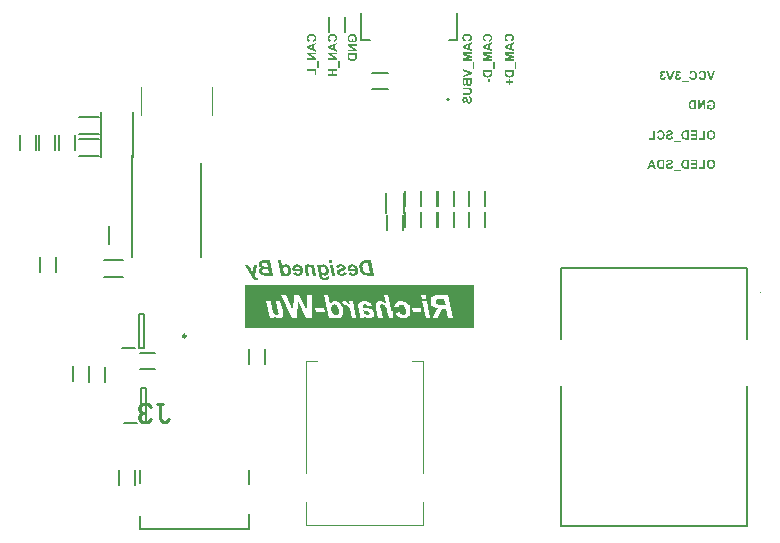
<source format=gbo>
G04*
G04 #@! TF.GenerationSoftware,Altium Limited,Altium Designer,23.8.1 (32)*
G04*
G04 Layer_Color=32896*
%FSLAX44Y44*%
%MOMM*%
G71*
G04*
G04 #@! TF.SameCoordinates,4EFDB198-7814-4870-AD9F-EEE93015B5C1*
G04*
G04*
G04 #@! TF.FilePolarity,Positive*
G04*
G01*
G75*
%ADD10C,0.1000*%
%ADD11C,0.2500*%
%ADD12C,0.1500*%
%ADD14C,0.2000*%
%ADD122C,0.2540*%
G36*
X402383Y159183D02*
X209117D01*
Y195317D01*
X402383D01*
Y159183D01*
D02*
G37*
G36*
X598298Y294147D02*
X592881D01*
Y295446D01*
X596744D01*
Y301773D01*
X598298D01*
Y294147D01*
D02*
G37*
G36*
X591771D02*
X585933D01*
Y295446D01*
X590217D01*
Y297533D01*
X586366D01*
Y298832D01*
X590217D01*
Y300530D01*
X586077D01*
Y301828D01*
X591771D01*
Y294147D01*
D02*
G37*
G36*
X584612D02*
X581704D01*
X581404Y294158D01*
X581126Y294170D01*
X580893Y294192D01*
X580705Y294225D01*
X580549Y294258D01*
X580427Y294280D01*
X580394Y294292D01*
X580360D01*
X580349Y294303D01*
X580338D01*
X580094Y294391D01*
X579872Y294491D01*
X579695Y294591D01*
X579539Y294691D01*
X579417Y294780D01*
X579328Y294847D01*
X579273Y294891D01*
X579250Y294913D01*
X579062Y295124D01*
X578895Y295346D01*
X578751Y295579D01*
X578640Y295790D01*
X578551Y295990D01*
X578507Y296068D01*
X578485Y296134D01*
X578462Y296201D01*
X578440Y296245D01*
X578429Y296267D01*
Y296278D01*
X578351Y296545D01*
X578285Y296822D01*
X578240Y297089D01*
X578218Y297344D01*
X578207Y297466D01*
X578196Y297577D01*
Y297666D01*
X578185Y297755D01*
Y297821D01*
Y297866D01*
Y297899D01*
Y297910D01*
X578196Y298299D01*
X578229Y298643D01*
X578240Y298809D01*
X578263Y298954D01*
X578285Y299098D01*
X578307Y299220D01*
X578340Y299331D01*
X578363Y299431D01*
X578385Y299520D01*
X578396Y299586D01*
X578418Y299642D01*
X578429Y299686D01*
X578440Y299708D01*
Y299719D01*
X578540Y299986D01*
X578662Y300230D01*
X578784Y300441D01*
X578906Y300618D01*
X579006Y300763D01*
X579095Y300874D01*
X579151Y300940D01*
X579162Y300963D01*
X579173D01*
X579361Y301140D01*
X579550Y301285D01*
X579750Y301407D01*
X579928Y301507D01*
X580083Y301584D01*
X580216Y301640D01*
X580261Y301651D01*
X580294Y301662D01*
X580316Y301673D01*
X580327D01*
X580538Y301728D01*
X580771Y301762D01*
X581015Y301795D01*
X581249Y301806D01*
X581459Y301817D01*
X581548Y301828D01*
X584612D01*
Y294147D01*
D02*
G37*
G36*
X563733D02*
X560825D01*
X560525Y294158D01*
X560248Y294170D01*
X560015Y294192D01*
X559826Y294225D01*
X559670Y294258D01*
X559548Y294280D01*
X559515Y294292D01*
X559482D01*
X559471Y294303D01*
X559460D01*
X559215Y294391D01*
X558993Y294491D01*
X558816Y294591D01*
X558660Y294691D01*
X558538Y294780D01*
X558450Y294847D01*
X558394Y294891D01*
X558372Y294913D01*
X558183Y295124D01*
X558017Y295346D01*
X557872Y295579D01*
X557761Y295790D01*
X557673Y295990D01*
X557628Y296068D01*
X557606Y296134D01*
X557584Y296201D01*
X557561Y296245D01*
X557550Y296267D01*
Y296278D01*
X557473Y296545D01*
X557406Y296822D01*
X557362Y297089D01*
X557340Y297344D01*
X557328Y297466D01*
X557317Y297577D01*
Y297666D01*
X557306Y297755D01*
Y297821D01*
Y297866D01*
Y297899D01*
Y297910D01*
X557317Y298299D01*
X557351Y298643D01*
X557362Y298809D01*
X557384Y298954D01*
X557406Y299098D01*
X557428Y299220D01*
X557462Y299331D01*
X557484Y299431D01*
X557506Y299520D01*
X557517Y299586D01*
X557539Y299642D01*
X557550Y299686D01*
X557561Y299708D01*
Y299719D01*
X557661Y299986D01*
X557784Y300230D01*
X557906Y300441D01*
X558028Y300618D01*
X558128Y300763D01*
X558216Y300874D01*
X558272Y300940D01*
X558283Y300963D01*
X558294D01*
X558483Y301140D01*
X558671Y301285D01*
X558871Y301407D01*
X559049Y301507D01*
X559204Y301584D01*
X559338Y301640D01*
X559382Y301651D01*
X559415Y301662D01*
X559437Y301673D01*
X559449D01*
X559659Y301728D01*
X559893Y301762D01*
X560137Y301795D01*
X560370Y301806D01*
X560581Y301817D01*
X560669Y301828D01*
X563733D01*
Y294147D01*
D02*
G37*
G36*
X556773D02*
X555131D01*
X554498Y295890D01*
X551412D01*
X550746Y294147D01*
X549070D01*
X552156Y301828D01*
X553799D01*
X556773Y294147D01*
D02*
G37*
G36*
X603626Y301962D02*
X603948Y301928D01*
X604225Y301873D01*
X604469Y301817D01*
X604569Y301784D01*
X604669Y301762D01*
X604747Y301740D01*
X604813Y301706D01*
X604869Y301695D01*
X604913Y301673D01*
X604935Y301662D01*
X604947D01*
X605146Y301573D01*
X605335Y301462D01*
X605502Y301340D01*
X605646Y301229D01*
X605768Y301129D01*
X605868Y301040D01*
X605923Y300985D01*
X605934Y300974D01*
X605946Y300963D01*
X606101Y300785D01*
X606245Y300596D01*
X606367Y300430D01*
X606467Y300263D01*
X606545Y300119D01*
X606612Y300008D01*
X606623Y299964D01*
X606645Y299930D01*
X606656Y299919D01*
Y299908D01*
X606767Y299597D01*
X606856Y299264D01*
X606911Y298931D01*
X606956Y298621D01*
X606967Y298476D01*
X606978Y298343D01*
X606989Y298232D01*
Y298132D01*
X607000Y298043D01*
Y297988D01*
Y297943D01*
Y297932D01*
X606989Y297599D01*
X606956Y297278D01*
X606911Y296978D01*
X606845Y296700D01*
X606767Y296445D01*
X606678Y296212D01*
X606589Y295990D01*
X606489Y295801D01*
X606401Y295624D01*
X606312Y295479D01*
X606223Y295346D01*
X606145Y295235D01*
X606079Y295157D01*
X606034Y295091D01*
X606001Y295058D01*
X605990Y295046D01*
X605790Y294858D01*
X605579Y294702D01*
X605368Y294558D01*
X605135Y294447D01*
X604913Y294347D01*
X604680Y294258D01*
X604469Y294192D01*
X604247Y294136D01*
X604048Y294092D01*
X603859Y294058D01*
X603692Y294036D01*
X603548Y294025D01*
X603437Y294014D01*
X603348Y294003D01*
X603270D01*
X602960Y294014D01*
X602671Y294047D01*
X602394Y294103D01*
X602138Y294170D01*
X601894Y294247D01*
X601672Y294336D01*
X601472Y294425D01*
X601284Y294525D01*
X601128Y294625D01*
X600984Y294713D01*
X600862Y294802D01*
X600762Y294880D01*
X600673Y294946D01*
X600618Y295002D01*
X600584Y295035D01*
X600573Y295046D01*
X600396Y295257D01*
X600240Y295479D01*
X600096Y295712D01*
X599985Y295945D01*
X599885Y296190D01*
X599796Y296434D01*
X599730Y296678D01*
X599674Y296911D01*
X599641Y297122D01*
X599608Y297333D01*
X599585Y297511D01*
X599563Y297666D01*
Y297799D01*
X599552Y297899D01*
Y297955D01*
Y297977D01*
X599563Y298321D01*
X599596Y298643D01*
X599641Y298943D01*
X599707Y299231D01*
X599785Y299486D01*
X599874Y299730D01*
X599963Y299953D01*
X600063Y300141D01*
X600163Y300319D01*
X600251Y300474D01*
X600340Y300607D01*
X600418Y300718D01*
X600473Y300796D01*
X600529Y300863D01*
X600562Y300896D01*
X600573Y300907D01*
X600773Y301096D01*
X600984Y301262D01*
X601206Y301407D01*
X601428Y301529D01*
X601661Y301629D01*
X601883Y301717D01*
X602105Y301784D01*
X602316Y301840D01*
X602516Y301884D01*
X602704Y301917D01*
X602871Y301939D01*
X603015Y301962D01*
X603126D01*
X603215Y301973D01*
X603293D01*
X603626Y301962D01*
D02*
G37*
G36*
X568539D02*
X568828Y301928D01*
X569083Y301884D01*
X569305Y301840D01*
X569405Y301806D01*
X569494Y301784D01*
X569560Y301762D01*
X569627Y301740D01*
X569671Y301717D01*
X569705Y301706D01*
X569727Y301695D01*
X569738D01*
X569960Y301584D01*
X570149Y301462D01*
X570315Y301329D01*
X570448Y301207D01*
X570559Y301096D01*
X570626Y301007D01*
X570681Y300940D01*
X570693Y300929D01*
Y300918D01*
X570804Y300730D01*
X570881Y300530D01*
X570937Y300341D01*
X570970Y300175D01*
X570992Y300030D01*
X571015Y299919D01*
Y299875D01*
Y299841D01*
Y299830D01*
Y299819D01*
X571003Y299653D01*
X570981Y299486D01*
X570948Y299342D01*
X570904Y299198D01*
X570793Y298931D01*
X570659Y298698D01*
X570604Y298598D01*
X570537Y298521D01*
X570482Y298443D01*
X570426Y298376D01*
X570382Y298332D01*
X570349Y298299D01*
X570326Y298277D01*
X570315Y298265D01*
X570215Y298188D01*
X570093Y298110D01*
X569971Y298032D01*
X569827Y297966D01*
X569549Y297833D01*
X569261Y297722D01*
X569116Y297677D01*
X568994Y297633D01*
X568872Y297599D01*
X568772Y297566D01*
X568695Y297544D01*
X568628Y297522D01*
X568584Y297511D01*
X568573D01*
X568395Y297466D01*
X568240Y297422D01*
X568095Y297388D01*
X567962Y297355D01*
X567851Y297322D01*
X567751Y297300D01*
X567662Y297266D01*
X567585Y297244D01*
X567518Y297233D01*
X567463Y297211D01*
X567385Y297189D01*
X567340Y297167D01*
X567329D01*
X567185Y297111D01*
X567074Y297055D01*
X566974Y297000D01*
X566896Y296945D01*
X566841Y296900D01*
X566808Y296867D01*
X566785Y296845D01*
X566774Y296833D01*
X566719Y296756D01*
X566674Y296678D01*
X566652Y296600D01*
X566630Y296534D01*
X566619Y296467D01*
X566608Y296412D01*
Y296378D01*
Y296367D01*
X566619Y296212D01*
X566663Y296079D01*
X566730Y295945D01*
X566796Y295835D01*
X566874Y295746D01*
X566930Y295679D01*
X566974Y295635D01*
X566996Y295624D01*
X567152Y295524D01*
X567329Y295446D01*
X567518Y295390D01*
X567696Y295357D01*
X567862Y295335D01*
X567995Y295313D01*
X568117D01*
X568373Y295324D01*
X568595Y295368D01*
X568783Y295424D01*
X568950Y295490D01*
X569083Y295557D01*
X569172Y295613D01*
X569227Y295657D01*
X569250Y295668D01*
X569394Y295823D01*
X569505Y295990D01*
X569605Y296179D01*
X569671Y296367D01*
X569727Y296534D01*
X569771Y296667D01*
X569782Y296711D01*
Y296756D01*
X569794Y296778D01*
Y296789D01*
X571303Y296645D01*
X571270Y296412D01*
X571225Y296190D01*
X571159Y295979D01*
X571103Y295790D01*
X571026Y295613D01*
X570948Y295446D01*
X570870Y295302D01*
X570793Y295168D01*
X570715Y295058D01*
X570637Y294958D01*
X570570Y294869D01*
X570504Y294791D01*
X570460Y294736D01*
X570415Y294702D01*
X570393Y294680D01*
X570382Y294669D01*
X570226Y294547D01*
X570060Y294447D01*
X569882Y294358D01*
X569694Y294280D01*
X569516Y294225D01*
X569327Y294170D01*
X568961Y294092D01*
X568795Y294058D01*
X568639Y294036D01*
X568506Y294025D01*
X568384Y294014D01*
X568284Y294003D01*
X568140D01*
X567784Y294014D01*
X567463Y294047D01*
X567174Y294092D01*
X567052Y294114D01*
X566930Y294147D01*
X566830Y294170D01*
X566741Y294192D01*
X566663Y294214D01*
X566597Y294236D01*
X566541Y294258D01*
X566508Y294269D01*
X566486Y294280D01*
X566475D01*
X566230Y294403D01*
X566031Y294536D01*
X565842Y294669D01*
X565698Y294813D01*
X565587Y294935D01*
X565498Y295046D01*
X565453Y295113D01*
X565431Y295124D01*
Y295135D01*
X565309Y295357D01*
X565209Y295568D01*
X565143Y295779D01*
X565098Y295979D01*
X565076Y296134D01*
X565065Y296212D01*
X565054Y296267D01*
Y296312D01*
Y296345D01*
Y296367D01*
Y296378D01*
X565065Y296645D01*
X565098Y296878D01*
X565154Y297089D01*
X565209Y297266D01*
X565265Y297411D01*
X565320Y297511D01*
X565354Y297577D01*
X565365Y297599D01*
X565487Y297777D01*
X565631Y297932D01*
X565775Y298066D01*
X565909Y298177D01*
X566031Y298265D01*
X566130Y298332D01*
X566197Y298376D01*
X566208Y298388D01*
X566219D01*
X566330Y298443D01*
X566441Y298498D01*
X566708Y298598D01*
X566985Y298687D01*
X567252Y298776D01*
X567374Y298809D01*
X567496Y298843D01*
X567607Y298876D01*
X567696Y298898D01*
X567773Y298920D01*
X567829Y298931D01*
X567873Y298943D01*
X567884D01*
X568084Y298998D01*
X568262Y299042D01*
X568428Y299087D01*
X568584Y299131D01*
X568706Y299176D01*
X568828Y299220D01*
X568928Y299264D01*
X569016Y299298D01*
X569094Y299331D01*
X569150Y299364D01*
X569205Y299386D01*
X569239Y299409D01*
X569294Y299442D01*
X569305Y299453D01*
X569383Y299531D01*
X569438Y299608D01*
X569472Y299686D01*
X569494Y299764D01*
X569516Y299819D01*
X569527Y299875D01*
Y299908D01*
Y299919D01*
X569516Y300030D01*
X569494Y300119D01*
X569449Y300208D01*
X569405Y300274D01*
X569361Y300330D01*
X569316Y300363D01*
X569294Y300385D01*
X569283Y300396D01*
X569128Y300496D01*
X568961Y300563D01*
X568783Y300618D01*
X568617Y300652D01*
X568473Y300674D01*
X568350Y300685D01*
X568240D01*
X568006Y300674D01*
X567807Y300641D01*
X567640Y300596D01*
X567507Y300552D01*
X567396Y300508D01*
X567318Y300463D01*
X567274Y300430D01*
X567263Y300419D01*
X567152Y300308D01*
X567052Y300175D01*
X566974Y300041D01*
X566919Y299897D01*
X566874Y299775D01*
X566852Y299675D01*
X566830Y299597D01*
Y299586D01*
Y299575D01*
X565276Y299631D01*
X565287Y299830D01*
X565320Y300008D01*
X565365Y300186D01*
X565420Y300341D01*
X565476Y300496D01*
X565542Y300641D01*
X565609Y300763D01*
X565675Y300885D01*
X565753Y300985D01*
X565820Y301074D01*
X565886Y301151D01*
X565942Y301218D01*
X565986Y301262D01*
X566020Y301296D01*
X566042Y301318D01*
X566053Y301329D01*
X566197Y301440D01*
X566353Y301540D01*
X566519Y301629D01*
X566697Y301706D01*
X566874Y301762D01*
X567052Y301817D01*
X567407Y301895D01*
X567574Y301917D01*
X567718Y301939D01*
X567862Y301950D01*
X567984Y301962D01*
X568084Y301973D01*
X568217D01*
X568539Y301962D01*
D02*
G37*
G36*
X577752Y292027D02*
X571625D01*
Y292982D01*
X577752D01*
Y292027D01*
D02*
G37*
G36*
X299888Y408228D02*
X300266Y408183D01*
X300610Y408106D01*
X300777Y408072D01*
X300921Y408028D01*
X301054Y407984D01*
X301176Y407950D01*
X301276Y407906D01*
X301365Y407873D01*
X301431Y407850D01*
X301487Y407828D01*
X301520Y407806D01*
X301531D01*
X301864Y407617D01*
X302153Y407406D01*
X302408Y407184D01*
X302608Y406963D01*
X302697Y406863D01*
X302774Y406763D01*
X302841Y406685D01*
X302885Y406607D01*
X302930Y406552D01*
X302963Y406496D01*
X302974Y406474D01*
X302985Y406463D01*
X303074Y406285D01*
X303152Y406119D01*
X303274Y405753D01*
X303363Y405397D01*
X303418Y405075D01*
X303440Y404920D01*
X303463Y404787D01*
X303474Y404665D01*
Y404554D01*
X303485Y404476D01*
Y404354D01*
X303474Y403999D01*
X303429Y403666D01*
X303374Y403344D01*
X303307Y403066D01*
X303274Y402944D01*
X303241Y402833D01*
X303207Y402733D01*
X303185Y402645D01*
X303163Y402578D01*
X303141Y402534D01*
X303130Y402500D01*
Y402489D01*
X302996Y402156D01*
X302852Y401879D01*
X302708Y401635D01*
X302586Y401424D01*
X302475Y401268D01*
X302430Y401213D01*
X302386Y401157D01*
X302353Y401124D01*
X302330Y401091D01*
X302308Y401068D01*
X299223D01*
Y404409D01*
X300521D01*
Y402634D01*
X301509D01*
X301609Y402767D01*
X301698Y402911D01*
X301775Y403055D01*
X301842Y403189D01*
X301898Y403299D01*
X301942Y403399D01*
X301964Y403455D01*
X301975Y403466D01*
Y403477D01*
X302042Y403655D01*
X302086Y403832D01*
X302120Y403999D01*
X302142Y404143D01*
X302153Y404276D01*
X302164Y404365D01*
Y404454D01*
X302153Y404632D01*
X302131Y404809D01*
X302097Y404964D01*
X302053Y405120D01*
X301942Y405397D01*
X301886Y405508D01*
X301820Y405619D01*
X301753Y405719D01*
X301698Y405808D01*
X301631Y405875D01*
X301587Y405941D01*
X301542Y405986D01*
X301509Y406019D01*
X301487Y406041D01*
X301476Y406052D01*
X301343Y406152D01*
X301187Y406252D01*
X301032Y406330D01*
X300865Y406396D01*
X300521Y406507D01*
X300188Y406574D01*
X300033Y406596D01*
X299877Y406618D01*
X299755Y406629D01*
X299633Y406641D01*
X299544Y406652D01*
X299467D01*
X299422D01*
X299411D01*
X299178Y406641D01*
X298967Y406629D01*
X298756Y406596D01*
X298568Y406563D01*
X298401Y406519D01*
X298246Y406463D01*
X298101Y406408D01*
X297968Y406352D01*
X297857Y406308D01*
X297757Y406252D01*
X297680Y406197D01*
X297613Y406152D01*
X297558Y406119D01*
X297524Y406086D01*
X297502Y406074D01*
X297491Y406063D01*
X297380Y405941D01*
X297269Y405819D01*
X297191Y405686D01*
X297113Y405553D01*
X297047Y405420D01*
X296991Y405286D01*
X296914Y405031D01*
X296891Y404909D01*
X296869Y404798D01*
X296858Y404698D01*
X296847Y404609D01*
X296836Y404543D01*
Y404443D01*
X296847Y404199D01*
X296891Y403988D01*
X296936Y403799D01*
X297003Y403633D01*
X297058Y403510D01*
X297113Y403410D01*
X297158Y403355D01*
X297169Y403333D01*
X297302Y403177D01*
X297446Y403044D01*
X297591Y402933D01*
X297735Y402855D01*
X297868Y402789D01*
X297968Y402744D01*
X298035Y402722D01*
X298046Y402711D01*
X298057D01*
X297768Y401168D01*
X297580Y401213D01*
X297391Y401279D01*
X297225Y401346D01*
X297069Y401435D01*
X296914Y401512D01*
X296780Y401601D01*
X296658Y401690D01*
X296547Y401779D01*
X296448Y401868D01*
X296359Y401945D01*
X296281Y402012D01*
X296225Y402079D01*
X296181Y402134D01*
X296137Y402178D01*
X296126Y402201D01*
X296115Y402212D01*
X296003Y402367D01*
X295915Y402534D01*
X295837Y402711D01*
X295770Y402900D01*
X295660Y403266D01*
X295593Y403621D01*
X295560Y403788D01*
X295548Y403943D01*
X295537Y404088D01*
X295526Y404210D01*
X295515Y404310D01*
Y404443D01*
X295526Y404842D01*
X295571Y405198D01*
X295604Y405353D01*
X295637Y405508D01*
X295671Y405653D01*
X295704Y405775D01*
X295748Y405886D01*
X295782Y405997D01*
X295815Y406074D01*
X295837Y406152D01*
X295870Y406208D01*
X295882Y406252D01*
X295904Y406274D01*
Y406285D01*
X296103Y406629D01*
X296225Y406774D01*
X296336Y406918D01*
X296459Y407051D01*
X296581Y407173D01*
X296703Y407284D01*
X296814Y407384D01*
X296925Y407462D01*
X297025Y407540D01*
X297113Y407606D01*
X297191Y407662D01*
X297258Y407695D01*
X297302Y407728D01*
X297335Y407739D01*
X297347Y407751D01*
X297524Y407839D01*
X297702Y407917D01*
X298068Y408039D01*
X298434Y408128D01*
X298756Y408183D01*
X298912Y408206D01*
X299045Y408228D01*
X299167Y408239D01*
X299278D01*
X299356Y408250D01*
X299422D01*
X299467D01*
X299478D01*
X299888Y408228D01*
D02*
G37*
G36*
X303340Y398194D02*
X298279D01*
X303340Y395075D01*
Y393521D01*
X295660D01*
Y394953D01*
X300832D01*
X295660Y398127D01*
Y399626D01*
X303340D01*
Y398194D01*
D02*
G37*
G36*
Y388970D02*
X303329Y388670D01*
X303318Y388392D01*
X303296Y388159D01*
X303263Y387971D01*
X303230Y387815D01*
X303207Y387693D01*
X303196Y387660D01*
Y387627D01*
X303185Y387616D01*
Y387604D01*
X303096Y387360D01*
X302996Y387138D01*
X302896Y386961D01*
X302797Y386805D01*
X302708Y386683D01*
X302641Y386594D01*
X302597Y386539D01*
X302575Y386517D01*
X302364Y386328D01*
X302142Y386161D01*
X301909Y386017D01*
X301698Y385906D01*
X301498Y385817D01*
X301420Y385773D01*
X301354Y385751D01*
X301287Y385728D01*
X301243Y385706D01*
X301220Y385695D01*
X301209D01*
X300943Y385617D01*
X300665Y385551D01*
X300399Y385507D01*
X300144Y385484D01*
X300022Y385473D01*
X299911Y385462D01*
X299822D01*
X299733Y385451D01*
X299667D01*
X299622D01*
X299589D01*
X299578D01*
X299189Y385462D01*
X298845Y385495D01*
X298679Y385507D01*
X298534Y385529D01*
X298390Y385551D01*
X298268Y385573D01*
X298157Y385606D01*
X298057Y385629D01*
X297968Y385651D01*
X297902Y385662D01*
X297846Y385684D01*
X297802Y385695D01*
X297780Y385706D01*
X297768D01*
X297502Y385806D01*
X297258Y385928D01*
X297047Y386050D01*
X296869Y386172D01*
X296725Y386272D01*
X296614Y386361D01*
X296547Y386417D01*
X296525Y386428D01*
Y386439D01*
X296348Y386628D01*
X296203Y386816D01*
X296081Y387016D01*
X295981Y387194D01*
X295904Y387349D01*
X295848Y387482D01*
X295837Y387527D01*
X295826Y387560D01*
X295815Y387582D01*
Y387593D01*
X295759Y387804D01*
X295726Y388037D01*
X295693Y388282D01*
X295682Y388515D01*
X295671Y388726D01*
X295660Y388814D01*
Y391878D01*
X303340D01*
Y388970D01*
D02*
G37*
G36*
X265412Y408239D02*
X265723Y408206D01*
X266022Y408161D01*
X266289Y408095D01*
X266544Y408028D01*
X266788Y407939D01*
X266999Y407850D01*
X267188Y407762D01*
X267365Y407673D01*
X267521Y407584D01*
X267643Y407495D01*
X267754Y407429D01*
X267832Y407362D01*
X267898Y407318D01*
X267931Y407284D01*
X267943Y407273D01*
X268131Y407085D01*
X268287Y406885D01*
X268431Y406674D01*
X268542Y406463D01*
X268642Y406252D01*
X268731Y406041D01*
X268797Y405841D01*
X268853Y405653D01*
X268897Y405464D01*
X268930Y405298D01*
X268953Y405142D01*
X268964Y405020D01*
X268975Y404909D01*
X268986Y404831D01*
Y404765D01*
X268975Y404532D01*
X268964Y404321D01*
X268930Y404110D01*
X268886Y403921D01*
X268842Y403744D01*
X268797Y403577D01*
X268742Y403422D01*
X268675Y403277D01*
X268620Y403155D01*
X268564Y403044D01*
X268520Y402944D01*
X268475Y402867D01*
X268431Y402800D01*
X268398Y402756D01*
X268387Y402733D01*
X268375Y402722D01*
X268253Y402578D01*
X268120Y402445D01*
X267820Y402201D01*
X267510Y402001D01*
X267210Y401845D01*
X267066Y401779D01*
X266933Y401723D01*
X266810Y401679D01*
X266710Y401634D01*
X266622Y401601D01*
X266555Y401579D01*
X266511Y401568D01*
X266500D01*
X266033Y403078D01*
X266333Y403166D01*
X266588Y403266D01*
X266799Y403366D01*
X266977Y403477D01*
X267110Y403566D01*
X267199Y403644D01*
X267254Y403699D01*
X267277Y403721D01*
X267410Y403899D01*
X267499Y404076D01*
X267565Y404254D01*
X267621Y404409D01*
X267643Y404554D01*
X267654Y404676D01*
X267665Y404720D01*
Y404776D01*
X267654Y404931D01*
X267643Y405075D01*
X267565Y405342D01*
X267476Y405575D01*
X267354Y405764D01*
X267243Y405919D01*
X267155Y406030D01*
X267110Y406074D01*
X267077Y406108D01*
X267066Y406119D01*
X267055Y406130D01*
X266933Y406219D01*
X266788Y406296D01*
X266633Y406374D01*
X266466Y406430D01*
X266122Y406518D01*
X265778Y406585D01*
X265612Y406607D01*
X265467Y406618D01*
X265323Y406641D01*
X265201D01*
X265112Y406652D01*
X265035D01*
X264979D01*
X264968D01*
X264713Y406641D01*
X264480Y406629D01*
X264269Y406607D01*
X264069Y406574D01*
X263891Y406530D01*
X263725Y406485D01*
X263580Y406441D01*
X263447Y406385D01*
X263336Y406341D01*
X263236Y406296D01*
X263159Y406252D01*
X263092Y406208D01*
X263036Y406174D01*
X263003Y406152D01*
X262981Y406130D01*
X262970D01*
X262859Y406030D01*
X262759Y405919D01*
X262681Y405808D01*
X262615Y405686D01*
X262504Y405453D01*
X262426Y405231D01*
X262382Y405042D01*
X262370Y404953D01*
X262359Y404887D01*
X262348Y404820D01*
Y404743D01*
X262359Y404520D01*
X262404Y404321D01*
X262459Y404143D01*
X262526Y403988D01*
X262593Y403866D01*
X262648Y403777D01*
X262692Y403721D01*
X262703Y403699D01*
X262837Y403555D01*
X262992Y403422D01*
X263148Y403322D01*
X263303Y403244D01*
X263436Y403189D01*
X263536Y403155D01*
X263580Y403133D01*
X263614D01*
X263625Y403122D01*
X263636D01*
X263270Y401590D01*
X262948Y401701D01*
X262670Y401823D01*
X262426Y401956D01*
X262226Y402079D01*
X262071Y402201D01*
X262004Y402245D01*
X261949Y402289D01*
X261915Y402323D01*
X261882Y402356D01*
X261860Y402367D01*
Y402378D01*
X261716Y402545D01*
X261582Y402733D01*
X261471Y402911D01*
X261383Y403100D01*
X261294Y403299D01*
X261227Y403488D01*
X261172Y403677D01*
X261127Y403854D01*
X261094Y404021D01*
X261072Y404176D01*
X261050Y404310D01*
X261038Y404432D01*
X261027Y404532D01*
Y404665D01*
X261038Y404953D01*
X261072Y405242D01*
X261127Y405497D01*
X261194Y405753D01*
X261272Y405975D01*
X261360Y406197D01*
X261460Y406385D01*
X261560Y406563D01*
X261660Y406729D01*
X261760Y406862D01*
X261849Y406985D01*
X261926Y407085D01*
X261993Y407162D01*
X262049Y407218D01*
X262082Y407251D01*
X262093Y407262D01*
X262304Y407440D01*
X262526Y407584D01*
X262759Y407717D01*
X263003Y407828D01*
X263258Y407928D01*
X263503Y408006D01*
X263747Y408072D01*
X263980Y408128D01*
X264213Y408172D01*
X264413Y408195D01*
X264602Y408217D01*
X264757Y408239D01*
X264890D01*
X264990Y408250D01*
X265057D01*
X265068D01*
X265079D01*
X265412Y408239D01*
D02*
G37*
G36*
X268853Y399370D02*
X267110Y398737D01*
Y395652D01*
X268853Y394986D01*
Y393310D01*
X261172Y396395D01*
Y398038D01*
X268853Y401013D01*
Y399370D01*
D02*
G37*
G36*
Y391045D02*
X263791D01*
X268853Y387926D01*
Y386372D01*
X261172D01*
Y387804D01*
X266344D01*
X261172Y390979D01*
Y392477D01*
X268853D01*
Y391045D01*
D02*
G37*
G36*
X270973Y379490D02*
X270018D01*
Y385617D01*
X270973D01*
Y379490D01*
D02*
G37*
G36*
X268853Y373308D02*
X267554D01*
Y377171D01*
X261227D01*
Y378725D01*
X268853D01*
Y373308D01*
D02*
G37*
G36*
X282735Y214286D02*
X280235D01*
X279772Y216545D01*
X282254D01*
X282735Y214286D01*
D02*
G37*
G36*
X275551Y213194D02*
X275958Y213120D01*
X276328Y213009D01*
X276643Y212879D01*
X276921Y212750D01*
X277050Y212694D01*
X277143Y212638D01*
X277217Y212601D01*
X277273Y212564D01*
X277310Y212527D01*
X277328D01*
X277699Y212231D01*
X278032Y211916D01*
X278328Y211565D01*
X278569Y211231D01*
X278754Y210916D01*
X278828Y210787D01*
X278884Y210676D01*
X278939Y210583D01*
X278958Y210509D01*
X278995Y210472D01*
Y210453D01*
X279198Y209935D01*
X279328Y209417D01*
X279439Y208917D01*
X279513Y208454D01*
X279532Y208232D01*
X279550Y208046D01*
X279569Y207880D01*
Y207731D01*
X279587Y207620D01*
Y207528D01*
Y207472D01*
Y207454D01*
X279569Y207120D01*
X279550Y206806D01*
X279513Y206509D01*
X279458Y206232D01*
X279384Y205972D01*
X279310Y205750D01*
X279235Y205547D01*
X279143Y205361D01*
X279069Y205195D01*
X278995Y205047D01*
X278921Y204917D01*
X278847Y204824D01*
X278791Y204732D01*
X278754Y204676D01*
X278717Y204658D01*
Y204639D01*
X278550Y204473D01*
X278365Y204324D01*
X278180Y204195D01*
X277995Y204102D01*
X277624Y203917D01*
X277273Y203806D01*
X276958Y203750D01*
X276828Y203732D01*
X276699Y203713D01*
X276606Y203695D01*
X276476D01*
X276199Y203713D01*
X275940Y203750D01*
X275680Y203787D01*
X275421Y203862D01*
X274958Y204028D01*
X274532Y204232D01*
X274347Y204324D01*
X274162Y204436D01*
X274032Y204528D01*
X273903Y204602D01*
X273792Y204676D01*
X273717Y204732D01*
X273680Y204750D01*
X273662Y204769D01*
X273755Y204343D01*
X273829Y203954D01*
X273903Y203639D01*
X273977Y203380D01*
X274014Y203176D01*
X274069Y203028D01*
X274106Y202936D01*
X274125Y202880D01*
Y202862D01*
X274217Y202677D01*
X274329Y202510D01*
X274421Y202380D01*
X274532Y202269D01*
X274625Y202195D01*
X274680Y202139D01*
X274736Y202103D01*
X274755Y202084D01*
X274958Y201973D01*
X275180Y201899D01*
X275403Y201825D01*
X275625Y201788D01*
X275810Y201769D01*
X275958Y201751D01*
X276291D01*
X276439Y201769D01*
X276569Y201806D01*
X276699Y201825D01*
X276773Y201862D01*
X276847Y201880D01*
X276884Y201899D01*
X276902D01*
X277088Y202010D01*
X277217Y202139D01*
X277291Y202214D01*
X277310Y202251D01*
X277347Y202343D01*
X277384Y202436D01*
X277421Y202640D01*
X277439Y202714D01*
Y202788D01*
Y202843D01*
Y202862D01*
X280106Y203232D01*
X280124Y203102D01*
Y202991D01*
Y202917D01*
Y202880D01*
X280106Y202602D01*
X280087Y202325D01*
X280032Y202084D01*
X279976Y201862D01*
X279884Y201658D01*
X279809Y201473D01*
X279717Y201325D01*
X279624Y201177D01*
X279439Y200936D01*
X279272Y200769D01*
X279161Y200677D01*
X279143Y200640D01*
X279124D01*
X278921Y200529D01*
X278717Y200417D01*
X278236Y200251D01*
X277754Y200121D01*
X277273Y200047D01*
X277050Y200010D01*
X276828Y199992D01*
X276643Y199973D01*
X276476D01*
X276347Y199955D01*
X275847D01*
X275551Y199973D01*
X275273Y200010D01*
X275032Y200029D01*
X274828Y200066D01*
X274680Y200084D01*
X274588Y200103D01*
X274551D01*
X274292Y200158D01*
X274032Y200232D01*
X273829Y200306D01*
X273625Y200399D01*
X273477Y200455D01*
X273366Y200510D01*
X273292Y200547D01*
X273273Y200566D01*
X273069Y200695D01*
X272903Y200825D01*
X272736Y200954D01*
X272607Y201084D01*
X272514Y201195D01*
X272421Y201288D01*
X272384Y201343D01*
X272366Y201362D01*
X272236Y201547D01*
X272125Y201751D01*
X272014Y201973D01*
X271921Y202158D01*
X271847Y202343D01*
X271792Y202491D01*
X271755Y202584D01*
X271736Y202621D01*
X271681Y202788D01*
X271625Y202954D01*
X271514Y203362D01*
X271403Y203806D01*
X271292Y204232D01*
X271199Y204621D01*
X271162Y204806D01*
X271125Y204954D01*
X271088Y205084D01*
X271070Y205176D01*
X271051Y205232D01*
Y205250D01*
X269588Y213027D01*
X271921D01*
X272255Y211379D01*
X272421Y211694D01*
X272625Y211953D01*
X272829Y212194D01*
X273014Y212379D01*
X273181Y212527D01*
X273329Y212638D01*
X273421Y212712D01*
X273458Y212731D01*
X273755Y212898D01*
X274032Y213027D01*
X274329Y213101D01*
X274588Y213175D01*
X274810Y213213D01*
X274995Y213231D01*
X275143D01*
X275551Y213194D01*
D02*
G37*
G36*
X216872Y203732D02*
X217020Y203417D01*
X217168Y203158D01*
X217334Y202917D01*
X217483Y202714D01*
X217649Y202547D01*
X217816Y202399D01*
X217964Y202288D01*
X218112Y202195D01*
X218242Y202121D01*
X218371Y202065D01*
X218594Y202010D01*
X218668Y201991D01*
X218723Y201973D01*
X218779D01*
X219094Y201991D01*
X219242Y202028D01*
X219371Y202047D01*
X219482Y202084D01*
X219575Y202103D01*
X219631Y202121D01*
X219649D01*
X219853Y200251D01*
X219501Y200158D01*
X219168Y200084D01*
X218853Y200029D01*
X218594Y199992D01*
X218371Y199973D01*
X218223Y199954D01*
X218075D01*
X217779Y199973D01*
X217520Y200010D01*
X217297Y200047D01*
X217094Y200103D01*
X216927Y200158D01*
X216798Y200214D01*
X216723Y200232D01*
X216705Y200251D01*
X216501Y200380D01*
X216316Y200510D01*
X216149Y200640D01*
X216001Y200769D01*
X215890Y200880D01*
X215816Y200973D01*
X215761Y201047D01*
X215742Y201066D01*
X215575Y201288D01*
X215390Y201547D01*
X215205Y201843D01*
X215020Y202139D01*
X214853Y202399D01*
X214724Y202621D01*
X214687Y202714D01*
X214650Y202769D01*
X214613Y202806D01*
Y202825D01*
X208872Y213027D01*
X211520D01*
X213742Y208880D01*
X214039Y208305D01*
X214316Y207750D01*
X214538Y207250D01*
X214742Y206806D01*
X214816Y206602D01*
X214890Y206435D01*
X214946Y206269D01*
X215001Y206139D01*
X215038Y206047D01*
X215075Y205954D01*
X215094Y205917D01*
Y206047D01*
X215112Y206213D01*
X215149Y206583D01*
X215205Y206991D01*
X215242Y207398D01*
X215298Y207787D01*
X215316Y207954D01*
X215335Y208083D01*
X215353Y208213D01*
Y208305D01*
X215372Y208361D01*
Y208380D01*
X215983Y213027D01*
X218482D01*
X216872Y203732D01*
D02*
G37*
G36*
X299863Y213213D02*
X300326Y213138D01*
X300752Y213046D01*
X301141Y212916D01*
X301511Y212768D01*
X301844Y212601D01*
X302159Y212416D01*
X302437Y212231D01*
X302677Y212027D01*
X302900Y211861D01*
X303066Y211676D01*
X303233Y211527D01*
X303344Y211398D01*
X303418Y211305D01*
X303474Y211231D01*
X303492Y211213D01*
X303677Y210935D01*
X303844Y210639D01*
X303974Y210342D01*
X304103Y210046D01*
X304196Y209750D01*
X304288Y209472D01*
X304418Y208954D01*
X304455Y208713D01*
X304492Y208491D01*
X304511Y208287D01*
X304529Y208120D01*
X304548Y207991D01*
Y207898D01*
Y207824D01*
Y207806D01*
X304529Y207454D01*
X304492Y207120D01*
X304437Y206787D01*
X304363Y206491D01*
X304270Y206213D01*
X304177Y205954D01*
X304066Y205732D01*
X303955Y205509D01*
X303863Y205324D01*
X303752Y205158D01*
X303659Y205010D01*
X303566Y204898D01*
X303492Y204806D01*
X303437Y204732D01*
X303400Y204695D01*
X303381Y204676D01*
X303159Y204473D01*
X302918Y204287D01*
X302659Y204121D01*
X302418Y203991D01*
X302159Y203880D01*
X301900Y203787D01*
X301418Y203639D01*
X301196Y203584D01*
X300993Y203547D01*
X300807Y203528D01*
X300641Y203510D01*
X300511Y203491D01*
X300326D01*
X299826Y203528D01*
X299382Y203602D01*
X298956Y203695D01*
X298604Y203825D01*
X298289Y203954D01*
X298178Y204010D01*
X298067Y204047D01*
X297993Y204102D01*
X297937Y204121D01*
X297900Y204158D01*
X297882D01*
X297493Y204436D01*
X297141Y204769D01*
X296826Y205102D01*
X296567Y205436D01*
X296382Y205750D01*
X296289Y205880D01*
X296234Y205991D01*
X296178Y206084D01*
X296141Y206158D01*
X296104Y206195D01*
Y206213D01*
X298345Y206583D01*
X298474Y206361D01*
X298622Y206158D01*
X298789Y205991D01*
X298956Y205843D01*
X299104Y205713D01*
X299270Y205602D01*
X299437Y205509D01*
X299585Y205454D01*
X299863Y205361D01*
X299993Y205324D01*
X300104Y205306D01*
X300178Y205287D01*
X300307D01*
X300585Y205306D01*
X300844Y205380D01*
X301067Y205473D01*
X301252Y205565D01*
X301418Y205676D01*
X301530Y205750D01*
X301604Y205824D01*
X301622Y205843D01*
X301789Y206065D01*
X301918Y206324D01*
X302011Y206565D01*
X302066Y206806D01*
X302104Y207028D01*
X302141Y207195D01*
Y207306D01*
Y207324D01*
Y207343D01*
Y207417D01*
X302122Y207491D01*
Y207565D01*
Y207583D01*
X295826D01*
X295715Y208139D01*
X295678Y208417D01*
X295660Y208676D01*
X295641Y208880D01*
Y209065D01*
Y209176D01*
Y209194D01*
Y209213D01*
X295660Y209565D01*
X295678Y209879D01*
X295734Y210194D01*
X295808Y210472D01*
X295882Y210750D01*
X295956Y210991D01*
X296049Y211213D01*
X296141Y211416D01*
X296252Y211583D01*
X296345Y211750D01*
X296419Y211879D01*
X296493Y211990D01*
X296567Y212064D01*
X296623Y212120D01*
X296641Y212157D01*
X296660Y212176D01*
X296863Y212361D01*
X297067Y212527D01*
X297289Y212657D01*
X297511Y212787D01*
X297734Y212898D01*
X297956Y212972D01*
X298400Y213101D01*
X298604Y213138D01*
X298789Y213175D01*
X298956Y213194D01*
X299104Y213213D01*
X299215Y213231D01*
X299382D01*
X299863Y213213D01*
D02*
G37*
G36*
X253071D02*
X253534Y213138D01*
X253960Y213046D01*
X254349Y212916D01*
X254720Y212768D01*
X255053Y212601D01*
X255368Y212416D01*
X255645Y212231D01*
X255886Y212027D01*
X256108Y211861D01*
X256275Y211676D01*
X256441Y211527D01*
X256553Y211398D01*
X256627Y211305D01*
X256682Y211231D01*
X256701Y211213D01*
X256886Y210935D01*
X257053Y210639D01*
X257182Y210342D01*
X257312Y210046D01*
X257404Y209750D01*
X257497Y209472D01*
X257627Y208954D01*
X257664Y208713D01*
X257701Y208491D01*
X257719Y208287D01*
X257738Y208120D01*
X257756Y207991D01*
Y207898D01*
Y207824D01*
Y207806D01*
X257738Y207454D01*
X257701Y207120D01*
X257645Y206787D01*
X257571Y206491D01*
X257479Y206213D01*
X257386Y205954D01*
X257275Y205732D01*
X257164Y205509D01*
X257071Y205324D01*
X256960Y205158D01*
X256867Y205010D01*
X256775Y204898D01*
X256701Y204806D01*
X256645Y204732D01*
X256608Y204695D01*
X256590Y204676D01*
X256367Y204473D01*
X256127Y204287D01*
X255868Y204121D01*
X255627Y203991D01*
X255368Y203880D01*
X255108Y203787D01*
X254627Y203639D01*
X254405Y203584D01*
X254201Y203547D01*
X254016Y203528D01*
X253849Y203510D01*
X253720Y203491D01*
X253534D01*
X253034Y203528D01*
X252590Y203602D01*
X252164Y203695D01*
X251812Y203825D01*
X251498Y203954D01*
X251387Y204010D01*
X251275Y204047D01*
X251201Y204102D01*
X251146Y204121D01*
X251109Y204158D01*
X251090D01*
X250701Y204436D01*
X250350Y204769D01*
X250035Y205102D01*
X249776Y205436D01*
X249590Y205750D01*
X249498Y205880D01*
X249442Y205991D01*
X249387Y206084D01*
X249350Y206158D01*
X249313Y206195D01*
Y206213D01*
X251553Y206583D01*
X251683Y206361D01*
X251831Y206158D01*
X251998Y205991D01*
X252164Y205843D01*
X252312Y205713D01*
X252479Y205602D01*
X252646Y205509D01*
X252794Y205454D01*
X253071Y205361D01*
X253201Y205324D01*
X253312Y205306D01*
X253386Y205287D01*
X253516D01*
X253794Y205306D01*
X254053Y205380D01*
X254275Y205473D01*
X254460Y205565D01*
X254627Y205676D01*
X254738Y205750D01*
X254812Y205824D01*
X254831Y205843D01*
X254997Y206065D01*
X255127Y206324D01*
X255219Y206565D01*
X255275Y206806D01*
X255312Y207028D01*
X255349Y207195D01*
Y207306D01*
Y207324D01*
Y207343D01*
Y207417D01*
X255331Y207491D01*
Y207565D01*
Y207583D01*
X249035D01*
X248924Y208139D01*
X248887Y208417D01*
X248868Y208676D01*
X248850Y208880D01*
Y209065D01*
Y209176D01*
Y209194D01*
Y209213D01*
X248868Y209565D01*
X248887Y209879D01*
X248942Y210194D01*
X249016Y210472D01*
X249090Y210750D01*
X249165Y210991D01*
X249257Y211213D01*
X249350Y211416D01*
X249461Y211583D01*
X249553Y211750D01*
X249627Y211879D01*
X249701Y211990D01*
X249776Y212064D01*
X249831Y212120D01*
X249850Y212157D01*
X249868Y212176D01*
X250072Y212361D01*
X250275Y212527D01*
X250498Y212657D01*
X250720Y212787D01*
X250942Y212898D01*
X251164Y212972D01*
X251609Y213101D01*
X251812Y213138D01*
X251998Y213175D01*
X252164Y213194D01*
X252312Y213213D01*
X252423Y213231D01*
X252590D01*
X253071Y213213D01*
D02*
G37*
G36*
X317750Y203732D02*
X312639D01*
X312362Y203750D01*
X312121Y203769D01*
X311880D01*
X311677Y203787D01*
X311491Y203806D01*
X311325Y203825D01*
X311177Y203843D01*
X311047Y203862D01*
X310936Y203880D01*
X310843D01*
X310788Y203899D01*
X310732Y203917D01*
X310695D01*
X310177Y204065D01*
X309714Y204232D01*
X309306Y204417D01*
X308973Y204584D01*
X308695Y204750D01*
X308584Y204806D01*
X308492Y204880D01*
X308418Y204917D01*
X308362Y204954D01*
X308344Y204991D01*
X308325D01*
X307899Y205380D01*
X307510Y205787D01*
X307159Y206213D01*
X306881Y206621D01*
X306640Y206991D01*
X306548Y207139D01*
X306473Y207287D01*
X306399Y207398D01*
X306362Y207472D01*
X306325Y207528D01*
Y207546D01*
X306177Y207861D01*
X306066Y208176D01*
X305862Y208806D01*
X305714Y209417D01*
X305677Y209713D01*
X305622Y209991D01*
X305603Y210250D01*
X305566Y210490D01*
X305548Y210694D01*
Y210879D01*
X305529Y211028D01*
Y211139D01*
Y211213D01*
Y211231D01*
Y211583D01*
X305566Y211898D01*
X305585Y212213D01*
X305622Y212472D01*
X305659Y212675D01*
X305696Y212842D01*
X305714Y212953D01*
X305733Y212990D01*
X305807Y213286D01*
X305899Y213564D01*
X306010Y213805D01*
X306103Y214009D01*
X306177Y214175D01*
X306251Y214305D01*
X306288Y214398D01*
X306307Y214416D01*
X306455Y214638D01*
X306603Y214842D01*
X306751Y215027D01*
X306881Y215175D01*
X307010Y215305D01*
X307103Y215397D01*
X307177Y215453D01*
X307196Y215471D01*
X307399Y215638D01*
X307584Y215768D01*
X307788Y215879D01*
X307955Y215990D01*
X308121Y216064D01*
X308232Y216120D01*
X308307Y216138D01*
X308344Y216157D01*
X308825Y216323D01*
X309066Y216379D01*
X309288Y216416D01*
X309492Y216453D01*
X309640Y216471D01*
X309732Y216490D01*
X309769D01*
X309862Y216508D01*
X309954D01*
X310214Y216527D01*
X310529D01*
X310843Y216545D01*
X315065D01*
X317750Y203732D01*
D02*
G37*
G36*
X284939D02*
X282457D01*
X280495Y213027D01*
X282994D01*
X284939Y203732D01*
D02*
G37*
G36*
X261904Y213213D02*
X262200Y213175D01*
X262478Y213120D01*
X262719Y213064D01*
X262922Y213009D01*
X263089Y212953D01*
X263182Y212916D01*
X263219Y212898D01*
X263515Y212750D01*
X263811Y212583D01*
X264089Y212398D01*
X264348Y212231D01*
X264570Y212064D01*
X264755Y211935D01*
X264867Y211842D01*
X264885Y211805D01*
X264904D01*
X264663Y213027D01*
X267033D01*
X268977Y203732D01*
X266496D01*
X265700Y207528D01*
X265626Y207824D01*
X265570Y208102D01*
X265496Y208361D01*
X265441Y208583D01*
X265385Y208787D01*
X265329Y208972D01*
X265274Y209120D01*
X265237Y209268D01*
X265200Y209380D01*
X265163Y209491D01*
X265107Y209639D01*
X265070Y209731D01*
X265052Y209750D01*
X264885Y210028D01*
X264718Y210268D01*
X264533Y210472D01*
X264367Y210639D01*
X264219Y210787D01*
X264089Y210879D01*
X264015Y210953D01*
X263978Y210972D01*
X263719Y211120D01*
X263496Y211231D01*
X263293Y211324D01*
X263107Y211379D01*
X262941Y211416D01*
X262830Y211435D01*
X262737D01*
X262552Y211416D01*
X262385Y211398D01*
X262256Y211342D01*
X262145Y211305D01*
X262052Y211250D01*
X261996Y211194D01*
X261959Y211176D01*
X261941Y211157D01*
X261848Y211046D01*
X261774Y210916D01*
X261719Y210787D01*
X261682Y210676D01*
X261663Y210565D01*
X261645Y210472D01*
Y210416D01*
Y210398D01*
Y210342D01*
X261663Y210268D01*
X261700Y210083D01*
X261737Y209842D01*
X261774Y209602D01*
X261830Y209380D01*
X261867Y209176D01*
X261885Y209102D01*
Y209046D01*
X261904Y209009D01*
Y208991D01*
X263034Y203732D01*
X260552D01*
X259423Y208972D01*
X259367Y209213D01*
X259312Y209435D01*
X259275Y209639D01*
X259238Y209824D01*
X259182Y210157D01*
X259145Y210398D01*
X259108Y210602D01*
X259089Y210731D01*
Y210805D01*
Y210824D01*
X259126Y211213D01*
X259200Y211546D01*
X259293Y211842D01*
X259423Y212101D01*
X259552Y212305D01*
X259645Y212453D01*
X259719Y212527D01*
X259756Y212564D01*
X260034Y212787D01*
X260330Y212953D01*
X260626Y213064D01*
X260923Y213157D01*
X261182Y213194D01*
X261404Y213213D01*
X261478Y213231D01*
X261589D01*
X261904Y213213D01*
D02*
G37*
G36*
X232185Y203732D02*
X225778D01*
X225445Y203750D01*
X225112Y203769D01*
X224815Y203806D01*
X224537Y203843D01*
X224278Y203880D01*
X224037Y203917D01*
X223815Y203954D01*
X223630Y203991D01*
X223463Y204028D01*
X223334Y204065D01*
X223204Y204102D01*
X223112Y204139D01*
X223056Y204158D01*
X223019Y204176D01*
X223001D01*
X222593Y204380D01*
X222223Y204602D01*
X221908Y204843D01*
X221649Y205084D01*
X221445Y205306D01*
X221297Y205491D01*
X221260Y205565D01*
X221223Y205621D01*
X221186Y205639D01*
Y205658D01*
X220964Y206047D01*
X220797Y206435D01*
X220686Y206806D01*
X220593Y207157D01*
X220556Y207435D01*
X220538Y207565D01*
Y207657D01*
X220519Y207750D01*
Y207806D01*
Y207843D01*
Y207861D01*
X220538Y208176D01*
X220612Y208472D01*
X220686Y208731D01*
X220797Y208972D01*
X220890Y209157D01*
X220982Y209305D01*
X221056Y209380D01*
X221075Y209417D01*
X221297Y209657D01*
X221556Y209861D01*
X221815Y210028D01*
X222056Y210157D01*
X222278Y210268D01*
X222464Y210324D01*
X222538Y210342D01*
X222593Y210361D01*
X222612Y210379D01*
X222630D01*
X222186Y210546D01*
X221815Y210731D01*
X221501Y210935D01*
X221241Y211120D01*
X221056Y211305D01*
X220908Y211435D01*
X220816Y211527D01*
X220797Y211564D01*
X220593Y211879D01*
X220445Y212194D01*
X220334Y212509D01*
X220260Y212787D01*
X220223Y213046D01*
X220186Y213231D01*
Y213305D01*
Y213361D01*
Y213398D01*
Y213416D01*
X220205Y213712D01*
X220242Y213972D01*
X220297Y214231D01*
X220353Y214435D01*
X220427Y214620D01*
X220482Y214749D01*
X220519Y214823D01*
X220538Y214860D01*
X220667Y215101D01*
X220834Y215305D01*
X221001Y215490D01*
X221167Y215638D01*
X221316Y215749D01*
X221427Y215842D01*
X221501Y215897D01*
X221538Y215916D01*
X221797Y216064D01*
X222056Y216175D01*
X222334Y216268D01*
X222575Y216342D01*
X222797Y216397D01*
X222964Y216434D01*
X223093Y216453D01*
X223130D01*
X223241Y216471D01*
X223389Y216490D01*
X223686Y216508D01*
X224019Y216527D01*
X224352D01*
X224648Y216545D01*
X229500D01*
X232185Y203732D01*
D02*
G37*
G36*
X290031Y213213D02*
X290420Y213175D01*
X290771Y213120D01*
X291105Y213064D01*
X291419Y212972D01*
X291697Y212879D01*
X291938Y212768D01*
X292179Y212675D01*
X292382Y212564D01*
X292549Y212453D01*
X292697Y212361D01*
X292808Y212287D01*
X292901Y212213D01*
X292975Y212157D01*
X293012Y212120D01*
X293030Y212101D01*
X293179Y211953D01*
X293290Y211787D01*
X293493Y211472D01*
X293641Y211157D01*
X293734Y210861D01*
X293808Y210602D01*
X293827Y210398D01*
X293845Y210324D01*
Y210268D01*
Y210231D01*
Y210213D01*
X293827Y210009D01*
X293808Y209824D01*
X293715Y209472D01*
X293586Y209157D01*
X293419Y208898D01*
X293271Y208694D01*
X293141Y208546D01*
X293049Y208454D01*
X293012Y208417D01*
X292882Y208343D01*
X292734Y208250D01*
X292549Y208157D01*
X292327Y208046D01*
X291864Y207861D01*
X291382Y207658D01*
X290919Y207491D01*
X290716Y207417D01*
X290549Y207361D01*
X290401Y207306D01*
X290271Y207269D01*
X290197Y207232D01*
X290179D01*
X289883Y207139D01*
X289660Y207046D01*
X289475Y206954D01*
X289327Y206880D01*
X289234Y206824D01*
X289160Y206787D01*
X289142Y206769D01*
X289123Y206750D01*
X289012Y206602D01*
X288957Y206454D01*
X288938Y206343D01*
Y206324D01*
Y206306D01*
X288957Y206158D01*
X288994Y206047D01*
X289123Y205843D01*
X289197Y205769D01*
X289253Y205713D01*
X289290Y205676D01*
X289308Y205658D01*
X289512Y205528D01*
X289734Y205436D01*
X289975Y205380D01*
X290197Y205343D01*
X290401Y205306D01*
X290549Y205287D01*
X290697D01*
X290993Y205306D01*
X291253Y205343D01*
X291475Y205380D01*
X291660Y205454D01*
X291808Y205509D01*
X291919Y205547D01*
X291993Y205584D01*
X292012Y205602D01*
X292179Y205732D01*
X292345Y205898D01*
X292475Y206084D01*
X292586Y206269D01*
X292679Y206435D01*
X292753Y206565D01*
X292790Y206658D01*
X292808Y206695D01*
X295234Y206306D01*
X295067Y205824D01*
X294845Y205417D01*
X294586Y205047D01*
X294345Y204750D01*
X294123Y204528D01*
X293938Y204343D01*
X293864Y204287D01*
X293808Y204250D01*
X293771Y204213D01*
X293752D01*
X293530Y204084D01*
X293308Y203973D01*
X292808Y203787D01*
X292290Y203676D01*
X291790Y203584D01*
X291549Y203547D01*
X291345Y203528D01*
X291142Y203510D01*
X290975D01*
X290827Y203491D01*
X290642D01*
X290271Y203510D01*
X289920Y203528D01*
X289605Y203584D01*
X289308Y203639D01*
X289012Y203713D01*
X288771Y203787D01*
X288531Y203880D01*
X288327Y203973D01*
X288142Y204065D01*
X287975Y204158D01*
X287827Y204232D01*
X287716Y204306D01*
X287624Y204361D01*
X287568Y204417D01*
X287531Y204436D01*
X287512Y204454D01*
X287309Y204639D01*
X287142Y204843D01*
X286994Y205028D01*
X286864Y205232D01*
X286753Y205417D01*
X286661Y205621D01*
X286531Y205972D01*
X286438Y206287D01*
X286420Y206417D01*
X286401Y206528D01*
X286383Y206621D01*
Y206695D01*
Y206732D01*
Y206750D01*
X286401Y206935D01*
X286420Y207120D01*
X286513Y207454D01*
X286661Y207750D01*
X286827Y208009D01*
X286994Y208213D01*
X287124Y208380D01*
X287235Y208472D01*
X287253Y208509D01*
X287272D01*
X287401Y208602D01*
X287549Y208694D01*
X287735Y208787D01*
X287920Y208880D01*
X288327Y209065D01*
X288734Y209213D01*
X289123Y209342D01*
X289290Y209398D01*
X289438Y209454D01*
X289568Y209491D01*
X289660Y209528D01*
X289716Y209546D01*
X289734D01*
X289957Y209602D01*
X290142Y209676D01*
X290308Y209731D01*
X290457Y209768D01*
X290605Y209824D01*
X290716Y209861D01*
X290901Y209935D01*
X291031Y209972D01*
X291105Y210009D01*
X291142Y210046D01*
X291160D01*
X291271Y210139D01*
X291345Y210231D01*
X291419Y210324D01*
X291456Y210416D01*
X291475Y210490D01*
X291493Y210565D01*
Y210602D01*
Y210620D01*
X291475Y210750D01*
X291438Y210861D01*
X291327Y211046D01*
X291271Y211120D01*
X291216Y211176D01*
X291179Y211194D01*
X291160Y211213D01*
X291012Y211305D01*
X290827Y211379D01*
X290642Y211416D01*
X290457Y211453D01*
X290290Y211472D01*
X290142Y211490D01*
X290012D01*
X289716Y211472D01*
X289457Y211435D01*
X289234Y211379D01*
X289031Y211324D01*
X288883Y211250D01*
X288753Y211194D01*
X288679Y211157D01*
X288660Y211139D01*
X288512Y211046D01*
X288383Y210916D01*
X288272Y210805D01*
X288197Y210676D01*
X288123Y210565D01*
X288086Y210472D01*
X288049Y210416D01*
Y210398D01*
X285735Y210787D01*
X285864Y211194D01*
X286031Y211546D01*
X286216Y211842D01*
X286420Y212101D01*
X286605Y212305D01*
X286772Y212453D01*
X286883Y212527D01*
X286901Y212564D01*
X286920D01*
X287105Y212675D01*
X287290Y212787D01*
X287716Y212953D01*
X288179Y213064D01*
X288605Y213157D01*
X289012Y213194D01*
X289179Y213213D01*
X289327D01*
X289457Y213231D01*
X289623D01*
X290031Y213213D01*
D02*
G37*
G36*
X240277Y211731D02*
X240462Y211990D01*
X240665Y212231D01*
X240888Y212435D01*
X241128Y212601D01*
X241350Y212750D01*
X241591Y212861D01*
X241832Y212972D01*
X242054Y213046D01*
X242276Y213101D01*
X242480Y213157D01*
X242665Y213194D01*
X242813Y213212D01*
X242943D01*
X243036Y213231D01*
X243128D01*
X243517Y213212D01*
X243869Y213157D01*
X244221Y213064D01*
X244535Y212953D01*
X244832Y212805D01*
X245109Y212657D01*
X245369Y212490D01*
X245591Y212324D01*
X245795Y212157D01*
X245980Y211990D01*
X246146Y211842D01*
X246257Y211694D01*
X246369Y211583D01*
X246443Y211490D01*
X246480Y211435D01*
X246498Y211416D01*
X246720Y211083D01*
X246924Y210731D01*
X247091Y210379D01*
X247239Y210028D01*
X247368Y209676D01*
X247461Y209342D01*
X247554Y209028D01*
X247609Y208731D01*
X247665Y208435D01*
X247702Y208176D01*
X247739Y207954D01*
X247757Y207750D01*
X247776Y207602D01*
Y207472D01*
Y207398D01*
Y207380D01*
X247757Y207028D01*
X247739Y206695D01*
X247702Y206398D01*
X247628Y206121D01*
X247572Y205861D01*
X247498Y205621D01*
X247405Y205398D01*
X247331Y205213D01*
X247239Y205028D01*
X247165Y204880D01*
X247091Y204750D01*
X247017Y204658D01*
X246961Y204584D01*
X246924Y204528D01*
X246905Y204491D01*
X246887Y204473D01*
X246720Y204306D01*
X246535Y204158D01*
X246350Y204010D01*
X246146Y203899D01*
X245758Y203732D01*
X245387Y203621D01*
X245054Y203547D01*
X244924Y203528D01*
X244795Y203510D01*
X244683Y203491D01*
X244554D01*
X244258Y203510D01*
X243961Y203528D01*
X243721Y203584D01*
X243498Y203639D01*
X243313Y203676D01*
X243165Y203732D01*
X243091Y203750D01*
X243054Y203769D01*
X242795Y203899D01*
X242554Y204028D01*
X242332Y204195D01*
X242128Y204343D01*
X241962Y204491D01*
X241813Y204602D01*
X241739Y204676D01*
X241702Y204713D01*
X241906Y203732D01*
X239554D01*
X236740Y216545D01*
X239221D01*
X240277Y211731D01*
D02*
G37*
G36*
X560714Y326712D02*
X561002Y326678D01*
X561258Y326623D01*
X561513Y326556D01*
X561735Y326479D01*
X561957Y326390D01*
X562146Y326290D01*
X562323Y326190D01*
X562490Y326090D01*
X562623Y325990D01*
X562745Y325901D01*
X562845Y325824D01*
X562923Y325757D01*
X562978Y325701D01*
X563012Y325668D01*
X563023Y325657D01*
X563200Y325446D01*
X563344Y325224D01*
X563478Y324991D01*
X563589Y324747D01*
X563689Y324492D01*
X563766Y324248D01*
X563833Y324003D01*
X563888Y323770D01*
X563933Y323537D01*
X563955Y323337D01*
X563977Y323149D01*
X563999Y322993D01*
Y322860D01*
X564011Y322760D01*
Y322693D01*
Y322682D01*
Y322671D01*
X563999Y322338D01*
X563966Y322028D01*
X563922Y321728D01*
X563855Y321461D01*
X563788Y321206D01*
X563700Y320962D01*
X563611Y320751D01*
X563522Y320562D01*
X563433Y320385D01*
X563344Y320229D01*
X563256Y320107D01*
X563189Y319996D01*
X563122Y319918D01*
X563078Y319852D01*
X563045Y319819D01*
X563034Y319807D01*
X562845Y319619D01*
X562645Y319463D01*
X562434Y319319D01*
X562223Y319208D01*
X562012Y319108D01*
X561802Y319020D01*
X561602Y318953D01*
X561413Y318897D01*
X561224Y318853D01*
X561058Y318820D01*
X560902Y318797D01*
X560780Y318786D01*
X560669Y318775D01*
X560592Y318764D01*
X560525D01*
X560292Y318775D01*
X560081Y318786D01*
X559870Y318820D01*
X559682Y318864D01*
X559504Y318909D01*
X559338Y318953D01*
X559182Y319008D01*
X559038Y319075D01*
X558916Y319130D01*
X558805Y319186D01*
X558705Y319230D01*
X558627Y319275D01*
X558560Y319319D01*
X558516Y319352D01*
X558494Y319363D01*
X558483Y319375D01*
X558339Y319497D01*
X558205Y319630D01*
X557961Y319930D01*
X557761Y320240D01*
X557606Y320540D01*
X557539Y320684D01*
X557484Y320818D01*
X557439Y320940D01*
X557395Y321040D01*
X557362Y321128D01*
X557340Y321195D01*
X557328Y321239D01*
Y321250D01*
X558838Y321717D01*
X558927Y321417D01*
X559027Y321162D01*
X559127Y320951D01*
X559238Y320773D01*
X559326Y320640D01*
X559404Y320551D01*
X559460Y320496D01*
X559482Y320474D01*
X559659Y320340D01*
X559837Y320252D01*
X560015Y320185D01*
X560170Y320129D01*
X560314Y320107D01*
X560436Y320096D01*
X560481Y320085D01*
X560536D01*
X560692Y320096D01*
X560836Y320107D01*
X561102Y320185D01*
X561335Y320274D01*
X561524Y320396D01*
X561679Y320507D01*
X561791Y320596D01*
X561835Y320640D01*
X561868Y320673D01*
X561879Y320684D01*
X561890Y320695D01*
X561979Y320818D01*
X562057Y320962D01*
X562135Y321117D01*
X562190Y321284D01*
X562279Y321628D01*
X562346Y321972D01*
X562368Y322138D01*
X562379Y322283D01*
X562401Y322427D01*
Y322549D01*
X562412Y322638D01*
Y322716D01*
Y322771D01*
Y322782D01*
X562401Y323038D01*
X562390Y323271D01*
X562368Y323482D01*
X562334Y323681D01*
X562290Y323859D01*
X562246Y324025D01*
X562201Y324170D01*
X562146Y324303D01*
X562101Y324414D01*
X562057Y324514D01*
X562012Y324592D01*
X561968Y324658D01*
X561935Y324714D01*
X561913Y324747D01*
X561890Y324769D01*
Y324780D01*
X561791Y324891D01*
X561679Y324991D01*
X561568Y325069D01*
X561446Y325135D01*
X561213Y325246D01*
X560991Y325324D01*
X560803Y325368D01*
X560714Y325380D01*
X560647Y325391D01*
X560581Y325402D01*
X560503D01*
X560281Y325391D01*
X560081Y325346D01*
X559904Y325291D01*
X559748Y325224D01*
X559626Y325158D01*
X559537Y325102D01*
X559482Y325058D01*
X559460Y325047D01*
X559315Y324913D01*
X559182Y324758D01*
X559082Y324603D01*
X559005Y324447D01*
X558949Y324314D01*
X558916Y324214D01*
X558894Y324170D01*
Y324137D01*
X558882Y324125D01*
Y324114D01*
X557351Y324481D01*
X557462Y324802D01*
X557584Y325080D01*
X557717Y325324D01*
X557839Y325524D01*
X557961Y325679D01*
X558005Y325746D01*
X558050Y325801D01*
X558083Y325835D01*
X558116Y325868D01*
X558128Y325890D01*
X558139D01*
X558305Y326035D01*
X558494Y326168D01*
X558671Y326279D01*
X558860Y326367D01*
X559060Y326456D01*
X559249Y326523D01*
X559437Y326578D01*
X559615Y326623D01*
X559781Y326656D01*
X559937Y326678D01*
X560070Y326701D01*
X560192Y326712D01*
X560292Y326723D01*
X560425D01*
X560714Y326712D01*
D02*
G37*
G36*
X598298Y318897D02*
X592881D01*
Y320196D01*
X596744D01*
Y326523D01*
X598298D01*
Y318897D01*
D02*
G37*
G36*
X591771D02*
X585933D01*
Y320196D01*
X590217D01*
Y322283D01*
X586366D01*
Y323582D01*
X590217D01*
Y325280D01*
X586077D01*
Y326578D01*
X591771D01*
Y318897D01*
D02*
G37*
G36*
X584612D02*
X581704D01*
X581404Y318909D01*
X581126Y318920D01*
X580893Y318942D01*
X580705Y318975D01*
X580549Y319008D01*
X580427Y319031D01*
X580394Y319042D01*
X580360D01*
X580349Y319053D01*
X580338D01*
X580094Y319142D01*
X579872Y319241D01*
X579695Y319341D01*
X579539Y319441D01*
X579417Y319530D01*
X579328Y319597D01*
X579273Y319641D01*
X579250Y319663D01*
X579062Y319874D01*
X578895Y320096D01*
X578751Y320329D01*
X578640Y320540D01*
X578551Y320740D01*
X578507Y320818D01*
X578485Y320884D01*
X578462Y320951D01*
X578440Y320995D01*
X578429Y321017D01*
Y321029D01*
X578351Y321295D01*
X578285Y321572D01*
X578240Y321839D01*
X578218Y322094D01*
X578207Y322216D01*
X578196Y322327D01*
Y322416D01*
X578185Y322505D01*
Y322571D01*
Y322616D01*
Y322649D01*
Y322660D01*
X578196Y323049D01*
X578229Y323393D01*
X578240Y323559D01*
X578263Y323704D01*
X578285Y323848D01*
X578307Y323970D01*
X578340Y324081D01*
X578363Y324181D01*
X578385Y324270D01*
X578396Y324336D01*
X578418Y324392D01*
X578429Y324436D01*
X578440Y324458D01*
Y324469D01*
X578540Y324736D01*
X578662Y324980D01*
X578784Y325191D01*
X578906Y325368D01*
X579006Y325513D01*
X579095Y325624D01*
X579151Y325690D01*
X579162Y325713D01*
X579173D01*
X579361Y325890D01*
X579550Y326035D01*
X579750Y326157D01*
X579928Y326256D01*
X580083Y326334D01*
X580216Y326390D01*
X580261Y326401D01*
X580294Y326412D01*
X580316Y326423D01*
X580327D01*
X580538Y326479D01*
X580771Y326512D01*
X581015Y326545D01*
X581249Y326556D01*
X581459Y326567D01*
X581548Y326578D01*
X584612D01*
Y318897D01*
D02*
G37*
G36*
X555952D02*
X550535D01*
Y320196D01*
X554398D01*
Y326523D01*
X555952D01*
Y318897D01*
D02*
G37*
G36*
X603626Y326712D02*
X603948Y326678D01*
X604225Y326623D01*
X604469Y326567D01*
X604569Y326534D01*
X604669Y326512D01*
X604747Y326490D01*
X604813Y326456D01*
X604869Y326445D01*
X604913Y326423D01*
X604935Y326412D01*
X604947D01*
X605146Y326323D01*
X605335Y326212D01*
X605502Y326090D01*
X605646Y325979D01*
X605768Y325879D01*
X605868Y325790D01*
X605923Y325735D01*
X605934Y325724D01*
X605946Y325713D01*
X606101Y325535D01*
X606245Y325346D01*
X606367Y325180D01*
X606467Y325013D01*
X606545Y324869D01*
X606612Y324758D01*
X606623Y324714D01*
X606645Y324680D01*
X606656Y324669D01*
Y324658D01*
X606767Y324347D01*
X606856Y324014D01*
X606911Y323681D01*
X606956Y323371D01*
X606967Y323226D01*
X606978Y323093D01*
X606989Y322982D01*
Y322882D01*
X607000Y322793D01*
Y322738D01*
Y322693D01*
Y322682D01*
X606989Y322349D01*
X606956Y322028D01*
X606911Y321728D01*
X606845Y321450D01*
X606767Y321195D01*
X606678Y320962D01*
X606589Y320740D01*
X606489Y320551D01*
X606401Y320374D01*
X606312Y320229D01*
X606223Y320096D01*
X606145Y319985D01*
X606079Y319907D01*
X606034Y319841D01*
X606001Y319807D01*
X605990Y319796D01*
X605790Y319608D01*
X605579Y319452D01*
X605368Y319308D01*
X605135Y319197D01*
X604913Y319097D01*
X604680Y319008D01*
X604469Y318942D01*
X604247Y318886D01*
X604048Y318842D01*
X603859Y318809D01*
X603692Y318786D01*
X603548Y318775D01*
X603437Y318764D01*
X603348Y318753D01*
X603270D01*
X602960Y318764D01*
X602671Y318797D01*
X602394Y318853D01*
X602138Y318920D01*
X601894Y318997D01*
X601672Y319086D01*
X601472Y319175D01*
X601284Y319275D01*
X601128Y319375D01*
X600984Y319463D01*
X600862Y319552D01*
X600762Y319630D01*
X600673Y319697D01*
X600618Y319752D01*
X600584Y319785D01*
X600573Y319796D01*
X600396Y320007D01*
X600240Y320229D01*
X600096Y320462D01*
X599985Y320695D01*
X599885Y320940D01*
X599796Y321184D01*
X599730Y321428D01*
X599674Y321661D01*
X599641Y321872D01*
X599608Y322083D01*
X599585Y322261D01*
X599563Y322416D01*
Y322549D01*
X599552Y322649D01*
Y322705D01*
Y322727D01*
X599563Y323071D01*
X599596Y323393D01*
X599641Y323693D01*
X599707Y323981D01*
X599785Y324236D01*
X599874Y324481D01*
X599963Y324703D01*
X600063Y324891D01*
X600163Y325069D01*
X600251Y325224D01*
X600340Y325357D01*
X600418Y325468D01*
X600473Y325546D01*
X600529Y325613D01*
X600562Y325646D01*
X600573Y325657D01*
X600773Y325846D01*
X600984Y326012D01*
X601206Y326157D01*
X601428Y326279D01*
X601661Y326379D01*
X601883Y326467D01*
X602105Y326534D01*
X602316Y326590D01*
X602516Y326634D01*
X602704Y326667D01*
X602871Y326689D01*
X603015Y326712D01*
X603126D01*
X603215Y326723D01*
X603293D01*
X603626Y326712D01*
D02*
G37*
G36*
X568539D02*
X568828Y326678D01*
X569083Y326634D01*
X569305Y326590D01*
X569405Y326556D01*
X569494Y326534D01*
X569560Y326512D01*
X569627Y326490D01*
X569671Y326467D01*
X569705Y326456D01*
X569727Y326445D01*
X569738D01*
X569960Y326334D01*
X570149Y326212D01*
X570315Y326079D01*
X570448Y325957D01*
X570559Y325846D01*
X570626Y325757D01*
X570681Y325690D01*
X570693Y325679D01*
Y325668D01*
X570804Y325480D01*
X570881Y325280D01*
X570937Y325091D01*
X570970Y324925D01*
X570992Y324780D01*
X571015Y324669D01*
Y324625D01*
Y324592D01*
Y324580D01*
Y324569D01*
X571003Y324403D01*
X570981Y324236D01*
X570948Y324092D01*
X570904Y323948D01*
X570793Y323681D01*
X570659Y323448D01*
X570604Y323348D01*
X570537Y323271D01*
X570482Y323193D01*
X570426Y323126D01*
X570382Y323082D01*
X570349Y323049D01*
X570326Y323027D01*
X570315Y323015D01*
X570215Y322938D01*
X570093Y322860D01*
X569971Y322782D01*
X569827Y322716D01*
X569549Y322583D01*
X569261Y322472D01*
X569116Y322427D01*
X568994Y322383D01*
X568872Y322349D01*
X568772Y322316D01*
X568695Y322294D01*
X568628Y322272D01*
X568584Y322261D01*
X568573D01*
X568395Y322216D01*
X568240Y322172D01*
X568095Y322138D01*
X567962Y322105D01*
X567851Y322072D01*
X567751Y322050D01*
X567662Y322016D01*
X567585Y321994D01*
X567518Y321983D01*
X567463Y321961D01*
X567385Y321939D01*
X567340Y321917D01*
X567329D01*
X567185Y321861D01*
X567074Y321805D01*
X566974Y321750D01*
X566896Y321694D01*
X566841Y321650D01*
X566808Y321617D01*
X566785Y321595D01*
X566774Y321584D01*
X566719Y321506D01*
X566674Y321428D01*
X566652Y321350D01*
X566630Y321284D01*
X566619Y321217D01*
X566608Y321162D01*
Y321128D01*
Y321117D01*
X566619Y320962D01*
X566663Y320829D01*
X566730Y320695D01*
X566796Y320584D01*
X566874Y320496D01*
X566930Y320429D01*
X566974Y320385D01*
X566996Y320374D01*
X567152Y320274D01*
X567329Y320196D01*
X567518Y320140D01*
X567696Y320107D01*
X567862Y320085D01*
X567995Y320063D01*
X568117D01*
X568373Y320074D01*
X568595Y320118D01*
X568783Y320174D01*
X568950Y320240D01*
X569083Y320307D01*
X569172Y320363D01*
X569227Y320407D01*
X569250Y320418D01*
X569394Y320573D01*
X569505Y320740D01*
X569605Y320929D01*
X569671Y321117D01*
X569727Y321284D01*
X569771Y321417D01*
X569782Y321461D01*
Y321506D01*
X569794Y321528D01*
Y321539D01*
X571303Y321395D01*
X571270Y321162D01*
X571225Y320940D01*
X571159Y320729D01*
X571103Y320540D01*
X571026Y320363D01*
X570948Y320196D01*
X570870Y320052D01*
X570793Y319918D01*
X570715Y319807D01*
X570637Y319708D01*
X570570Y319619D01*
X570504Y319541D01*
X570460Y319486D01*
X570415Y319452D01*
X570393Y319430D01*
X570382Y319419D01*
X570226Y319297D01*
X570060Y319197D01*
X569882Y319108D01*
X569694Y319031D01*
X569516Y318975D01*
X569327Y318920D01*
X568961Y318842D01*
X568795Y318809D01*
X568639Y318786D01*
X568506Y318775D01*
X568384Y318764D01*
X568284Y318753D01*
X568140D01*
X567784Y318764D01*
X567463Y318797D01*
X567174Y318842D01*
X567052Y318864D01*
X566930Y318897D01*
X566830Y318920D01*
X566741Y318942D01*
X566663Y318964D01*
X566597Y318986D01*
X566541Y319008D01*
X566508Y319020D01*
X566486Y319031D01*
X566475D01*
X566230Y319153D01*
X566031Y319286D01*
X565842Y319419D01*
X565698Y319563D01*
X565587Y319685D01*
X565498Y319796D01*
X565453Y319863D01*
X565431Y319874D01*
Y319885D01*
X565309Y320107D01*
X565209Y320318D01*
X565143Y320529D01*
X565098Y320729D01*
X565076Y320884D01*
X565065Y320962D01*
X565054Y321017D01*
Y321062D01*
Y321095D01*
Y321117D01*
Y321128D01*
X565065Y321395D01*
X565098Y321628D01*
X565154Y321839D01*
X565209Y322016D01*
X565265Y322161D01*
X565320Y322261D01*
X565354Y322327D01*
X565365Y322349D01*
X565487Y322527D01*
X565631Y322682D01*
X565775Y322816D01*
X565909Y322927D01*
X566031Y323015D01*
X566130Y323082D01*
X566197Y323126D01*
X566208Y323138D01*
X566219D01*
X566330Y323193D01*
X566441Y323248D01*
X566708Y323348D01*
X566985Y323437D01*
X567252Y323526D01*
X567374Y323559D01*
X567496Y323593D01*
X567607Y323626D01*
X567696Y323648D01*
X567773Y323670D01*
X567829Y323681D01*
X567873Y323693D01*
X567884D01*
X568084Y323748D01*
X568262Y323792D01*
X568428Y323837D01*
X568584Y323881D01*
X568706Y323926D01*
X568828Y323970D01*
X568928Y324014D01*
X569016Y324048D01*
X569094Y324081D01*
X569150Y324114D01*
X569205Y324137D01*
X569239Y324159D01*
X569294Y324192D01*
X569305Y324203D01*
X569383Y324281D01*
X569438Y324358D01*
X569472Y324436D01*
X569494Y324514D01*
X569516Y324569D01*
X569527Y324625D01*
Y324658D01*
Y324669D01*
X569516Y324780D01*
X569494Y324869D01*
X569449Y324958D01*
X569405Y325024D01*
X569361Y325080D01*
X569316Y325113D01*
X569294Y325135D01*
X569283Y325146D01*
X569128Y325246D01*
X568961Y325313D01*
X568783Y325368D01*
X568617Y325402D01*
X568473Y325424D01*
X568350Y325435D01*
X568240D01*
X568006Y325424D01*
X567807Y325391D01*
X567640Y325346D01*
X567507Y325302D01*
X567396Y325257D01*
X567318Y325213D01*
X567274Y325180D01*
X567263Y325169D01*
X567152Y325058D01*
X567052Y324925D01*
X566974Y324791D01*
X566919Y324647D01*
X566874Y324525D01*
X566852Y324425D01*
X566830Y324347D01*
Y324336D01*
Y324325D01*
X565276Y324381D01*
X565287Y324580D01*
X565320Y324758D01*
X565365Y324936D01*
X565420Y325091D01*
X565476Y325246D01*
X565542Y325391D01*
X565609Y325513D01*
X565675Y325635D01*
X565753Y325735D01*
X565820Y325824D01*
X565886Y325901D01*
X565942Y325968D01*
X565986Y326012D01*
X566020Y326046D01*
X566042Y326068D01*
X566053Y326079D01*
X566197Y326190D01*
X566353Y326290D01*
X566519Y326379D01*
X566697Y326456D01*
X566874Y326512D01*
X567052Y326567D01*
X567407Y326645D01*
X567574Y326667D01*
X567718Y326689D01*
X567862Y326701D01*
X567984Y326712D01*
X568084Y326723D01*
X568217D01*
X568539Y326712D01*
D02*
G37*
G36*
X577752Y316777D02*
X571625D01*
Y317732D01*
X577752D01*
Y316777D01*
D02*
G37*
G36*
X397162Y408489D02*
X397473Y408456D01*
X397772Y408411D01*
X398039Y408344D01*
X398294Y408278D01*
X398538Y408189D01*
X398749Y408100D01*
X398938Y408012D01*
X399115Y407923D01*
X399271Y407834D01*
X399393Y407745D01*
X399504Y407679D01*
X399582Y407612D01*
X399648Y407568D01*
X399682Y407534D01*
X399693Y407523D01*
X399881Y407335D01*
X400037Y407135D01*
X400181Y406924D01*
X400292Y406713D01*
X400392Y406502D01*
X400481Y406291D01*
X400547Y406091D01*
X400603Y405903D01*
X400647Y405714D01*
X400681Y405547D01*
X400703Y405392D01*
X400714Y405270D01*
X400725Y405159D01*
X400736Y405081D01*
Y405015D01*
X400725Y404781D01*
X400714Y404571D01*
X400681Y404360D01*
X400636Y404171D01*
X400592Y403993D01*
X400547Y403827D01*
X400492Y403671D01*
X400425Y403527D01*
X400370Y403405D01*
X400314Y403294D01*
X400270Y403194D01*
X400225Y403116D01*
X400181Y403050D01*
X400148Y403005D01*
X400137Y402983D01*
X400126Y402972D01*
X400003Y402828D01*
X399870Y402695D01*
X399571Y402451D01*
X399260Y402251D01*
X398960Y402095D01*
X398816Y402029D01*
X398683Y401973D01*
X398560Y401929D01*
X398461Y401884D01*
X398372Y401851D01*
X398305Y401829D01*
X398261Y401818D01*
X398250D01*
X397783Y403327D01*
X398083Y403416D01*
X398338Y403516D01*
X398549Y403616D01*
X398727Y403727D01*
X398860Y403816D01*
X398949Y403894D01*
X399004Y403949D01*
X399027Y403971D01*
X399160Y404149D01*
X399249Y404326D01*
X399315Y404504D01*
X399371Y404659D01*
X399393Y404804D01*
X399404Y404926D01*
X399415Y404970D01*
Y405026D01*
X399404Y405181D01*
X399393Y405325D01*
X399315Y405592D01*
X399226Y405825D01*
X399104Y406014D01*
X398993Y406169D01*
X398904Y406280D01*
X398860Y406324D01*
X398827Y406358D01*
X398816Y406369D01*
X398805Y406380D01*
X398683Y406469D01*
X398538Y406546D01*
X398383Y406624D01*
X398216Y406680D01*
X397872Y406768D01*
X397528Y406835D01*
X397362Y406857D01*
X397217Y406868D01*
X397073Y406890D01*
X396951D01*
X396862Y406902D01*
X396784D01*
X396729D01*
X396718D01*
X396463Y406890D01*
X396230Y406879D01*
X396019Y406857D01*
X395819Y406824D01*
X395641Y406780D01*
X395475Y406735D01*
X395330Y406691D01*
X395197Y406635D01*
X395086Y406591D01*
X394986Y406546D01*
X394909Y406502D01*
X394842Y406458D01*
X394786Y406424D01*
X394753Y406402D01*
X394731Y406380D01*
X394720D01*
X394609Y406280D01*
X394509Y406169D01*
X394431Y406058D01*
X394365Y405936D01*
X394254Y405703D01*
X394176Y405481D01*
X394132Y405292D01*
X394120Y405203D01*
X394109Y405137D01*
X394098Y405070D01*
Y404992D01*
X394109Y404770D01*
X394154Y404571D01*
X394209Y404393D01*
X394276Y404238D01*
X394342Y404115D01*
X394398Y404027D01*
X394442Y403971D01*
X394454Y403949D01*
X394587Y403805D01*
X394742Y403671D01*
X394897Y403572D01*
X395053Y403494D01*
X395186Y403438D01*
X395286Y403405D01*
X395330Y403383D01*
X395364D01*
X395375Y403372D01*
X395386D01*
X395020Y401840D01*
X394698Y401951D01*
X394420Y402073D01*
X394176Y402206D01*
X393976Y402328D01*
X393821Y402451D01*
X393754Y402495D01*
X393699Y402539D01*
X393665Y402573D01*
X393632Y402606D01*
X393610Y402617D01*
Y402628D01*
X393466Y402795D01*
X393332Y402983D01*
X393221Y403161D01*
X393133Y403350D01*
X393044Y403549D01*
X392977Y403738D01*
X392922Y403927D01*
X392877Y404104D01*
X392844Y404271D01*
X392822Y404426D01*
X392800Y404560D01*
X392789Y404682D01*
X392777Y404781D01*
Y404915D01*
X392789Y405203D01*
X392822Y405492D01*
X392877Y405747D01*
X392944Y406003D01*
X393022Y406225D01*
X393110Y406446D01*
X393210Y406635D01*
X393310Y406813D01*
X393410Y406979D01*
X393510Y407113D01*
X393599Y407235D01*
X393676Y407335D01*
X393743Y407412D01*
X393799Y407468D01*
X393832Y407501D01*
X393843Y407512D01*
X394054Y407690D01*
X394276Y407834D01*
X394509Y407967D01*
X394753Y408078D01*
X395009Y408178D01*
X395253Y408256D01*
X395497Y408322D01*
X395730Y408378D01*
X395963Y408422D01*
X396163Y408444D01*
X396352Y408467D01*
X396507Y408489D01*
X396640D01*
X396740Y408500D01*
X396807D01*
X396818D01*
X396829D01*
X397162Y408489D01*
D02*
G37*
G36*
X400603Y399620D02*
X398860Y398987D01*
Y395902D01*
X400603Y395236D01*
Y393560D01*
X392922Y396645D01*
Y398288D01*
X400603Y401263D01*
Y399620D01*
D02*
G37*
G36*
Y391317D02*
X394565D01*
X400603Y389808D01*
Y388309D01*
X394565Y386800D01*
X400603Y386789D01*
Y385357D01*
X392922D01*
Y387688D01*
X398172Y389053D01*
X392922Y390429D01*
Y392749D01*
X400603D01*
Y391317D01*
D02*
G37*
G36*
X402723Y378542D02*
X401768D01*
Y384669D01*
X402723D01*
Y378542D01*
D02*
G37*
G36*
X400603Y375844D02*
Y374168D01*
X392922Y371438D01*
Y373092D01*
X398605Y374967D01*
X392922Y376921D01*
Y378597D01*
X400603Y375844D01*
D02*
G37*
G36*
Y367320D02*
X400592Y367131D01*
Y366798D01*
X400581Y366665D01*
Y366454D01*
X400569Y366376D01*
Y366265D01*
X400558Y366221D01*
Y366176D01*
X400525Y365954D01*
X400470Y365755D01*
X400414Y365577D01*
X400348Y365422D01*
X400292Y365299D01*
X400237Y365211D01*
X400203Y365155D01*
X400192Y365133D01*
X400070Y364978D01*
X399937Y364855D01*
X399815Y364733D01*
X399682Y364645D01*
X399571Y364567D01*
X399482Y364511D01*
X399426Y364478D01*
X399404Y364467D01*
X399215Y364389D01*
X399038Y364323D01*
X398860Y364278D01*
X398705Y364256D01*
X398572Y364234D01*
X398472Y364223D01*
X398405D01*
X398394D01*
X398383D01*
X398139Y364234D01*
X397917Y364278D01*
X397728Y364345D01*
X397550Y364412D01*
X397417Y364478D01*
X397317Y364545D01*
X397251Y364589D01*
X397228Y364600D01*
X397051Y364756D01*
X396907Y364922D01*
X396784Y365111D01*
X396696Y365277D01*
X396618Y365433D01*
X396562Y365566D01*
X396551Y365610D01*
X396540Y365644D01*
X396529Y365666D01*
Y365677D01*
X396429Y365499D01*
X396329Y365344D01*
X396207Y365211D01*
X396107Y365100D01*
X396007Y365022D01*
X395930Y364955D01*
X395874Y364911D01*
X395852Y364900D01*
X395675Y364800D01*
X395508Y364722D01*
X395341Y364678D01*
X395186Y364633D01*
X395053Y364611D01*
X394953Y364600D01*
X394886D01*
X394875D01*
X394864D01*
X394687Y364611D01*
X394509Y364633D01*
X394365Y364678D01*
X394231Y364722D01*
X394120Y364767D01*
X394032Y364811D01*
X393987Y364833D01*
X393965Y364844D01*
X393821Y364933D01*
X393699Y365033D01*
X393588Y365133D01*
X393488Y365222D01*
X393421Y365311D01*
X393366Y365377D01*
X393332Y365422D01*
X393321Y365433D01*
X393232Y365566D01*
X393166Y365710D01*
X393110Y365843D01*
X393066Y365965D01*
X393033Y366077D01*
X393010Y366154D01*
X392999Y366210D01*
Y366232D01*
X392977Y366421D01*
X392955Y366632D01*
X392944Y366853D01*
X392933Y367076D01*
X392922Y367275D01*
Y370650D01*
X400603D01*
Y367320D01*
D02*
G37*
G36*
X397484Y362913D02*
X397695D01*
X397883Y362902D01*
X398061Y362891D01*
X398216Y362880D01*
X398361Y362869D01*
X398494Y362846D01*
X398605Y362835D01*
X398705Y362824D01*
X398793Y362813D01*
X398860Y362802D01*
X398916Y362791D01*
X398949D01*
X398971Y362780D01*
X398982D01*
X399149Y362724D01*
X399304Y362669D01*
X399448Y362591D01*
X399571Y362525D01*
X399682Y362458D01*
X399770Y362402D01*
X399815Y362358D01*
X399837Y362347D01*
X399981Y362214D01*
X400114Y362070D01*
X400225Y361914D01*
X400325Y361770D01*
X400403Y361648D01*
X400458Y361537D01*
X400492Y361470D01*
X400503Y361459D01*
Y361448D01*
X400547Y361337D01*
X400581Y361215D01*
X400647Y360937D01*
X400692Y360660D01*
X400714Y360393D01*
X400725Y360271D01*
X400736Y360149D01*
Y360049D01*
X400747Y359949D01*
Y359772D01*
X400736Y359450D01*
X400714Y359161D01*
X400669Y358906D01*
X400625Y358695D01*
X400614Y358606D01*
X400592Y358517D01*
X400569Y358451D01*
X400547Y358395D01*
X400536Y358351D01*
X400525Y358318D01*
X400514Y358307D01*
Y358296D01*
X400425Y358096D01*
X400314Y357918D01*
X400214Y357763D01*
X400114Y357630D01*
X400026Y357530D01*
X399959Y357452D01*
X399915Y357408D01*
X399892Y357397D01*
X399737Y357274D01*
X399571Y357174D01*
X399415Y357097D01*
X399260Y357030D01*
X399127Y356986D01*
X399016Y356953D01*
X398982Y356941D01*
X398949D01*
X398938Y356930D01*
X398927D01*
X398805Y356908D01*
X398671Y356886D01*
X398527Y356864D01*
X398383Y356853D01*
X398050Y356830D01*
X397728Y356808D01*
X397584D01*
X397439D01*
X397306Y356797D01*
X397195D01*
X397106D01*
X397029D01*
X396984D01*
X396973D01*
X392922D01*
Y358351D01*
X397184D01*
X397351D01*
X397506D01*
X397650Y358362D01*
X397783D01*
X397894Y358373D01*
X398005D01*
X398105Y358384D01*
X398194D01*
X398327Y358406D01*
X398427Y358418D01*
X398483Y358429D01*
X398505D01*
X398649Y358462D01*
X398771Y358517D01*
X398882Y358584D01*
X398982Y358651D01*
X399060Y358717D01*
X399115Y358773D01*
X399149Y358817D01*
X399160Y358828D01*
X399249Y358961D01*
X399315Y359128D01*
X399360Y359283D01*
X399393Y359450D01*
X399415Y359594D01*
X399426Y359705D01*
Y359816D01*
X399415Y360049D01*
X399382Y360249D01*
X399337Y360427D01*
X399282Y360582D01*
X399238Y360693D01*
X399193Y360782D01*
X399160Y360826D01*
X399149Y360849D01*
X399038Y360971D01*
X398904Y361071D01*
X398782Y361159D01*
X398660Y361215D01*
X398549Y361259D01*
X398461Y361292D01*
X398405Y361315D01*
X398383D01*
X398316Y361326D01*
X398250Y361337D01*
X398161D01*
X398061Y361348D01*
X397850Y361359D01*
X397628D01*
X397428Y361370D01*
X397339D01*
X397251D01*
X397184D01*
X397140D01*
X397106D01*
X397095D01*
X392922D01*
Y362924D01*
X397029D01*
X397262D01*
X397484Y362913D01*
D02*
G37*
G36*
X398338Y355532D02*
X398560Y355487D01*
X398771Y355421D01*
X398960Y355365D01*
X399138Y355288D01*
X399304Y355210D01*
X399448Y355132D01*
X399582Y355054D01*
X399693Y354977D01*
X399793Y354899D01*
X399881Y354832D01*
X399959Y354766D01*
X400014Y354721D01*
X400048Y354677D01*
X400070Y354655D01*
X400081Y354644D01*
X400203Y354488D01*
X400303Y354322D01*
X400392Y354144D01*
X400470Y353955D01*
X400525Y353778D01*
X400581Y353589D01*
X400658Y353223D01*
X400692Y353056D01*
X400714Y352901D01*
X400725Y352768D01*
X400736Y352646D01*
X400747Y352546D01*
Y352402D01*
X400736Y352046D01*
X400703Y351725D01*
X400658Y351436D01*
X400636Y351314D01*
X400603Y351192D01*
X400581Y351092D01*
X400558Y351003D01*
X400536Y350925D01*
X400514Y350859D01*
X400492Y350803D01*
X400481Y350770D01*
X400470Y350748D01*
Y350737D01*
X400348Y350492D01*
X400214Y350293D01*
X400081Y350104D01*
X399937Y349960D01*
X399815Y349849D01*
X399704Y349760D01*
X399637Y349715D01*
X399626Y349693D01*
X399615D01*
X399393Y349571D01*
X399182Y349471D01*
X398971Y349405D01*
X398771Y349360D01*
X398616Y349338D01*
X398538Y349327D01*
X398483Y349316D01*
X398438D01*
X398405D01*
X398383D01*
X398372D01*
X398105Y349327D01*
X397872Y349360D01*
X397661Y349416D01*
X397484Y349471D01*
X397339Y349527D01*
X397239Y349582D01*
X397173Y349616D01*
X397151Y349627D01*
X396973Y349749D01*
X396818Y349893D01*
X396685Y350037D01*
X396574Y350171D01*
X396485Y350293D01*
X396418Y350392D01*
X396374Y350459D01*
X396363Y350470D01*
Y350481D01*
X396307Y350592D01*
X396252Y350703D01*
X396152Y350970D01*
X396063Y351247D01*
X395974Y351514D01*
X395941Y351636D01*
X395908Y351758D01*
X395874Y351869D01*
X395852Y351958D01*
X395830Y352035D01*
X395819Y352091D01*
X395808Y352135D01*
Y352146D01*
X395752Y352346D01*
X395708Y352524D01*
X395663Y352690D01*
X395619Y352845D01*
X395575Y352968D01*
X395530Y353090D01*
X395486Y353190D01*
X395452Y353278D01*
X395419Y353356D01*
X395386Y353412D01*
X395364Y353467D01*
X395341Y353500D01*
X395308Y353556D01*
X395297Y353567D01*
X395219Y353645D01*
X395142Y353700D01*
X395064Y353733D01*
X394986Y353756D01*
X394931Y353778D01*
X394875Y353789D01*
X394842D01*
X394831D01*
X394720Y353778D01*
X394631Y353756D01*
X394542Y353711D01*
X394476Y353667D01*
X394420Y353623D01*
X394387Y353578D01*
X394365Y353556D01*
X394354Y353545D01*
X394254Y353389D01*
X394187Y353223D01*
X394132Y353045D01*
X394098Y352879D01*
X394076Y352734D01*
X394065Y352612D01*
Y352501D01*
X394076Y352268D01*
X394109Y352069D01*
X394154Y351902D01*
X394198Y351769D01*
X394243Y351658D01*
X394287Y351580D01*
X394320Y351536D01*
X394331Y351525D01*
X394442Y351414D01*
X394576Y351314D01*
X394709Y351236D01*
X394853Y351181D01*
X394975Y351136D01*
X395075Y351114D01*
X395153Y351092D01*
X395164D01*
X395175D01*
X395120Y349538D01*
X394920Y349549D01*
X394742Y349582D01*
X394565Y349627D01*
X394409Y349682D01*
X394254Y349738D01*
X394109Y349804D01*
X393987Y349871D01*
X393865Y349937D01*
X393765Y350015D01*
X393676Y350082D01*
X393599Y350148D01*
X393532Y350204D01*
X393488Y350248D01*
X393455Y350281D01*
X393432Y350304D01*
X393421Y350315D01*
X393310Y350459D01*
X393210Y350615D01*
X393121Y350781D01*
X393044Y350959D01*
X392988Y351136D01*
X392933Y351314D01*
X392855Y351669D01*
X392833Y351836D01*
X392811Y351980D01*
X392800Y352124D01*
X392789Y352246D01*
X392777Y352346D01*
Y352479D01*
X392789Y352801D01*
X392822Y353090D01*
X392866Y353345D01*
X392911Y353567D01*
X392944Y353667D01*
X392966Y353756D01*
X392988Y353822D01*
X393010Y353889D01*
X393033Y353933D01*
X393044Y353967D01*
X393055Y353989D01*
Y354000D01*
X393166Y354222D01*
X393288Y354411D01*
X393421Y354577D01*
X393543Y354710D01*
X393654Y354821D01*
X393743Y354888D01*
X393810Y354943D01*
X393821Y354954D01*
X393832D01*
X394021Y355065D01*
X394220Y355143D01*
X394409Y355199D01*
X394576Y355232D01*
X394720Y355254D01*
X394831Y355276D01*
X394875D01*
X394909D01*
X394920D01*
X394931D01*
X395097Y355265D01*
X395264Y355243D01*
X395408Y355210D01*
X395552Y355165D01*
X395819Y355054D01*
X396052Y354921D01*
X396152Y354866D01*
X396230Y354799D01*
X396307Y354744D01*
X396374Y354688D01*
X396418Y354644D01*
X396451Y354610D01*
X396474Y354588D01*
X396485Y354577D01*
X396562Y354477D01*
X396640Y354355D01*
X396718Y354233D01*
X396784Y354089D01*
X396918Y353811D01*
X397029Y353523D01*
X397073Y353378D01*
X397117Y353256D01*
X397151Y353134D01*
X397184Y353034D01*
X397206Y352957D01*
X397228Y352890D01*
X397239Y352845D01*
Y352834D01*
X397284Y352657D01*
X397328Y352501D01*
X397362Y352357D01*
X397395Y352224D01*
X397428Y352113D01*
X397450Y352013D01*
X397484Y351924D01*
X397506Y351847D01*
X397517Y351780D01*
X397539Y351725D01*
X397561Y351647D01*
X397584Y351602D01*
Y351591D01*
X397639Y351447D01*
X397695Y351336D01*
X397750Y351236D01*
X397806Y351158D01*
X397850Y351103D01*
X397883Y351070D01*
X397906Y351047D01*
X397917Y351036D01*
X397994Y350981D01*
X398072Y350936D01*
X398150Y350914D01*
X398216Y350892D01*
X398283Y350881D01*
X398338Y350870D01*
X398372D01*
X398383D01*
X398538Y350881D01*
X398671Y350925D01*
X398805Y350992D01*
X398916Y351059D01*
X399004Y351136D01*
X399071Y351192D01*
X399115Y351236D01*
X399127Y351258D01*
X399226Y351414D01*
X399304Y351591D01*
X399360Y351780D01*
X399393Y351958D01*
X399415Y352124D01*
X399437Y352257D01*
Y352379D01*
X399426Y352635D01*
X399382Y352857D01*
X399326Y353045D01*
X399260Y353212D01*
X399193Y353345D01*
X399138Y353434D01*
X399093Y353489D01*
X399082Y353512D01*
X398927Y353656D01*
X398760Y353767D01*
X398572Y353867D01*
X398383Y353933D01*
X398216Y353989D01*
X398083Y354033D01*
X398039Y354044D01*
X397994D01*
X397972Y354055D01*
X397961D01*
X398105Y355565D01*
X398338Y355532D01*
D02*
G37*
G36*
X598376Y344409D02*
X596944D01*
Y349471D01*
X593825Y344409D01*
X592271D01*
Y352090D01*
X593702D01*
Y346918D01*
X596877Y352090D01*
X598376D01*
Y344409D01*
D02*
G37*
G36*
X603592Y352224D02*
X603948Y352179D01*
X604103Y352146D01*
X604258Y352113D01*
X604403Y352079D01*
X604525Y352046D01*
X604636Y352002D01*
X604747Y351968D01*
X604824Y351935D01*
X604902Y351913D01*
X604958Y351880D01*
X605002Y351869D01*
X605024Y351846D01*
X605035D01*
X605379Y351646D01*
X605524Y351524D01*
X605668Y351413D01*
X605801Y351291D01*
X605923Y351169D01*
X606034Y351047D01*
X606134Y350936D01*
X606212Y350825D01*
X606290Y350725D01*
X606356Y350636D01*
X606412Y350559D01*
X606445Y350492D01*
X606478Y350448D01*
X606489Y350415D01*
X606501Y350403D01*
X606589Y350226D01*
X606667Y350048D01*
X606789Y349682D01*
X606878Y349316D01*
X606933Y348994D01*
X606956Y348838D01*
X606978Y348705D01*
X606989Y348583D01*
Y348472D01*
X607000Y348394D01*
Y348328D01*
Y348283D01*
Y348272D01*
X606978Y347862D01*
X606933Y347484D01*
X606856Y347140D01*
X606822Y346973D01*
X606778Y346829D01*
X606734Y346696D01*
X606700Y346574D01*
X606656Y346474D01*
X606623Y346385D01*
X606600Y346319D01*
X606578Y346263D01*
X606556Y346230D01*
Y346219D01*
X606367Y345886D01*
X606156Y345597D01*
X605934Y345342D01*
X605712Y345142D01*
X605612Y345053D01*
X605513Y344976D01*
X605435Y344909D01*
X605357Y344865D01*
X605302Y344820D01*
X605246Y344787D01*
X605224Y344776D01*
X605213Y344765D01*
X605035Y344676D01*
X604869Y344598D01*
X604503Y344476D01*
X604147Y344387D01*
X603825Y344332D01*
X603670Y344310D01*
X603537Y344287D01*
X603415Y344276D01*
X603304D01*
X603226Y344265D01*
X603104D01*
X602749Y344276D01*
X602416Y344321D01*
X602094Y344376D01*
X601816Y344443D01*
X601694Y344476D01*
X601583Y344509D01*
X601483Y344543D01*
X601395Y344565D01*
X601328Y344587D01*
X601284Y344609D01*
X601250Y344620D01*
X601239D01*
X600906Y344754D01*
X600629Y344898D01*
X600384Y345042D01*
X600174Y345164D01*
X600018Y345275D01*
X599963Y345320D01*
X599907Y345364D01*
X599874Y345397D01*
X599841Y345420D01*
X599818Y345442D01*
Y348527D01*
X603159D01*
Y347229D01*
X601384D01*
Y346241D01*
X601517Y346141D01*
X601661Y346052D01*
X601805Y345975D01*
X601939Y345908D01*
X602049Y345852D01*
X602149Y345808D01*
X602205Y345786D01*
X602216Y345775D01*
X602227D01*
X602405Y345708D01*
X602582Y345664D01*
X602749Y345630D01*
X602893Y345608D01*
X603026Y345597D01*
X603115Y345586D01*
X603204D01*
X603382Y345597D01*
X603559Y345619D01*
X603714Y345653D01*
X603870Y345697D01*
X604147Y345808D01*
X604258Y345863D01*
X604369Y345930D01*
X604469Y345997D01*
X604558Y346052D01*
X604625Y346119D01*
X604691Y346163D01*
X604736Y346208D01*
X604769Y346241D01*
X604791Y346263D01*
X604802Y346274D01*
X604902Y346407D01*
X605002Y346563D01*
X605080Y346718D01*
X605146Y346885D01*
X605257Y347229D01*
X605324Y347562D01*
X605346Y347717D01*
X605368Y347873D01*
X605379Y347995D01*
X605391Y348117D01*
X605402Y348206D01*
Y348283D01*
Y348328D01*
Y348339D01*
X605391Y348572D01*
X605379Y348783D01*
X605346Y348994D01*
X605313Y349182D01*
X605268Y349349D01*
X605213Y349504D01*
X605157Y349649D01*
X605102Y349782D01*
X605057Y349893D01*
X605002Y349993D01*
X604947Y350070D01*
X604902Y350137D01*
X604869Y350192D01*
X604836Y350226D01*
X604824Y350248D01*
X604813Y350259D01*
X604691Y350370D01*
X604569Y350481D01*
X604436Y350559D01*
X604303Y350636D01*
X604170Y350703D01*
X604036Y350759D01*
X603781Y350836D01*
X603659Y350858D01*
X603548Y350881D01*
X603448Y350892D01*
X603359Y350903D01*
X603293Y350914D01*
X603193D01*
X602949Y350903D01*
X602738Y350858D01*
X602549Y350814D01*
X602383Y350747D01*
X602260Y350692D01*
X602160Y350636D01*
X602105Y350592D01*
X602083Y350581D01*
X601927Y350448D01*
X601794Y350303D01*
X601683Y350159D01*
X601605Y350015D01*
X601539Y349882D01*
X601494Y349782D01*
X601472Y349715D01*
X601461Y349704D01*
Y349693D01*
X599918Y349982D01*
X599963Y350170D01*
X600029Y350359D01*
X600096Y350526D01*
X600185Y350681D01*
X600262Y350836D01*
X600351Y350970D01*
X600440Y351092D01*
X600529Y351203D01*
X600618Y351302D01*
X600695Y351391D01*
X600762Y351469D01*
X600829Y351524D01*
X600884Y351569D01*
X600928Y351613D01*
X600951Y351624D01*
X600962Y351635D01*
X601117Y351746D01*
X601284Y351835D01*
X601461Y351913D01*
X601650Y351979D01*
X602016Y352090D01*
X602371Y352157D01*
X602538Y352190D01*
X602693Y352201D01*
X602838Y352213D01*
X602960Y352224D01*
X603060Y352235D01*
X603193D01*
X603592Y352224D01*
D02*
G37*
G36*
X590628Y344409D02*
X587720D01*
X587420Y344421D01*
X587142Y344432D01*
X586909Y344454D01*
X586721Y344487D01*
X586565Y344520D01*
X586443Y344543D01*
X586410Y344554D01*
X586377D01*
X586366Y344565D01*
X586354D01*
X586110Y344654D01*
X585888Y344754D01*
X585711Y344854D01*
X585555Y344953D01*
X585433Y345042D01*
X585344Y345109D01*
X585289Y345153D01*
X585267Y345175D01*
X585078Y345386D01*
X584911Y345608D01*
X584767Y345841D01*
X584656Y346052D01*
X584567Y346252D01*
X584523Y346330D01*
X584501Y346396D01*
X584478Y346463D01*
X584456Y346507D01*
X584445Y346530D01*
Y346541D01*
X584367Y346807D01*
X584301Y347085D01*
X584257Y347351D01*
X584234Y347606D01*
X584223Y347728D01*
X584212Y347839D01*
Y347928D01*
X584201Y348017D01*
Y348083D01*
Y348128D01*
Y348161D01*
Y348172D01*
X584212Y348561D01*
X584245Y348905D01*
X584257Y349071D01*
X584279Y349216D01*
X584301Y349360D01*
X584323Y349482D01*
X584356Y349593D01*
X584379Y349693D01*
X584401Y349782D01*
X584412Y349848D01*
X584434Y349904D01*
X584445Y349948D01*
X584456Y349971D01*
Y349982D01*
X584556Y350248D01*
X584678Y350492D01*
X584800Y350703D01*
X584922Y350881D01*
X585022Y351025D01*
X585111Y351136D01*
X585167Y351203D01*
X585178Y351225D01*
X585189D01*
X585378Y351402D01*
X585566Y351547D01*
X585766Y351669D01*
X585944Y351769D01*
X586099Y351846D01*
X586232Y351902D01*
X586277Y351913D01*
X586310Y351924D01*
X586332Y351935D01*
X586343D01*
X586554Y351991D01*
X586787Y352024D01*
X587032Y352057D01*
X587265Y352068D01*
X587476Y352079D01*
X587564Y352090D01*
X590628D01*
Y344409D01*
D02*
G37*
G36*
X414411Y408489D02*
X414722Y408456D01*
X415022Y408411D01*
X415288Y408345D01*
X415544Y408278D01*
X415788Y408189D01*
X415999Y408101D01*
X416187Y408012D01*
X416365Y407923D01*
X416520Y407834D01*
X416642Y407745D01*
X416754Y407679D01*
X416831Y407612D01*
X416898Y407568D01*
X416931Y407534D01*
X416942Y407523D01*
X417131Y407335D01*
X417286Y407135D01*
X417431Y406924D01*
X417542Y406713D01*
X417641Y406502D01*
X417730Y406291D01*
X417797Y406091D01*
X417852Y405903D01*
X417897Y405714D01*
X417930Y405548D01*
X417952Y405392D01*
X417963Y405270D01*
X417975Y405159D01*
X417986Y405081D01*
Y405015D01*
X417975Y404782D01*
X417963Y404571D01*
X417930Y404360D01*
X417886Y404171D01*
X417841Y403994D01*
X417797Y403827D01*
X417741Y403672D01*
X417675Y403527D01*
X417619Y403405D01*
X417564Y403294D01*
X417519Y403195D01*
X417475Y403117D01*
X417431Y403050D01*
X417397Y403006D01*
X417386Y402984D01*
X417375Y402972D01*
X417253Y402828D01*
X417120Y402695D01*
X416820Y402451D01*
X416509Y402251D01*
X416210Y402096D01*
X416065Y402029D01*
X415932Y401973D01*
X415810Y401929D01*
X415710Y401885D01*
X415621Y401851D01*
X415555Y401829D01*
X415510Y401818D01*
X415499D01*
X415033Y403328D01*
X415333Y403416D01*
X415588Y403516D01*
X415799Y403616D01*
X415976Y403727D01*
X416110Y403816D01*
X416199Y403894D01*
X416254Y403949D01*
X416276Y403971D01*
X416409Y404149D01*
X416498Y404327D01*
X416565Y404504D01*
X416620Y404660D01*
X416642Y404804D01*
X416654Y404926D01*
X416665Y404971D01*
Y405026D01*
X416654Y405181D01*
X416642Y405326D01*
X416565Y405592D01*
X416476Y405825D01*
X416354Y406014D01*
X416243Y406169D01*
X416154Y406280D01*
X416110Y406325D01*
X416076Y406358D01*
X416065Y406369D01*
X416054Y406380D01*
X415932Y406469D01*
X415788Y406547D01*
X415632Y406624D01*
X415466Y406680D01*
X415122Y406769D01*
X414778Y406835D01*
X414611Y406857D01*
X414467Y406869D01*
X414323Y406891D01*
X414201D01*
X414112Y406902D01*
X414034D01*
X413979D01*
X413967D01*
X413712Y406891D01*
X413479Y406880D01*
X413268Y406857D01*
X413068Y406824D01*
X412891Y406780D01*
X412724Y406735D01*
X412580Y406691D01*
X412447Y406635D01*
X412336Y406591D01*
X412236Y406547D01*
X412158Y406502D01*
X412092Y406458D01*
X412036Y406424D01*
X412003Y406402D01*
X411981Y406380D01*
X411969D01*
X411858Y406280D01*
X411759Y406169D01*
X411681Y406058D01*
X411614Y405936D01*
X411503Y405703D01*
X411426Y405481D01*
X411381Y405292D01*
X411370Y405204D01*
X411359Y405137D01*
X411348Y405070D01*
Y404993D01*
X411359Y404771D01*
X411403Y404571D01*
X411459Y404393D01*
X411525Y404238D01*
X411592Y404116D01*
X411648Y404027D01*
X411692Y403971D01*
X411703Y403949D01*
X411836Y403805D01*
X411992Y403672D01*
X412147Y403572D01*
X412303Y403494D01*
X412436Y403439D01*
X412536Y403405D01*
X412580Y403383D01*
X412613D01*
X412624Y403372D01*
X412635D01*
X412269Y401840D01*
X411947Y401951D01*
X411670Y402073D01*
X411426Y402207D01*
X411226Y402329D01*
X411070Y402451D01*
X411004Y402495D01*
X410948Y402540D01*
X410915Y402573D01*
X410882Y402606D01*
X410859Y402617D01*
Y402628D01*
X410715Y402795D01*
X410582Y402984D01*
X410471Y403161D01*
X410382Y403350D01*
X410293Y403550D01*
X410227Y403738D01*
X410171Y403927D01*
X410127Y404105D01*
X410094Y404271D01*
X410071Y404427D01*
X410049Y404560D01*
X410038Y404682D01*
X410027Y404782D01*
Y404915D01*
X410038Y405204D01*
X410071Y405492D01*
X410127Y405747D01*
X410193Y406003D01*
X410271Y406225D01*
X410360Y406447D01*
X410460Y406635D01*
X410560Y406813D01*
X410660Y406979D01*
X410760Y407113D01*
X410848Y407235D01*
X410926Y407335D01*
X410993Y407412D01*
X411048Y407468D01*
X411082Y407501D01*
X411093Y407512D01*
X411303Y407690D01*
X411525Y407834D01*
X411759Y407967D01*
X412003Y408078D01*
X412258Y408178D01*
X412502Y408256D01*
X412747Y408323D01*
X412980Y408378D01*
X413213Y408423D01*
X413413Y408445D01*
X413601Y408467D01*
X413757Y408489D01*
X413890D01*
X413990Y408500D01*
X414056D01*
X414067D01*
X414078D01*
X414411Y408489D01*
D02*
G37*
G36*
X417852Y399620D02*
X416110Y398988D01*
Y395902D01*
X417852Y395236D01*
Y393560D01*
X410171Y396646D01*
Y398288D01*
X417852Y401263D01*
Y399620D01*
D02*
G37*
G36*
Y391318D02*
X411814D01*
X417852Y389808D01*
Y388310D01*
X411814Y386800D01*
X417852Y386789D01*
Y385357D01*
X410171D01*
Y387688D01*
X415421Y389053D01*
X410171Y390430D01*
Y392750D01*
X417852D01*
Y391318D01*
D02*
G37*
G36*
X419972Y378542D02*
X419018D01*
Y384669D01*
X419972D01*
Y378542D01*
D02*
G37*
G36*
X417852Y374901D02*
X417841Y374601D01*
X417830Y374324D01*
X417808Y374091D01*
X417775Y373902D01*
X417741Y373747D01*
X417719Y373625D01*
X417708Y373591D01*
Y373558D01*
X417697Y373547D01*
Y373536D01*
X417608Y373292D01*
X417508Y373070D01*
X417408Y372892D01*
X417309Y372737D01*
X417220Y372615D01*
X417153Y372526D01*
X417109Y372470D01*
X417086Y372448D01*
X416876Y372259D01*
X416654Y372093D01*
X416421Y371949D01*
X416210Y371838D01*
X416010Y371749D01*
X415932Y371704D01*
X415866Y371682D01*
X415799Y371660D01*
X415755Y371638D01*
X415732Y371627D01*
X415721D01*
X415455Y371549D01*
X415177Y371482D01*
X414911Y371438D01*
X414656Y371416D01*
X414534Y371405D01*
X414422Y371394D01*
X414334D01*
X414245Y371382D01*
X414178D01*
X414134D01*
X414101D01*
X414090D01*
X413701Y371394D01*
X413357Y371427D01*
X413190Y371438D01*
X413046Y371460D01*
X412902Y371482D01*
X412780Y371505D01*
X412669Y371538D01*
X412569Y371560D01*
X412480Y371582D01*
X412413Y371593D01*
X412358Y371616D01*
X412314Y371627D01*
X412291Y371638D01*
X412280D01*
X412014Y371738D01*
X411770Y371860D01*
X411559Y371982D01*
X411381Y372104D01*
X411237Y372204D01*
X411126Y372293D01*
X411059Y372348D01*
X411037Y372359D01*
Y372370D01*
X410859Y372559D01*
X410715Y372748D01*
X410593Y372948D01*
X410493Y373125D01*
X410415Y373280D01*
X410360Y373414D01*
X410349Y373458D01*
X410338Y373491D01*
X410327Y373514D01*
Y373525D01*
X410271Y373736D01*
X410238Y373969D01*
X410205Y374213D01*
X410193Y374446D01*
X410182Y374657D01*
X410171Y374746D01*
Y377809D01*
X417852D01*
Y374901D01*
D02*
G37*
G36*
X415799Y367353D02*
X414323D01*
Y370250D01*
X415799D01*
Y367353D01*
D02*
G37*
G36*
X575732Y377112D02*
X575943Y377090D01*
X576143Y377045D01*
X576309Y377001D01*
X576442Y376956D01*
X576553Y376912D01*
X576620Y376890D01*
X576631Y376879D01*
X576642D01*
X576820Y376779D01*
X576986Y376668D01*
X577119Y376557D01*
X577230Y376457D01*
X577319Y376357D01*
X577386Y376279D01*
X577430Y376235D01*
X577441Y376213D01*
X577541Y376046D01*
X577630Y375868D01*
X577696Y375680D01*
X577763Y375502D01*
X577808Y375336D01*
X577841Y375214D01*
X577852Y375158D01*
Y375125D01*
X577863Y375103D01*
Y375092D01*
X576509Y374870D01*
X576476Y375047D01*
X576431Y375203D01*
X576387Y375336D01*
X576331Y375436D01*
X576276Y375524D01*
X576231Y375591D01*
X576198Y375624D01*
X576187Y375635D01*
X576087Y375724D01*
X575976Y375791D01*
X575865Y375835D01*
X575765Y375868D01*
X575676Y375891D01*
X575610Y375902D01*
X575543D01*
X575410Y375891D01*
X575277Y375868D01*
X575177Y375824D01*
X575088Y375791D01*
X575010Y375746D01*
X574966Y375702D01*
X574933Y375680D01*
X574922Y375669D01*
X574844Y375580D01*
X574788Y375469D01*
X574744Y375369D01*
X574722Y375269D01*
X574700Y375180D01*
X574688Y375114D01*
Y375069D01*
Y375047D01*
X574700Y374881D01*
X574733Y374736D01*
X574788Y374614D01*
X574844Y374514D01*
X574911Y374426D01*
X574955Y374370D01*
X574999Y374326D01*
X575010Y374315D01*
X575144Y374226D01*
X575288Y374159D01*
X575443Y374115D01*
X575588Y374081D01*
X575721Y374070D01*
X575832Y374059D01*
X575932D01*
X576087Y372872D01*
X575943Y372905D01*
X575821Y372938D01*
X575699Y372960D01*
X575599Y372971D01*
X575521Y372983D01*
X575410D01*
X575255Y372971D01*
X575121Y372927D01*
X574999Y372883D01*
X574888Y372816D01*
X574811Y372761D01*
X574744Y372705D01*
X574700Y372661D01*
X574688Y372650D01*
X574589Y372516D01*
X574511Y372372D01*
X574455Y372228D01*
X574411Y372084D01*
X574389Y371950D01*
X574378Y371850D01*
Y371784D01*
Y371773D01*
Y371762D01*
X574389Y371551D01*
X574422Y371362D01*
X574478Y371195D01*
X574533Y371062D01*
X574600Y370962D01*
X574644Y370885D01*
X574688Y370829D01*
X574700Y370818D01*
X574822Y370707D01*
X574955Y370618D01*
X575077Y370563D01*
X575199Y370518D01*
X575310Y370496D01*
X575388Y370485D01*
X575443Y370474D01*
X575466D01*
X575621Y370485D01*
X575754Y370518D01*
X575876Y370563D01*
X575987Y370618D01*
X576065Y370663D01*
X576132Y370707D01*
X576176Y370740D01*
X576187Y370751D01*
X576287Y370874D01*
X576376Y371007D01*
X576431Y371151D01*
X576487Y371284D01*
X576520Y371406D01*
X576542Y371506D01*
X576553Y371573D01*
Y371584D01*
Y371595D01*
X577974Y371418D01*
X577952Y371240D01*
X577907Y371073D01*
X577808Y370763D01*
X577685Y370496D01*
X577608Y370385D01*
X577541Y370274D01*
X577475Y370174D01*
X577408Y370097D01*
X577352Y370019D01*
X577297Y369963D01*
X577253Y369919D01*
X577219Y369886D01*
X577197Y369864D01*
X577186Y369852D01*
X577053Y369753D01*
X576908Y369653D01*
X576775Y369575D01*
X576620Y369508D01*
X576331Y369397D01*
X576065Y369331D01*
X575932Y369309D01*
X575821Y369286D01*
X575721Y369275D01*
X575632Y369264D01*
X575554Y369253D01*
X575454D01*
X575255Y369264D01*
X575055Y369286D01*
X574877Y369320D01*
X574700Y369364D01*
X574544Y369420D01*
X574389Y369475D01*
X574244Y369542D01*
X574122Y369608D01*
X574011Y369675D01*
X573900Y369741D01*
X573823Y369797D01*
X573745Y369852D01*
X573689Y369897D01*
X573645Y369930D01*
X573623Y369952D01*
X573612Y369963D01*
X573479Y370097D01*
X573368Y370241D01*
X573268Y370385D01*
X573179Y370530D01*
X573112Y370685D01*
X573046Y370829D01*
X572957Y371096D01*
X572935Y371218D01*
X572912Y371340D01*
X572890Y371440D01*
X572879Y371529D01*
X572868Y371595D01*
Y371651D01*
Y371684D01*
Y371695D01*
X572890Y371950D01*
X572935Y372172D01*
X572990Y372383D01*
X573068Y372550D01*
X573146Y372694D01*
X573201Y372794D01*
X573246Y372860D01*
X573268Y372883D01*
X573423Y373049D01*
X573601Y373194D01*
X573778Y373304D01*
X573945Y373393D01*
X574089Y373460D01*
X574211Y373493D01*
X574256Y373515D01*
X574289D01*
X574311Y373526D01*
X574322D01*
X574122Y373649D01*
X573956Y373771D01*
X573812Y373904D01*
X573678Y374037D01*
X573567Y374170D01*
X573479Y374304D01*
X573412Y374437D01*
X573345Y374559D01*
X573301Y374681D01*
X573268Y374792D01*
X573246Y374892D01*
X573234Y374981D01*
X573223Y375047D01*
X573212Y375103D01*
Y375136D01*
Y375147D01*
X573223Y375280D01*
X573234Y375402D01*
X573301Y375647D01*
X573379Y375868D01*
X573479Y376057D01*
X573578Y376213D01*
X573667Y376324D01*
X573701Y376368D01*
X573734Y376401D01*
X573745Y376412D01*
X573756Y376423D01*
X573878Y376546D01*
X574022Y376657D01*
X574156Y376745D01*
X574300Y376823D01*
X574455Y376901D01*
X574600Y376956D01*
X574877Y377034D01*
X574999Y377067D01*
X575121Y377090D01*
X575221Y377101D01*
X575321Y377112D01*
X575399Y377123D01*
X575499D01*
X575732Y377112D01*
D02*
G37*
G36*
X562601D02*
X562812Y377090D01*
X563012Y377045D01*
X563178Y377001D01*
X563311Y376956D01*
X563422Y376912D01*
X563489Y376890D01*
X563500Y376879D01*
X563511D01*
X563689Y376779D01*
X563855Y376668D01*
X563988Y376557D01*
X564099Y376457D01*
X564188Y376357D01*
X564255Y376279D01*
X564299Y376235D01*
X564310Y376213D01*
X564410Y376046D01*
X564499Y375868D01*
X564566Y375680D01*
X564632Y375502D01*
X564677Y375336D01*
X564710Y375214D01*
X564721Y375158D01*
Y375125D01*
X564732Y375103D01*
Y375092D01*
X563378Y374870D01*
X563344Y375047D01*
X563300Y375203D01*
X563256Y375336D01*
X563200Y375436D01*
X563145Y375524D01*
X563100Y375591D01*
X563067Y375624D01*
X563056Y375635D01*
X562956Y375724D01*
X562845Y375791D01*
X562734Y375835D01*
X562634Y375868D01*
X562545Y375891D01*
X562479Y375902D01*
X562412D01*
X562279Y375891D01*
X562146Y375868D01*
X562046Y375824D01*
X561957Y375791D01*
X561879Y375746D01*
X561835Y375702D01*
X561802Y375680D01*
X561791Y375669D01*
X561713Y375580D01*
X561657Y375469D01*
X561613Y375369D01*
X561591Y375269D01*
X561568Y375180D01*
X561557Y375114D01*
Y375069D01*
Y375047D01*
X561568Y374881D01*
X561602Y374736D01*
X561657Y374614D01*
X561713Y374514D01*
X561779Y374426D01*
X561824Y374370D01*
X561868Y374326D01*
X561879Y374315D01*
X562012Y374226D01*
X562157Y374159D01*
X562312Y374115D01*
X562457Y374081D01*
X562590Y374070D01*
X562701Y374059D01*
X562801D01*
X562956Y372872D01*
X562812Y372905D01*
X562690Y372938D01*
X562567Y372960D01*
X562468Y372971D01*
X562390Y372983D01*
X562279D01*
X562123Y372971D01*
X561990Y372927D01*
X561868Y372883D01*
X561757Y372816D01*
X561679Y372761D01*
X561613Y372705D01*
X561568Y372661D01*
X561557Y372650D01*
X561457Y372516D01*
X561380Y372372D01*
X561324Y372228D01*
X561280Y372084D01*
X561258Y371950D01*
X561247Y371850D01*
Y371784D01*
Y371773D01*
Y371762D01*
X561258Y371551D01*
X561291Y371362D01*
X561347Y371195D01*
X561402Y371062D01*
X561469Y370962D01*
X561513Y370885D01*
X561557Y370829D01*
X561568Y370818D01*
X561691Y370707D01*
X561824Y370618D01*
X561946Y370563D01*
X562068Y370518D01*
X562179Y370496D01*
X562257Y370485D01*
X562312Y370474D01*
X562334D01*
X562490Y370485D01*
X562623Y370518D01*
X562745Y370563D01*
X562856Y370618D01*
X562934Y370663D01*
X563000Y370707D01*
X563045Y370740D01*
X563056Y370751D01*
X563156Y370874D01*
X563245Y371007D01*
X563300Y371151D01*
X563356Y371284D01*
X563389Y371406D01*
X563411Y371506D01*
X563422Y371573D01*
Y371584D01*
Y371595D01*
X564843Y371418D01*
X564821Y371240D01*
X564776Y371073D01*
X564677Y370763D01*
X564554Y370496D01*
X564477Y370385D01*
X564410Y370274D01*
X564343Y370174D01*
X564277Y370097D01*
X564221Y370019D01*
X564166Y369963D01*
X564122Y369919D01*
X564088Y369886D01*
X564066Y369864D01*
X564055Y369852D01*
X563922Y369753D01*
X563777Y369653D01*
X563644Y369575D01*
X563489Y369508D01*
X563200Y369397D01*
X562934Y369331D01*
X562801Y369309D01*
X562690Y369286D01*
X562590Y369275D01*
X562501Y369264D01*
X562423Y369253D01*
X562323D01*
X562123Y369264D01*
X561924Y369286D01*
X561746Y369320D01*
X561568Y369364D01*
X561413Y369420D01*
X561258Y369475D01*
X561113Y369542D01*
X560991Y369608D01*
X560880Y369675D01*
X560769Y369741D01*
X560692Y369797D01*
X560614Y369852D01*
X560558Y369897D01*
X560514Y369930D01*
X560492Y369952D01*
X560481Y369963D01*
X560348Y370097D01*
X560237Y370241D01*
X560137Y370385D01*
X560048Y370530D01*
X559981Y370685D01*
X559915Y370829D01*
X559826Y371096D01*
X559804Y371218D01*
X559781Y371340D01*
X559759Y371440D01*
X559748Y371529D01*
X559737Y371595D01*
Y371651D01*
Y371684D01*
Y371695D01*
X559759Y371950D01*
X559804Y372172D01*
X559859Y372383D01*
X559937Y372550D01*
X560015Y372694D01*
X560070Y372794D01*
X560114Y372860D01*
X560137Y372883D01*
X560292Y373049D01*
X560470Y373194D01*
X560647Y373304D01*
X560814Y373393D01*
X560958Y373460D01*
X561080Y373493D01*
X561124Y373515D01*
X561158D01*
X561180Y373526D01*
X561191D01*
X560991Y373649D01*
X560825Y373771D01*
X560681Y373904D01*
X560547Y374037D01*
X560436Y374170D01*
X560348Y374304D01*
X560281Y374437D01*
X560214Y374559D01*
X560170Y374681D01*
X560137Y374792D01*
X560114Y374892D01*
X560103Y374981D01*
X560092Y375047D01*
X560081Y375103D01*
Y375136D01*
Y375147D01*
X560092Y375280D01*
X560103Y375402D01*
X560170Y375647D01*
X560248Y375868D01*
X560348Y376057D01*
X560447Y376213D01*
X560536Y376324D01*
X560569Y376368D01*
X560603Y376401D01*
X560614Y376412D01*
X560625Y376423D01*
X560747Y376546D01*
X560891Y376657D01*
X561025Y376745D01*
X561169Y376823D01*
X561324Y376901D01*
X561469Y376956D01*
X561746Y377034D01*
X561868Y377067D01*
X561990Y377090D01*
X562090Y377101D01*
X562190Y377112D01*
X562268Y377123D01*
X562368D01*
X562601Y377112D01*
D02*
G37*
G36*
X604247Y369397D02*
X602571D01*
X599841Y377078D01*
X601494D01*
X603370Y371395D01*
X605324Y377078D01*
X607000D01*
X604247Y369397D01*
D02*
G37*
G36*
X569649D02*
X567973D01*
X565243Y377078D01*
X566896D01*
X568772Y371395D01*
X570726Y377078D01*
X572402D01*
X569649Y369397D01*
D02*
G37*
G36*
X596033Y377212D02*
X596322Y377178D01*
X596577Y377123D01*
X596833Y377056D01*
X597055Y376978D01*
X597277Y376890D01*
X597465Y376790D01*
X597643Y376690D01*
X597809Y376590D01*
X597943Y376490D01*
X598065Y376401D01*
X598165Y376324D01*
X598242Y376257D01*
X598298Y376202D01*
X598331Y376168D01*
X598342Y376157D01*
X598520Y375946D01*
X598664Y375724D01*
X598797Y375491D01*
X598908Y375247D01*
X599008Y374992D01*
X599086Y374748D01*
X599152Y374503D01*
X599208Y374270D01*
X599252Y374037D01*
X599274Y373837D01*
X599297Y373649D01*
X599319Y373493D01*
Y373360D01*
X599330Y373260D01*
Y373194D01*
Y373182D01*
Y373171D01*
X599319Y372838D01*
X599286Y372528D01*
X599241Y372228D01*
X599175Y371961D01*
X599108Y371706D01*
X599019Y371462D01*
X598931Y371251D01*
X598842Y371062D01*
X598753Y370885D01*
X598664Y370729D01*
X598575Y370607D01*
X598509Y370496D01*
X598442Y370419D01*
X598398Y370352D01*
X598364Y370319D01*
X598353Y370308D01*
X598165Y370119D01*
X597965Y369963D01*
X597754Y369819D01*
X597543Y369708D01*
X597332Y369608D01*
X597121Y369520D01*
X596921Y369453D01*
X596733Y369397D01*
X596544Y369353D01*
X596377Y369320D01*
X596222Y369297D01*
X596100Y369286D01*
X595989Y369275D01*
X595911Y369264D01*
X595845D01*
X595612Y369275D01*
X595401Y369286D01*
X595190Y369320D01*
X595001Y369364D01*
X594823Y369408D01*
X594657Y369453D01*
X594502Y369508D01*
X594357Y369575D01*
X594235Y369631D01*
X594124Y369686D01*
X594024Y369730D01*
X593947Y369775D01*
X593880Y369819D01*
X593836Y369852D01*
X593813Y369864D01*
X593802Y369875D01*
X593658Y369997D01*
X593525Y370130D01*
X593281Y370430D01*
X593081Y370740D01*
X592925Y371040D01*
X592859Y371184D01*
X592803Y371318D01*
X592759Y371440D01*
X592715Y371540D01*
X592681Y371628D01*
X592659Y371695D01*
X592648Y371739D01*
Y371750D01*
X594157Y372217D01*
X594246Y371917D01*
X594346Y371662D01*
X594446Y371451D01*
X594557Y371273D01*
X594646Y371140D01*
X594724Y371051D01*
X594779Y370996D01*
X594801Y370974D01*
X594979Y370840D01*
X595157Y370751D01*
X595334Y370685D01*
X595490Y370629D01*
X595634Y370607D01*
X595756Y370596D01*
X595800Y370585D01*
X595856D01*
X596011Y370596D01*
X596156Y370607D01*
X596422Y370685D01*
X596655Y370774D01*
X596844Y370896D01*
X596999Y371007D01*
X597110Y371096D01*
X597155Y371140D01*
X597188Y371173D01*
X597199Y371184D01*
X597210Y371195D01*
X597299Y371318D01*
X597377Y371462D01*
X597454Y371617D01*
X597510Y371784D01*
X597598Y372128D01*
X597665Y372472D01*
X597687Y372639D01*
X597698Y372783D01*
X597721Y372927D01*
Y373049D01*
X597732Y373138D01*
Y373216D01*
Y373271D01*
Y373282D01*
X597721Y373538D01*
X597710Y373771D01*
X597687Y373982D01*
X597654Y374181D01*
X597610Y374359D01*
X597565Y374525D01*
X597521Y374670D01*
X597465Y374803D01*
X597421Y374914D01*
X597377Y375014D01*
X597332Y375092D01*
X597288Y375158D01*
X597254Y375214D01*
X597232Y375247D01*
X597210Y375269D01*
Y375280D01*
X597110Y375391D01*
X596999Y375491D01*
X596888Y375569D01*
X596766Y375635D01*
X596533Y375746D01*
X596311Y375824D01*
X596122Y375868D01*
X596033Y375880D01*
X595967Y375891D01*
X595900Y375902D01*
X595822D01*
X595601Y375891D01*
X595401Y375846D01*
X595223Y375791D01*
X595068Y375724D01*
X594946Y375658D01*
X594857Y375602D01*
X594801Y375558D01*
X594779Y375547D01*
X594635Y375413D01*
X594502Y375258D01*
X594402Y375103D01*
X594324Y374947D01*
X594268Y374814D01*
X594235Y374714D01*
X594213Y374670D01*
Y374636D01*
X594202Y374625D01*
Y374614D01*
X592670Y374981D01*
X592781Y375302D01*
X592903Y375580D01*
X593036Y375824D01*
X593159Y376024D01*
X593281Y376179D01*
X593325Y376246D01*
X593369Y376301D01*
X593403Y376335D01*
X593436Y376368D01*
X593447Y376390D01*
X593458D01*
X593625Y376535D01*
X593813Y376668D01*
X593991Y376779D01*
X594180Y376867D01*
X594380Y376956D01*
X594568Y377023D01*
X594757Y377078D01*
X594935Y377123D01*
X595101Y377156D01*
X595256Y377178D01*
X595390Y377201D01*
X595512Y377212D01*
X595612Y377223D01*
X595745D01*
X596033Y377212D01*
D02*
G37*
G36*
X588286D02*
X588574Y377178D01*
X588830Y377123D01*
X589085Y377056D01*
X589307Y376978D01*
X589529Y376890D01*
X589718Y376790D01*
X589895Y376690D01*
X590062Y376590D01*
X590195Y376490D01*
X590317Y376401D01*
X590417Y376324D01*
X590495Y376257D01*
X590550Y376202D01*
X590583Y376168D01*
X590594Y376157D01*
X590772Y375946D01*
X590916Y375724D01*
X591050Y375491D01*
X591161Y375247D01*
X591260Y374992D01*
X591338Y374748D01*
X591405Y374503D01*
X591460Y374270D01*
X591505Y374037D01*
X591527Y373837D01*
X591549Y373649D01*
X591571Y373493D01*
Y373360D01*
X591582Y373260D01*
Y373194D01*
Y373182D01*
Y373171D01*
X591571Y372838D01*
X591538Y372528D01*
X591494Y372228D01*
X591427Y371961D01*
X591360Y371706D01*
X591272Y371462D01*
X591183Y371251D01*
X591094Y371062D01*
X591005Y370885D01*
X590916Y370729D01*
X590828Y370607D01*
X590761Y370496D01*
X590694Y370419D01*
X590650Y370352D01*
X590617Y370319D01*
X590606Y370308D01*
X590417Y370119D01*
X590217Y369963D01*
X590006Y369819D01*
X589795Y369708D01*
X589584Y369608D01*
X589374Y369520D01*
X589174Y369453D01*
X588985Y369397D01*
X588796Y369353D01*
X588630Y369320D01*
X588474Y369297D01*
X588352Y369286D01*
X588241Y369275D01*
X588164Y369264D01*
X588097D01*
X587864Y369275D01*
X587653Y369286D01*
X587442Y369320D01*
X587253Y369364D01*
X587076Y369408D01*
X586909Y369453D01*
X586754Y369508D01*
X586610Y369575D01*
X586488Y369631D01*
X586377Y369686D01*
X586277Y369730D01*
X586199Y369775D01*
X586132Y369819D01*
X586088Y369852D01*
X586066Y369864D01*
X586055Y369875D01*
X585910Y369997D01*
X585777Y370130D01*
X585533Y370430D01*
X585333Y370740D01*
X585178Y371040D01*
X585111Y371184D01*
X585056Y371318D01*
X585011Y371440D01*
X584967Y371540D01*
X584934Y371628D01*
X584911Y371695D01*
X584900Y371739D01*
Y371750D01*
X586410Y372217D01*
X586499Y371917D01*
X586599Y371662D01*
X586698Y371451D01*
X586810Y371273D01*
X586898Y371140D01*
X586976Y371051D01*
X587032Y370996D01*
X587054Y370974D01*
X587231Y370840D01*
X587409Y370751D01*
X587587Y370685D01*
X587742Y370629D01*
X587886Y370607D01*
X588008Y370596D01*
X588053Y370585D01*
X588108D01*
X588264Y370596D01*
X588408Y370607D01*
X588674Y370685D01*
X588907Y370774D01*
X589096Y370896D01*
X589251Y371007D01*
X589362Y371096D01*
X589407Y371140D01*
X589440Y371173D01*
X589451Y371184D01*
X589462Y371195D01*
X589551Y371318D01*
X589629Y371462D01*
X589706Y371617D01*
X589762Y371784D01*
X589851Y372128D01*
X589917Y372472D01*
X589940Y372639D01*
X589951Y372783D01*
X589973Y372927D01*
Y373049D01*
X589984Y373138D01*
Y373216D01*
Y373271D01*
Y373282D01*
X589973Y373538D01*
X589962Y373771D01*
X589940Y373982D01*
X589906Y374181D01*
X589862Y374359D01*
X589818Y374525D01*
X589773Y374670D01*
X589718Y374803D01*
X589673Y374914D01*
X589629Y375014D01*
X589584Y375092D01*
X589540Y375158D01*
X589507Y375214D01*
X589484Y375247D01*
X589462Y375269D01*
Y375280D01*
X589362Y375391D01*
X589251Y375491D01*
X589140Y375569D01*
X589018Y375635D01*
X588785Y375746D01*
X588563Y375824D01*
X588374Y375868D01*
X588286Y375880D01*
X588219Y375891D01*
X588153Y375902D01*
X588075D01*
X587853Y375891D01*
X587653Y375846D01*
X587476Y375791D01*
X587320Y375724D01*
X587198Y375658D01*
X587109Y375602D01*
X587054Y375558D01*
X587032Y375547D01*
X586887Y375413D01*
X586754Y375258D01*
X586654Y375103D01*
X586576Y374947D01*
X586521Y374814D01*
X586488Y374714D01*
X586465Y374670D01*
Y374636D01*
X586454Y374625D01*
Y374614D01*
X584922Y374981D01*
X585033Y375302D01*
X585156Y375580D01*
X585289Y375824D01*
X585411Y376024D01*
X585533Y376179D01*
X585577Y376246D01*
X585622Y376301D01*
X585655Y376335D01*
X585688Y376368D01*
X585700Y376390D01*
X585711D01*
X585877Y376535D01*
X586066Y376668D01*
X586243Y376779D01*
X586432Y376867D01*
X586632Y376956D01*
X586821Y377023D01*
X587009Y377078D01*
X587187Y377123D01*
X587353Y377156D01*
X587509Y377178D01*
X587642Y377201D01*
X587764Y377212D01*
X587864Y377223D01*
X587997D01*
X588286Y377212D01*
D02*
G37*
G36*
X584445Y367277D02*
X578318D01*
Y368232D01*
X584445D01*
Y367277D01*
D02*
G37*
G36*
X432912Y408489D02*
X433223Y408456D01*
X433522Y408411D01*
X433789Y408344D01*
X434044Y408278D01*
X434288Y408189D01*
X434499Y408100D01*
X434688Y408012D01*
X434865Y407923D01*
X435021Y407834D01*
X435143Y407745D01*
X435254Y407679D01*
X435332Y407612D01*
X435398Y407568D01*
X435432Y407534D01*
X435443Y407523D01*
X435631Y407335D01*
X435787Y407135D01*
X435931Y406924D01*
X436042Y406713D01*
X436142Y406502D01*
X436231Y406291D01*
X436297Y406091D01*
X436353Y405903D01*
X436397Y405714D01*
X436431Y405547D01*
X436453Y405392D01*
X436464Y405270D01*
X436475Y405159D01*
X436486Y405081D01*
Y405015D01*
X436475Y404781D01*
X436464Y404571D01*
X436431Y404360D01*
X436386Y404171D01*
X436342Y403993D01*
X436297Y403827D01*
X436242Y403671D01*
X436175Y403527D01*
X436120Y403405D01*
X436064Y403294D01*
X436020Y403194D01*
X435975Y403116D01*
X435931Y403050D01*
X435898Y403005D01*
X435887Y402983D01*
X435876Y402972D01*
X435753Y402828D01*
X435620Y402695D01*
X435321Y402451D01*
X435010Y402251D01*
X434710Y402095D01*
X434566Y402029D01*
X434432Y401973D01*
X434310Y401929D01*
X434211Y401884D01*
X434122Y401851D01*
X434055Y401829D01*
X434011Y401818D01*
X434000D01*
X433533Y403327D01*
X433833Y403416D01*
X434088Y403516D01*
X434299Y403616D01*
X434477Y403727D01*
X434610Y403816D01*
X434699Y403894D01*
X434754Y403949D01*
X434777Y403971D01*
X434910Y404149D01*
X434999Y404326D01*
X435065Y404504D01*
X435121Y404659D01*
X435143Y404804D01*
X435154Y404926D01*
X435165Y404970D01*
Y405026D01*
X435154Y405181D01*
X435143Y405325D01*
X435065Y405592D01*
X434976Y405825D01*
X434854Y406014D01*
X434743Y406169D01*
X434655Y406280D01*
X434610Y406324D01*
X434577Y406358D01*
X434566Y406369D01*
X434555Y406380D01*
X434432Y406469D01*
X434288Y406546D01*
X434133Y406624D01*
X433966Y406680D01*
X433622Y406768D01*
X433278Y406835D01*
X433112Y406857D01*
X432967Y406868D01*
X432823Y406890D01*
X432701D01*
X432612Y406902D01*
X432534D01*
X432479D01*
X432468D01*
X432212Y406890D01*
X431979Y406879D01*
X431769Y406857D01*
X431569Y406824D01*
X431391Y406780D01*
X431225Y406735D01*
X431080Y406691D01*
X430947Y406635D01*
X430836Y406591D01*
X430736Y406546D01*
X430659Y406502D01*
X430592Y406458D01*
X430536Y406424D01*
X430503Y406402D01*
X430481Y406380D01*
X430470D01*
X430359Y406280D01*
X430259Y406169D01*
X430181Y406058D01*
X430115Y405936D01*
X430004Y405703D01*
X429926Y405481D01*
X429882Y405292D01*
X429870Y405203D01*
X429859Y405137D01*
X429848Y405070D01*
Y404992D01*
X429859Y404770D01*
X429904Y404571D01*
X429959Y404393D01*
X430026Y404238D01*
X430093Y404115D01*
X430148Y404027D01*
X430192Y403971D01*
X430204Y403949D01*
X430337Y403805D01*
X430492Y403671D01*
X430648Y403572D01*
X430803Y403494D01*
X430936Y403438D01*
X431036Y403405D01*
X431080Y403383D01*
X431114D01*
X431125Y403372D01*
X431136D01*
X430770Y401840D01*
X430448Y401951D01*
X430170Y402073D01*
X429926Y402206D01*
X429726Y402328D01*
X429571Y402451D01*
X429504Y402495D01*
X429449Y402539D01*
X429415Y402573D01*
X429382Y402606D01*
X429360Y402617D01*
Y402628D01*
X429216Y402795D01*
X429082Y402983D01*
X428971Y403161D01*
X428883Y403350D01*
X428794Y403549D01*
X428727Y403738D01*
X428672Y403927D01*
X428627Y404104D01*
X428594Y404271D01*
X428572Y404426D01*
X428550Y404560D01*
X428539Y404682D01*
X428527Y404781D01*
Y404915D01*
X428539Y405203D01*
X428572Y405492D01*
X428627Y405747D01*
X428694Y406003D01*
X428772Y406225D01*
X428860Y406446D01*
X428960Y406635D01*
X429060Y406813D01*
X429160Y406979D01*
X429260Y407113D01*
X429349Y407235D01*
X429426Y407335D01*
X429493Y407412D01*
X429549Y407468D01*
X429582Y407501D01*
X429593Y407512D01*
X429804Y407690D01*
X430026Y407834D01*
X430259Y407967D01*
X430503Y408078D01*
X430759Y408178D01*
X431003Y408256D01*
X431247Y408322D01*
X431480Y408378D01*
X431713Y408422D01*
X431913Y408444D01*
X432102Y408467D01*
X432257Y408489D01*
X432390D01*
X432490Y408500D01*
X432557D01*
X432568D01*
X432579D01*
X432912Y408489D01*
D02*
G37*
G36*
X436353Y399620D02*
X434610Y398987D01*
Y395902D01*
X436353Y395236D01*
Y393560D01*
X428672Y396645D01*
Y398288D01*
X436353Y401263D01*
Y399620D01*
D02*
G37*
G36*
Y391317D02*
X430314D01*
X436353Y389808D01*
Y388309D01*
X430314Y386800D01*
X436353Y386789D01*
Y385357D01*
X428672D01*
Y387688D01*
X433922Y389053D01*
X428672Y390429D01*
Y392749D01*
X436353D01*
Y391317D01*
D02*
G37*
G36*
X438473Y378542D02*
X437518D01*
Y384669D01*
X438473D01*
Y378542D01*
D02*
G37*
G36*
X436353Y374901D02*
X436342Y374601D01*
X436331Y374324D01*
X436308Y374091D01*
X436275Y373902D01*
X436242Y373746D01*
X436220Y373624D01*
X436208Y373591D01*
Y373558D01*
X436197Y373547D01*
Y373536D01*
X436109Y373291D01*
X436009Y373069D01*
X435909Y372892D01*
X435809Y372736D01*
X435720Y372614D01*
X435653Y372525D01*
X435609Y372470D01*
X435587Y372448D01*
X435376Y372259D01*
X435154Y372093D01*
X434921Y371948D01*
X434710Y371837D01*
X434510Y371749D01*
X434432Y371704D01*
X434366Y371682D01*
X434299Y371660D01*
X434255Y371637D01*
X434233Y371626D01*
X434222D01*
X433955Y371549D01*
X433678Y371482D01*
X433411Y371438D01*
X433156Y371415D01*
X433034Y371404D01*
X432923Y371393D01*
X432834D01*
X432745Y371382D01*
X432679D01*
X432634D01*
X432601D01*
X432590D01*
X432201Y371393D01*
X431857Y371427D01*
X431691Y371438D01*
X431547Y371460D01*
X431402Y371482D01*
X431280Y371504D01*
X431169Y371538D01*
X431069Y371560D01*
X430980Y371582D01*
X430914Y371593D01*
X430858Y371615D01*
X430814Y371626D01*
X430792Y371637D01*
X430781D01*
X430514Y371737D01*
X430270Y371860D01*
X430059Y371982D01*
X429882Y372104D01*
X429737Y372204D01*
X429626Y372292D01*
X429560Y372348D01*
X429538Y372359D01*
Y372370D01*
X429360Y372559D01*
X429216Y372747D01*
X429094Y372947D01*
X428994Y373125D01*
X428916Y373280D01*
X428860Y373414D01*
X428849Y373458D01*
X428838Y373491D01*
X428827Y373513D01*
Y373525D01*
X428772Y373735D01*
X428738Y373969D01*
X428705Y374213D01*
X428694Y374446D01*
X428683Y374657D01*
X428672Y374745D01*
Y377809D01*
X436353D01*
Y374901D01*
D02*
G37*
G36*
X433256Y368396D02*
X435243D01*
Y367053D01*
X433256D01*
Y365033D01*
X431880D01*
Y367053D01*
X429893D01*
Y368396D01*
X431880D01*
Y370405D01*
X433256D01*
Y368396D01*
D02*
G37*
G36*
X283162Y408239D02*
X283472Y408205D01*
X283772Y408161D01*
X284039Y408094D01*
X284294Y408028D01*
X284538Y407939D01*
X284749Y407850D01*
X284938Y407761D01*
X285115Y407673D01*
X285271Y407584D01*
X285393Y407495D01*
X285504Y407429D01*
X285581Y407362D01*
X285648Y407318D01*
X285681Y407284D01*
X285692Y407273D01*
X285881Y407084D01*
X286036Y406885D01*
X286181Y406674D01*
X286292Y406463D01*
X286392Y406252D01*
X286481Y406041D01*
X286547Y405841D01*
X286603Y405653D01*
X286647Y405464D01*
X286680Y405297D01*
X286702Y405142D01*
X286714Y405020D01*
X286725Y404909D01*
X286736Y404831D01*
Y404765D01*
X286725Y404531D01*
X286714Y404321D01*
X286680Y404110D01*
X286636Y403921D01*
X286591Y403743D01*
X286547Y403577D01*
X286492Y403422D01*
X286425Y403277D01*
X286369Y403155D01*
X286314Y403044D01*
X286270Y402944D01*
X286225Y402867D01*
X286181Y402800D01*
X286147Y402756D01*
X286136Y402733D01*
X286125Y402722D01*
X286003Y402578D01*
X285870Y402445D01*
X285570Y402201D01*
X285260Y402001D01*
X284960Y401845D01*
X284816Y401779D01*
X284682Y401723D01*
X284560Y401679D01*
X284460Y401634D01*
X284372Y401601D01*
X284305Y401579D01*
X284261Y401568D01*
X284249D01*
X283783Y403077D01*
X284083Y403166D01*
X284338Y403266D01*
X284549Y403366D01*
X284727Y403477D01*
X284860Y403566D01*
X284949Y403643D01*
X285004Y403699D01*
X285026Y403721D01*
X285160Y403899D01*
X285249Y404076D01*
X285315Y404254D01*
X285371Y404409D01*
X285393Y404554D01*
X285404Y404676D01*
X285415Y404720D01*
Y404776D01*
X285404Y404931D01*
X285393Y405075D01*
X285315Y405342D01*
X285226Y405575D01*
X285104Y405764D01*
X284993Y405919D01*
X284904Y406030D01*
X284860Y406074D01*
X284827Y406108D01*
X284816Y406119D01*
X284804Y406130D01*
X284682Y406219D01*
X284538Y406296D01*
X284383Y406374D01*
X284216Y406429D01*
X283872Y406518D01*
X283528Y406585D01*
X283361Y406607D01*
X283217Y406618D01*
X283073Y406640D01*
X282951D01*
X282862Y406651D01*
X282784D01*
X282729D01*
X282718D01*
X282462Y406640D01*
X282229Y406629D01*
X282018Y406607D01*
X281819Y406574D01*
X281641Y406529D01*
X281474Y406485D01*
X281330Y406441D01*
X281197Y406385D01*
X281086Y406341D01*
X280986Y406296D01*
X280908Y406252D01*
X280842Y406208D01*
X280786Y406174D01*
X280753Y406152D01*
X280731Y406130D01*
X280720D01*
X280609Y406030D01*
X280509Y405919D01*
X280431Y405808D01*
X280364Y405686D01*
X280254Y405453D01*
X280176Y405231D01*
X280131Y405042D01*
X280120Y404953D01*
X280109Y404887D01*
X280098Y404820D01*
Y404742D01*
X280109Y404520D01*
X280154Y404321D01*
X280209Y404143D01*
X280276Y403988D01*
X280342Y403866D01*
X280398Y403777D01*
X280442Y403721D01*
X280453Y403699D01*
X280586Y403555D01*
X280742Y403422D01*
X280897Y403322D01*
X281053Y403244D01*
X281186Y403188D01*
X281286Y403155D01*
X281330Y403133D01*
X281364D01*
X281375Y403122D01*
X281386D01*
X281019Y401590D01*
X280697Y401701D01*
X280420Y401823D01*
X280176Y401956D01*
X279976Y402078D01*
X279821Y402201D01*
X279754Y402245D01*
X279699Y402289D01*
X279665Y402323D01*
X279632Y402356D01*
X279610Y402367D01*
Y402378D01*
X279466Y402545D01*
X279332Y402733D01*
X279221Y402911D01*
X279132Y403100D01*
X279044Y403299D01*
X278977Y403488D01*
X278922Y403677D01*
X278877Y403854D01*
X278844Y404021D01*
X278822Y404176D01*
X278799Y404310D01*
X278788Y404432D01*
X278777Y404531D01*
Y404665D01*
X278788Y404953D01*
X278822Y405242D01*
X278877Y405497D01*
X278944Y405752D01*
X279021Y405974D01*
X279110Y406196D01*
X279210Y406385D01*
X279310Y406563D01*
X279410Y406729D01*
X279510Y406862D01*
X279599Y406984D01*
X279676Y407084D01*
X279743Y407162D01*
X279798Y407218D01*
X279832Y407251D01*
X279843Y407262D01*
X280054Y407440D01*
X280276Y407584D01*
X280509Y407717D01*
X280753Y407828D01*
X281008Y407928D01*
X281252Y408006D01*
X281497Y408072D01*
X281730Y408128D01*
X281963Y408172D01*
X282163Y408194D01*
X282351Y408217D01*
X282507Y408239D01*
X282640D01*
X282740Y408250D01*
X282806D01*
X282818D01*
X282829D01*
X283162Y408239D01*
D02*
G37*
G36*
X286603Y399370D02*
X284860Y398737D01*
Y395652D01*
X286603Y394986D01*
Y393310D01*
X278922Y396395D01*
Y398038D01*
X286603Y401013D01*
Y399370D01*
D02*
G37*
G36*
Y391045D02*
X281541D01*
X286603Y387926D01*
Y386372D01*
X278922D01*
Y387804D01*
X284094D01*
X278922Y390979D01*
Y392477D01*
X286603D01*
Y391045D01*
D02*
G37*
G36*
X288723Y379490D02*
X287768D01*
Y385617D01*
X288723D01*
Y379490D01*
D02*
G37*
G36*
X286603Y377204D02*
X283239D01*
Y374174D01*
X286603D01*
Y372620D01*
X278922D01*
Y374174D01*
X281941D01*
Y377204D01*
X278922D01*
Y378758D01*
X286603D01*
Y377204D01*
D02*
G37*
%LPC*%
G36*
X361524Y187036D02*
X357804D01*
X358498Y183649D01*
X362246D01*
X361524Y187036D01*
D02*
G37*
G36*
X291924Y187036D02*
D01*
Y182067D01*
D01*
Y187036D01*
D02*
G37*
G36*
X380791Y187036D02*
X371741D01*
X371546Y187008D01*
X371047Y186981D01*
X370491Y186925D01*
X369936Y186842D01*
X369381Y186731D01*
X368881Y186564D01*
X368853D01*
X368826Y186537D01*
X368687Y186481D01*
X368465Y186370D01*
X368187Y186203D01*
X367854Y185954D01*
X367521Y185676D01*
X367215Y185315D01*
X366910Y184898D01*
X366882Y184843D01*
X366799Y184676D01*
X366660Y184426D01*
X366521Y184093D01*
X366383Y183677D01*
X366244Y183177D01*
X366161Y182594D01*
X366133Y181984D01*
Y187036D01*
Y167825D01*
Y181761D01*
X366161Y181567D01*
X366188Y181373D01*
X366216Y181123D01*
X366244Y180845D01*
X366327Y180568D01*
X366494Y179929D01*
X366744Y179235D01*
X366910Y178902D01*
X367104Y178569D01*
X367354Y178236D01*
X367604Y177930D01*
X367632Y177902D01*
X367660Y177875D01*
X367771Y177791D01*
X367882Y177680D01*
X368048Y177542D01*
X368215Y177403D01*
X368437Y177264D01*
X368715Y177097D01*
X368992Y176931D01*
X369325Y176764D01*
X369686Y176598D01*
X370103Y176431D01*
X370519Y176292D01*
X370991Y176181D01*
X371519Y176070D01*
X372046Y175987D01*
X372018Y175959D01*
X371907Y175876D01*
X371768Y175709D01*
X371574Y175515D01*
X371380Y175237D01*
X371130Y174932D01*
X370880Y174571D01*
X370630Y174182D01*
X370602Y174154D01*
X370575Y174071D01*
X370491Y173960D01*
X370408Y173766D01*
X370269Y173544D01*
X370131Y173266D01*
X369964Y172933D01*
X369770Y172544D01*
X369548Y172128D01*
X369325Y171656D01*
X369076Y171128D01*
X368826Y170545D01*
X368548Y169935D01*
X368270Y169268D01*
X367965Y168574D01*
X367660Y167825D01*
X373041D01*
X371907D01*
Y167852D01*
X371935Y167908D01*
X371963Y167991D01*
X372018Y168130D01*
X372074Y168297D01*
X372157Y168519D01*
X372240Y168769D01*
X372351Y169074D01*
X372490Y169407D01*
X372629Y169768D01*
X372796Y170184D01*
X372990Y170629D01*
X373184Y171128D01*
X373406Y171684D01*
X373656Y172267D01*
X373934Y172878D01*
Y172905D01*
X373962Y172961D01*
X374017Y173044D01*
X374073Y173183D01*
X374239Y173488D01*
X374462Y173877D01*
X374711Y174293D01*
X374989Y174710D01*
X375322Y175098D01*
X375489Y175237D01*
X375655Y175376D01*
X375683Y175404D01*
X375766Y175432D01*
X375905Y175487D01*
X376099Y175570D01*
X376377Y175654D01*
X376710Y175709D01*
X377127Y175737D01*
X377626Y175765D01*
X379237D01*
X380902Y167825D01*
X384817D01*
X380791Y187036D01*
D02*
G37*
G36*
X309859Y182067D02*
X309609D01*
X309415Y182039D01*
X309193D01*
X308943Y182011D01*
X308360Y181928D01*
X307693Y181817D01*
X307055Y181623D01*
X306416Y181345D01*
X306139Y181178D01*
X305889Y180984D01*
X305861D01*
X305833Y180928D01*
X305695Y180790D01*
X305472Y180568D01*
X305222Y180234D01*
X305000Y179846D01*
X304778Y179401D01*
X304639Y178902D01*
X304584Y178624D01*
Y178097D01*
X304612Y177930D01*
Y177736D01*
X304639Y177514D01*
X304723Y176986D01*
Y176959D01*
X304751Y176820D01*
X304778Y176736D01*
Y176598D01*
X304834Y176459D01*
X304862Y176264D01*
X304917Y176042D01*
X304973Y175765D01*
X305028Y175459D01*
X305084Y175126D01*
X305167Y174737D01*
X305278Y174293D01*
X305389Y173794D01*
X305500Y173266D01*
Y173238D01*
X305528Y173155D01*
X305556Y173044D01*
X305583Y172877D01*
X305611Y172655D01*
X305667Y172433D01*
X305750Y171906D01*
X305861Y171323D01*
X305944Y170767D01*
X306000Y170240D01*
X306028Y169990D01*
Y169796D01*
Y169768D01*
Y169629D01*
X306000Y169463D01*
Y169213D01*
X305944Y168935D01*
X305889Y168602D01*
X305833Y168213D01*
X305722Y167825D01*
X309359D01*
Y167852D01*
X309387Y167964D01*
X309442Y168102D01*
X309498Y168297D01*
X309526Y168547D01*
X309581Y168796D01*
X309637Y169379D01*
X309664Y169352D01*
X309776Y169241D01*
X309970Y169074D01*
X310192Y168852D01*
X310470Y168630D01*
X310803Y168408D01*
X311164Y168158D01*
X311552Y167964D01*
X311608Y167936D01*
X311747Y167880D01*
X311941Y167797D01*
X312219Y167714D01*
X312552Y167630D01*
X312913Y167547D01*
X313301Y167492D01*
X313718Y167464D01*
X304584D01*
X317688D01*
Y167825D01*
Y167464D01*
X313884D01*
X313995Y167492D01*
X314328Y167519D01*
X314717Y167603D01*
X315161Y167741D01*
X315661Y167936D01*
X316133Y168213D01*
X316577Y168574D01*
X316633Y168630D01*
X316744Y168769D01*
X316938Y169018D01*
X317132Y169379D01*
X317327Y169796D01*
X317521Y170296D01*
X317632Y170879D01*
X317688Y171517D01*
Y167825D01*
Y171517D01*
Y171711D01*
X317660Y171850D01*
Y172017D01*
X317632Y172211D01*
X317521Y172655D01*
X317382Y173183D01*
X317160Y173710D01*
X316855Y174238D01*
X316688Y174488D01*
X316466Y174710D01*
X316439Y174737D01*
X316411Y174765D01*
X316327Y174821D01*
X316216Y174904D01*
X316077Y174987D01*
X315911Y175098D01*
X315689Y175210D01*
X315439Y175348D01*
X315161Y175459D01*
X314828Y175598D01*
X314467Y175709D01*
X314051Y175820D01*
X313607Y175931D01*
X313135Y176015D01*
X312607Y176098D01*
X312024Y176153D01*
X311913D01*
X311774Y176181D01*
X311580D01*
X311386Y176209D01*
X311136Y176237D01*
X310581Y176320D01*
X309970Y176376D01*
X309387Y176486D01*
X309109Y176542D01*
X308859Y176598D01*
X308637Y176653D01*
X308443Y176709D01*
Y176736D01*
X308415Y176847D01*
X308360Y176986D01*
X308304Y177153D01*
X308221Y177569D01*
X308193Y177764D01*
Y177958D01*
Y177986D01*
Y178069D01*
X308221Y178152D01*
X308249Y178291D01*
X308304Y178458D01*
X308415Y178624D01*
X308526Y178791D01*
X308693Y178957D01*
X308721Y178985D01*
X308776Y179013D01*
X308887Y179096D01*
X309054Y179179D01*
X309276Y179235D01*
X309498Y179318D01*
X309803Y179346D01*
X310136Y179374D01*
X310303D01*
X310497Y179346D01*
X310719Y179318D01*
X310969Y179263D01*
X311247Y179207D01*
X311497Y179096D01*
X311747Y178957D01*
X311774Y178930D01*
X311830Y178874D01*
X311941Y178791D01*
X312052Y178652D01*
X312191Y178485D01*
X312330Y178291D01*
X312441Y178069D01*
X312524Y177819D01*
X316189Y178125D01*
Y178152D01*
X316161Y178208D01*
X316133Y178291D01*
X316077Y178430D01*
X315911Y178763D01*
X315689Y179179D01*
X315383Y179624D01*
X315023Y180123D01*
X314551Y180595D01*
X314023Y181012D01*
X313995D01*
X313940Y181067D01*
X313857Y181123D01*
X313745Y181178D01*
X313579Y181262D01*
X313385Y181345D01*
X313162Y181428D01*
X312913Y181539D01*
X312635Y181650D01*
X312302Y181734D01*
X311969Y181817D01*
X311608Y181900D01*
X310775Y182011D01*
X309859Y182067D01*
D02*
G37*
G36*
X348615Y182067D02*
Y173627D01*
X348587Y173794D01*
Y173988D01*
X348559Y174238D01*
X348532Y174488D01*
X348504Y174793D01*
X348393Y175459D01*
X348226Y176181D01*
X347976Y176931D01*
X347671Y177708D01*
Y177736D01*
X347615Y177791D01*
X347560Y177902D01*
X347504Y178041D01*
X347393Y178208D01*
X347282Y178402D01*
X346949Y178874D01*
X346560Y179374D01*
X346088Y179901D01*
X345505Y180429D01*
X344839Y180901D01*
X344811Y180928D01*
X344756Y180956D01*
X344645Y181012D01*
X344506Y181095D01*
X344312Y181178D01*
X344117Y181262D01*
X343867Y181373D01*
X343590Y181484D01*
X342979Y181706D01*
X342285Y181872D01*
X341508Y182011D01*
X340675Y182067D01*
X348615D01*
X340425D01*
X340258Y182039D01*
X340064D01*
X339814Y182011D01*
X339259Y181900D01*
X338620Y181761D01*
X337982Y181511D01*
X337316Y181206D01*
X337010Y180984D01*
X336733Y180762D01*
X336705Y180734D01*
X336677Y180706D01*
X336594Y180623D01*
X336511Y180540D01*
X336261Y180234D01*
X335983Y179846D01*
X335678Y179346D01*
X335400Y178763D01*
X335206Y178097D01*
X335122Y177736D01*
X335067Y177347D01*
X338648Y176986D01*
Y177042D01*
X338676Y177181D01*
X338731Y177375D01*
X338787Y177653D01*
X338898Y177930D01*
X339009Y178208D01*
X339176Y178485D01*
X339370Y178708D01*
X339398Y178735D01*
X339481Y178791D01*
X339592Y178902D01*
X339786Y179013D01*
X340009Y179096D01*
X340258Y179207D01*
X340564Y179263D01*
X340897Y179291D01*
X341091D01*
X341286Y179235D01*
X341563Y179179D01*
X341869Y179096D01*
X342202Y178930D01*
X342563Y178735D01*
X342924Y178458D01*
X342951Y178430D01*
X343090Y178319D01*
X343257Y178125D01*
X343451Y177847D01*
X343701Y177514D01*
X343923Y177097D01*
X344173Y176598D01*
X344367Y176015D01*
Y175987D01*
X344395Y175931D01*
X344423Y175848D01*
X344450Y175737D01*
X344534Y175432D01*
X344617Y175043D01*
X344700Y174571D01*
X344784Y174044D01*
X344839Y173516D01*
X344867Y172961D01*
Y172905D01*
Y172766D01*
X344839Y172544D01*
X344784Y172267D01*
X344728Y171961D01*
X344617Y171656D01*
X344478Y171350D01*
X344284Y171073D01*
X344256Y171045D01*
X344173Y170962D01*
X344034Y170851D01*
X343867Y170740D01*
X343645Y170629D01*
X343368Y170518D01*
X343090Y170434D01*
X342757Y170407D01*
X342590D01*
X342424Y170434D01*
X342202Y170490D01*
X341952Y170573D01*
X341646Y170684D01*
X341341Y170823D01*
X341036Y171045D01*
X341008Y171073D01*
X340897Y171184D01*
X340730Y171323D01*
X340536Y171545D01*
X340342Y171822D01*
X340120Y172156D01*
X339897Y172544D01*
X339703Y173016D01*
X336039Y172405D01*
Y172378D01*
X336094Y172294D01*
X336122Y172183D01*
X336205Y172017D01*
X336316Y171795D01*
X336427Y171573D01*
X336705Y171045D01*
X337094Y170434D01*
X337565Y169824D01*
X338093Y169241D01*
X338731Y168713D01*
X338759D01*
X338815Y168658D01*
X338898Y168602D01*
X339037Y168519D01*
X339203Y168435D01*
X339426Y168325D01*
X339648Y168213D01*
X339897Y168102D01*
X340508Y167852D01*
X341202Y167658D01*
X341980Y167519D01*
X342396Y167492D01*
X342840Y167464D01*
X335067D01*
X343090D01*
X343284Y167492D01*
X343507Y167519D01*
X343756Y167547D01*
X344062Y167603D01*
X344367Y167658D01*
X345033Y167852D01*
X345394Y167991D01*
X345755Y168130D01*
X346088Y168325D01*
X346422Y168519D01*
X346755Y168769D01*
X347060Y169046D01*
X347088Y169074D01*
X347116Y169130D01*
X347199Y169213D01*
X347310Y169352D01*
X347421Y169491D01*
X347560Y169685D01*
X347699Y169935D01*
X347837Y170184D01*
X347976Y170490D01*
X348115Y170795D01*
X348254Y171156D01*
X348365Y171545D01*
X348476Y171961D01*
X348559Y172433D01*
X348587Y172905D01*
X348615Y173405D01*
Y167825D01*
Y182067D01*
D02*
G37*
G36*
X357804Y176570D02*
X350059D01*
X350780Y172933D01*
X350059D01*
X357804D01*
D01*
X358082D01*
X357360Y176570D01*
X357804D01*
D02*
G37*
G36*
X275295Y176570D02*
X267993D01*
X268715Y172933D01*
X267993D01*
D01*
X275378D01*
D01*
X276017D01*
X275378Y176150D01*
X275295Y176570D01*
D02*
G37*
G36*
X362635Y181761D02*
X358887D01*
X361830Y167825D01*
X357804D01*
D01*
X365550D01*
D01*
X362635Y181761D01*
D02*
G37*
G36*
X334151Y187036D02*
D01*
Y167825D01*
X330125Y187036D01*
X319354Y187036D01*
X326405D01*
X327821Y180179D01*
X327793D01*
X327765Y180234D01*
X327599Y180345D01*
X327349Y180512D01*
X327044Y180734D01*
X326683Y180984D01*
X326266Y181206D01*
X325850Y181428D01*
X325433Y181623D01*
X325378Y181650D01*
X325239Y181706D01*
X325017Y181761D01*
X324712Y181845D01*
X324351Y181928D01*
X323962Y182011D01*
X323518Y182039D01*
X323046Y182067D01*
X322879D01*
X322768Y182039D01*
X322463Y182011D01*
X322074Y181956D01*
X321630Y181817D01*
X321186Y181650D01*
X320742Y181400D01*
X320353Y181067D01*
X320297Y181012D01*
X320186Y180901D01*
X320047Y180679D01*
X319853Y180401D01*
X319659Y180012D01*
X319520Y179596D01*
X319409Y179096D01*
X319354Y178541D01*
Y178374D01*
X319381Y178180D01*
X319409Y177902D01*
X319464Y177542D01*
X319548Y177097D01*
X319631Y176542D01*
X319770Y175931D01*
X321519Y167825D01*
X319354D01*
X328512D01*
X325239D01*
X323462Y176098D01*
Y176126D01*
Y176153D01*
X323407Y176320D01*
X323379Y176542D01*
X323324Y176820D01*
X323268Y177097D01*
X323212Y177375D01*
X323185Y177625D01*
X323157Y177819D01*
Y177847D01*
Y177930D01*
X323185Y178069D01*
X323212Y178208D01*
X323268Y178402D01*
X323351Y178569D01*
X323462Y178763D01*
X323601Y178930D01*
X323629Y178957D01*
X323684Y179013D01*
X323768Y179068D01*
X323907Y179152D01*
X324073Y179235D01*
X324295Y179318D01*
X324517Y179346D01*
X324795Y179374D01*
X324962D01*
X325156Y179346D01*
X325378Y179291D01*
X325683Y179207D01*
X325989Y179096D01*
X326322Y178930D01*
X326655Y178708D01*
X326711Y178680D01*
X326849Y178541D01*
X327044Y178374D01*
X327294Y178125D01*
X327571Y177819D01*
X327877Y177458D01*
X328154Y177042D01*
X328404Y176598D01*
X328432Y176570D01*
X328460Y176459D01*
X328543Y176237D01*
X328571Y176098D01*
X328626Y175931D01*
X328682Y175737D01*
X328765Y175487D01*
X328820Y175237D01*
X328904Y174932D01*
X328987Y174571D01*
X329070Y174210D01*
X329154Y173794D01*
X329265Y173322D01*
X330431Y167825D01*
X334151D01*
Y187036D01*
D02*
G37*
G36*
X292979Y182067D02*
X292841D01*
X292674Y182039D01*
X292452Y182011D01*
X292202Y181956D01*
X291897Y181900D01*
X291563Y181789D01*
X291230Y181650D01*
X292674Y178569D01*
X292702D01*
X292757Y178596D01*
X292868Y178624D01*
X293007Y178680D01*
X293368Y178735D01*
X293785Y178763D01*
X293951D01*
X294145Y178735D01*
X294395Y178680D01*
X294701Y178569D01*
X295034Y178458D01*
X295395Y178263D01*
X295783Y178013D01*
X295839Y177986D01*
X295950Y177875D01*
X296117Y177708D01*
X296339Y177514D01*
X296588Y177236D01*
X296866Y176903D01*
X297116Y176514D01*
X297338Y176070D01*
X297366Y176015D01*
X297394Y175931D01*
X297421Y175848D01*
X297477Y175709D01*
X297532Y175543D01*
X297616Y175348D01*
X297671Y175126D01*
X297754Y174876D01*
X297866Y174599D01*
X297949Y174265D01*
X298032Y173905D01*
X298143Y173544D01*
X298254Y173127D01*
X298337Y172655D01*
X298449Y172183D01*
X299365Y167825D01*
X291924D01*
D01*
X303085D01*
D01*
X300170Y181761D01*
X296672D01*
X297227Y179068D01*
X297199Y179096D01*
X297144Y179207D01*
X297033Y179346D01*
X296894Y179540D01*
X296700Y179762D01*
X296477Y180012D01*
X296228Y180290D01*
X295950Y180568D01*
X295311Y181123D01*
X294978Y181373D01*
X294590Y181595D01*
X294229Y181789D01*
X293812Y181928D01*
X293396Y182039D01*
X292979Y182067D01*
D02*
G37*
G36*
X265023Y187036D02*
D01*
Y167825D01*
X264301D01*
X265023Y187036D01*
X261164D01*
X260997Y173571D01*
X254362Y187036D01*
X250087D01*
X249643Y173710D01*
X243313Y187036D01*
X239482D01*
D01*
X248782Y167825D01*
X240953D01*
D01*
X265023D01*
Y187036D01*
D02*
G37*
G36*
X279098D02*
X275378D01*
D01*
X279598Y167825D01*
X283124D01*
X282818Y169296D01*
X282874Y169241D01*
X282985Y169130D01*
X283207Y168963D01*
X283457Y168741D01*
X283762Y168519D01*
X284095Y168269D01*
X284456Y168075D01*
X284845Y167880D01*
X284901Y167852D01*
X285012Y167825D01*
X285234Y167741D01*
X285511Y167686D01*
X285844Y167603D01*
X286205Y167519D01*
X286650Y167492D01*
X287094Y167464D01*
X275378D01*
D01*
X291924D01*
X287288D01*
X287455Y167492D01*
X287649Y167519D01*
X287843Y167547D01*
X288343Y167658D01*
X288898Y167825D01*
X289481Y168075D01*
X289787Y168241D01*
X290064Y168463D01*
X290342Y168685D01*
X290592Y168935D01*
X290620Y168963D01*
X290647Y169018D01*
X290703Y169102D01*
X290786Y169213D01*
X290897Y169352D01*
X291008Y169546D01*
X291119Y169768D01*
X291230Y169990D01*
D01*
X291258Y170046D01*
X291369Y170323D01*
X291508Y170657D01*
X291619Y171017D01*
X291702Y171406D01*
X291813Y171822D01*
X291869Y172267D01*
X291897Y172766D01*
X291924Y173294D01*
Y173322D01*
Y173433D01*
Y173627D01*
X291897Y173849D01*
X291869Y174154D01*
X291813Y174488D01*
X291758Y174876D01*
D01*
X291737Y174987D01*
D01*
X291711Y175126D01*
X291675Y175320D01*
X291591Y175765D01*
X291453Y176237D01*
X291314Y176736D01*
X291119Y177264D01*
X290897Y177791D01*
X290647Y178319D01*
X290342Y178846D01*
X290009Y179346D01*
X289981Y179374D01*
X289926Y179457D01*
X289814Y179596D01*
X289648Y179762D01*
X289481Y179985D01*
X289231Y180207D01*
X288954Y180457D01*
X288648Y180706D01*
X288315Y180956D01*
X287927Y181206D01*
X287510Y181428D01*
X287066Y181650D01*
X286594Y181817D01*
X286067Y181956D01*
X285539Y182039D01*
X284956Y182067D01*
X284817D01*
X284678Y182039D01*
X284484D01*
X284262Y182011D01*
X283984Y181956D01*
X283679Y181872D01*
X283346Y181789D01*
X283013Y181678D01*
X282652Y181511D01*
X282291Y181345D01*
X281958Y181123D01*
X281597Y180873D01*
X281264Y180568D01*
X280958Y180207D01*
X280681Y179818D01*
X279098Y187036D01*
D02*
G37*
G36*
X239482Y181761D02*
X226683D01*
X229820Y167825D01*
X233346D01*
X232957Y169601D01*
X232985Y169574D01*
X233041Y169518D01*
X233180Y169407D01*
X233318Y169268D01*
X233513Y169102D01*
X233763Y168935D01*
X234013Y168741D01*
X234318Y168547D01*
X234651Y168324D01*
X235012Y168130D01*
X235789Y167797D01*
X236206Y167658D01*
X236650Y167547D01*
X237094Y167492D01*
X237566Y167464D01*
X237705D01*
X237816Y167492D01*
X238121Y167519D01*
X238482Y167575D01*
X238871Y167714D01*
X239287Y167880D01*
X239482Y167984D01*
D01*
X239704Y168102D01*
X240065Y168435D01*
X240092Y168491D01*
X240203Y168630D01*
X240342Y168852D01*
X240509Y169157D01*
X240675Y169518D01*
D01*
X240814Y169990D01*
D01*
X240855Y170184D01*
D01*
X240867Y170240D01*
X240925Y170518D01*
X240936Y170740D01*
X240953Y171101D01*
Y171128D01*
Y171239D01*
X240925Y171434D01*
D01*
X240898Y171739D01*
D01*
X240878Y171878D01*
D01*
X240870Y171933D01*
X240842Y172128D01*
X240786Y172350D01*
X240759Y172628D01*
X240703Y172905D01*
X240648Y173238D01*
D01*
X240622Y173349D01*
D01*
X240609Y173405D01*
X240571Y173571D01*
D01*
X240564Y173599D01*
D01*
X240541Y173710D01*
D01*
X240481Y173988D01*
X238732Y181761D01*
X239482D01*
D02*
G37*
%LPD*%
G36*
X378626Y178652D02*
X375738D01*
X375461Y178680D01*
X374795Y178708D01*
X374100Y178735D01*
X373406Y178819D01*
X373101Y178846D01*
X372796Y178902D01*
X372546Y178957D01*
X372324Y179013D01*
X372268Y179041D01*
X372157Y179096D01*
X371963Y179179D01*
X371713Y179318D01*
X371463Y179485D01*
X371185Y179679D01*
X370936Y179929D01*
X370686Y180207D01*
X370658Y180234D01*
X370602Y180345D01*
X370491Y180512D01*
X370380Y180734D01*
X370269Y180984D01*
X370158Y181262D01*
X370103Y181595D01*
X370075Y181928D01*
Y181984D01*
Y182094D01*
X370131Y182289D01*
X370186Y182511D01*
X370297Y182761D01*
X370436Y183011D01*
X370658Y183260D01*
X370936Y183483D01*
X370963Y183510D01*
X371047Y183538D01*
X371185Y183594D01*
X371408Y183649D01*
X371713Y183705D01*
X372129Y183760D01*
X372601Y183816D01*
X377543D01*
X378626Y178652D01*
D02*
G37*
G36*
X308998Y174293D02*
X309081D01*
X309193Y174265D01*
X309470Y174182D01*
X309859Y174127D01*
X309887D01*
X309970Y174099D01*
X310136D01*
X310303Y174071D01*
X310553Y174043D01*
X310803Y173988D01*
X311386Y173877D01*
X311996Y173738D01*
X312607Y173571D01*
X312885Y173460D01*
X313135Y173349D01*
X313357Y173238D01*
X313551Y173127D01*
X313579Y173099D01*
X313634Y173044D01*
X313745Y172933D01*
X313857Y172794D01*
X313968Y172600D01*
X314079Y172378D01*
X314134Y172128D01*
X314162Y171850D01*
Y171822D01*
Y171739D01*
X314134Y171628D01*
X314106Y171462D01*
X314051Y171295D01*
X313968Y171101D01*
X313857Y170906D01*
X313690Y170740D01*
X313662Y170712D01*
X313607Y170684D01*
X313496Y170601D01*
X313357Y170518D01*
X313190Y170434D01*
X312968Y170379D01*
X312718Y170323D01*
X312441Y170296D01*
X312302D01*
X312135Y170323D01*
X311941Y170351D01*
X311691Y170379D01*
X311413Y170462D01*
X311136Y170545D01*
X310858Y170684D01*
X310830Y170712D01*
X310719Y170767D01*
X310581Y170851D01*
X310414Y170990D01*
X310247Y171128D01*
X310053Y171323D01*
X309859Y171517D01*
X309720Y171767D01*
X309692Y171795D01*
X309664Y171906D01*
X309581Y172045D01*
X309498Y172267D01*
X309387Y172544D01*
X309276Y172905D01*
X309165Y173322D01*
X309054Y173794D01*
X308943Y174321D01*
X308970D01*
X308998Y174293D01*
D02*
G37*
G36*
X260220Y167825D02*
X252780D01*
X253224Y181872D01*
X260220Y167825D01*
D02*
G37*
G36*
X284734Y179263D02*
X285039Y179179D01*
X285428Y179068D01*
X285872Y178846D01*
X286094Y178680D01*
X286317Y178513D01*
X286539Y178291D01*
X286788Y178041D01*
X286983Y177764D01*
X287205Y177430D01*
Y177403D01*
X287260Y177347D01*
X287288Y177236D01*
X287371Y177125D01*
X287455Y176931D01*
X287538Y176736D01*
X287621Y176514D01*
X287732Y176237D01*
X287927Y175654D01*
X288093Y174987D01*
X288204Y174238D01*
X288260Y173460D01*
Y173433D01*
Y173405D01*
Y173322D01*
Y173211D01*
X288232Y172933D01*
X288176Y172600D01*
X288065Y172239D01*
X287954Y171850D01*
X287760Y171462D01*
X287510Y171128D01*
X287482Y171101D01*
X287371Y170990D01*
X287205Y170879D01*
X286983Y170712D01*
X286705Y170573D01*
X286372Y170434D01*
X286011Y170323D01*
X285622Y170296D01*
X285456D01*
X285261Y170323D01*
X284984Y170379D01*
X284706Y170462D01*
X284373Y170601D01*
X284040Y170767D01*
X283707Y170990D01*
X283679Y171017D01*
X283568Y171128D01*
X283401Y171295D01*
X283179Y171517D01*
X282957Y171822D01*
X282707Y172183D01*
X282485Y172628D01*
X282263Y173127D01*
Y173155D01*
X282235Y173183D01*
X282208Y173266D01*
X282180Y173377D01*
X282097Y173655D01*
X281986Y174016D01*
X281902Y174432D01*
X281819Y174904D01*
X281763Y175404D01*
X281736Y175903D01*
Y175931D01*
Y175959D01*
Y176042D01*
Y176153D01*
X281791Y176431D01*
X281847Y176764D01*
X281930Y177153D01*
X282097Y177569D01*
X282291Y177958D01*
X282569Y178347D01*
X282596Y178374D01*
X282707Y178485D01*
X282874Y178652D01*
X283096Y178818D01*
X283374Y178985D01*
X283707Y179152D01*
X284068Y179263D01*
X284456Y179291D01*
X284623D01*
X284734Y179263D01*
D02*
G37*
G36*
X236789Y173460D02*
Y173433D01*
Y173405D01*
X236844Y173238D01*
X236900Y172988D01*
X236955Y172683D01*
X237011Y172378D01*
X237066Y172072D01*
X237094Y171822D01*
X237122Y171628D01*
Y171600D01*
Y171517D01*
X237094Y171406D01*
X237066Y171267D01*
X236955Y170934D01*
X236872Y170740D01*
X236733Y170573D01*
X236705Y170545D01*
X236650Y170518D01*
X236567Y170434D01*
X236456Y170379D01*
X236289Y170296D01*
X236122Y170212D01*
X235928Y170184D01*
X235706Y170157D01*
X235539D01*
X235428Y170184D01*
X235151Y170240D01*
X234845Y170351D01*
X234818D01*
X234762Y170379D01*
X234679Y170434D01*
X234568Y170490D01*
X234290Y170684D01*
X233957Y170934D01*
X233929Y170962D01*
X233874Y171017D01*
X233790Y171101D01*
X233679Y171212D01*
X233402Y171489D01*
X233124Y171850D01*
X233096Y171878D01*
X233069Y171933D01*
X232985Y172072D01*
X232902Y172211D01*
X232791Y172433D01*
X232680Y172655D01*
X232541Y172933D01*
X232430Y173238D01*
Y173266D01*
X232402Y173349D01*
X232347Y173488D01*
X232291Y173710D01*
X232208Y173960D01*
X232125Y174293D01*
X232041Y174654D01*
X231930Y175098D01*
X230431Y181761D01*
X234929D01*
X236789Y173460D01*
D02*
G37*
%LPC*%
G36*
X583058Y300530D02*
X582048D01*
X581903Y300519D01*
X581770D01*
X581659Y300508D01*
X581559D01*
X581459Y300496D01*
X581382D01*
X581260Y300474D01*
X581171Y300463D01*
X581115Y300452D01*
X581104D01*
X580949Y300408D01*
X580816Y300352D01*
X580694Y300297D01*
X580583Y300230D01*
X580505Y300175D01*
X580438Y300130D01*
X580405Y300097D01*
X580394Y300086D01*
X580294Y299975D01*
X580205Y299853D01*
X580127Y299730D01*
X580061Y299620D01*
X580016Y299508D01*
X579983Y299420D01*
X579961Y299364D01*
X579950Y299353D01*
Y299342D01*
X579894Y299142D01*
X579850Y298931D01*
X579828Y298698D01*
X579805Y298476D01*
X579794Y298288D01*
X579783Y298199D01*
Y298121D01*
Y298066D01*
Y298021D01*
Y297988D01*
Y297977D01*
X579794Y297666D01*
X579805Y297377D01*
X579839Y297144D01*
X579861Y296945D01*
X579894Y296778D01*
X579905Y296711D01*
X579928Y296667D01*
X579939Y296623D01*
Y296589D01*
X579950Y296578D01*
Y296567D01*
X580016Y296390D01*
X580072Y296234D01*
X580150Y296112D01*
X580205Y296012D01*
X580261Y295934D01*
X580305Y295879D01*
X580338Y295846D01*
X580349Y295835D01*
X580449Y295757D01*
X580549Y295690D01*
X580649Y295635D01*
X580749Y295590D01*
X580838Y295557D01*
X580904Y295535D01*
X580949Y295513D01*
X580971D01*
X581093Y295490D01*
X581237Y295479D01*
X581393Y295457D01*
X581548D01*
X581693Y295446D01*
X583058D01*
Y300530D01*
D02*
G37*
G36*
X562179D02*
X561169D01*
X561025Y300519D01*
X560891D01*
X560780Y300508D01*
X560681D01*
X560581Y300496D01*
X560503D01*
X560381Y300474D01*
X560292Y300463D01*
X560237Y300452D01*
X560225D01*
X560070Y300408D01*
X559937Y300352D01*
X559815Y300297D01*
X559704Y300230D01*
X559626Y300175D01*
X559560Y300130D01*
X559526Y300097D01*
X559515Y300086D01*
X559415Y299975D01*
X559326Y299853D01*
X559249Y299730D01*
X559182Y299620D01*
X559138Y299508D01*
X559104Y299420D01*
X559082Y299364D01*
X559071Y299353D01*
Y299342D01*
X559016Y299142D01*
X558971Y298931D01*
X558949Y298698D01*
X558927Y298476D01*
X558916Y298288D01*
X558905Y298199D01*
Y298121D01*
Y298066D01*
Y298021D01*
Y297988D01*
Y297977D01*
X558916Y297666D01*
X558927Y297377D01*
X558960Y297144D01*
X558982Y296945D01*
X559016Y296778D01*
X559027Y296711D01*
X559049Y296667D01*
X559060Y296623D01*
Y296589D01*
X559071Y296578D01*
Y296567D01*
X559138Y296390D01*
X559193Y296234D01*
X559271Y296112D01*
X559326Y296012D01*
X559382Y295934D01*
X559426Y295879D01*
X559460Y295846D01*
X559471Y295835D01*
X559571Y295757D01*
X559670Y295690D01*
X559770Y295635D01*
X559870Y295590D01*
X559959Y295557D01*
X560026Y295535D01*
X560070Y295513D01*
X560092D01*
X560214Y295490D01*
X560359Y295479D01*
X560514Y295457D01*
X560669D01*
X560814Y295446D01*
X562179D01*
Y300530D01*
D02*
G37*
G36*
X552988Y300041D02*
X551912Y297189D01*
X554032D01*
X552988Y300041D01*
D02*
G37*
G36*
X603359Y300652D02*
X603270D01*
X603093Y300641D01*
X602926Y300618D01*
X602771Y300596D01*
X602627Y300552D01*
X602371Y300441D01*
X602249Y300385D01*
X602149Y300330D01*
X602049Y300263D01*
X601972Y300208D01*
X601905Y300152D01*
X601839Y300097D01*
X601794Y300052D01*
X601761Y300030D01*
X601750Y300008D01*
X601739Y299997D01*
X601639Y299864D01*
X601539Y299719D01*
X601461Y299575D01*
X601395Y299409D01*
X601295Y299076D01*
X601228Y298754D01*
X601195Y298610D01*
X601184Y298465D01*
X601173Y298343D01*
X601161Y298232D01*
X601150Y298132D01*
Y298066D01*
Y298021D01*
Y298010D01*
X601161Y297766D01*
X601173Y297533D01*
X601206Y297322D01*
X601239Y297133D01*
X601284Y296945D01*
X601339Y296778D01*
X601395Y296634D01*
X601450Y296500D01*
X601506Y296378D01*
X601561Y296278D01*
X601605Y296190D01*
X601661Y296112D01*
X601694Y296056D01*
X601728Y296023D01*
X601739Y296001D01*
X601750Y295990D01*
X601861Y295868D01*
X601983Y295768D01*
X602116Y295679D01*
X602238Y295601D01*
X602371Y295546D01*
X602494Y295490D01*
X602738Y295413D01*
X602949Y295357D01*
X603037Y295346D01*
X603115Y295335D01*
X603182Y295324D01*
X603270D01*
X603437Y295335D01*
X603604Y295357D01*
X603759Y295390D01*
X603903Y295435D01*
X604170Y295535D01*
X604380Y295668D01*
X604480Y295723D01*
X604558Y295790D01*
X604636Y295846D01*
X604691Y295901D01*
X604736Y295934D01*
X604769Y295968D01*
X604791Y295990D01*
X604802Y296001D01*
X604902Y296134D01*
X605002Y296278D01*
X605080Y296434D01*
X605146Y296600D01*
X605257Y296922D01*
X605324Y297244D01*
X605346Y297400D01*
X605368Y297533D01*
X605379Y297666D01*
X605391Y297777D01*
X605402Y297866D01*
Y297932D01*
Y297977D01*
Y297988D01*
X605391Y298232D01*
X605379Y298454D01*
X605346Y298665D01*
X605313Y298865D01*
X605268Y299042D01*
X605224Y299209D01*
X605168Y299353D01*
X605113Y299486D01*
X605057Y299608D01*
X605002Y299708D01*
X604958Y299786D01*
X604913Y299864D01*
X604880Y299919D01*
X604847Y299953D01*
X604836Y299975D01*
X604824Y299986D01*
X604713Y300108D01*
X604591Y300208D01*
X604458Y300297D01*
X604336Y300374D01*
X604203Y300441D01*
X604070Y300485D01*
X603825Y300574D01*
X603604Y300618D01*
X603515Y300630D01*
X603426Y300641D01*
X603359Y300652D01*
D02*
G37*
G36*
X302042Y390324D02*
X296958D01*
Y389314D01*
X296969Y389170D01*
Y389036D01*
X296980Y388925D01*
Y388825D01*
X296991Y388726D01*
Y388648D01*
X297014Y388526D01*
X297025Y388437D01*
X297036Y388381D01*
Y388370D01*
X297080Y388215D01*
X297136Y388082D01*
X297191Y387960D01*
X297258Y387849D01*
X297313Y387771D01*
X297358Y387704D01*
X297391Y387671D01*
X297402Y387660D01*
X297513Y387560D01*
X297635Y387471D01*
X297757Y387393D01*
X297868Y387327D01*
X297979Y387282D01*
X298068Y387249D01*
X298124Y387227D01*
X298135Y387216D01*
X298146D01*
X298346Y387160D01*
X298556Y387116D01*
X298790Y387094D01*
X299012Y387072D01*
X299200Y387061D01*
X299289Y387049D01*
X299367D01*
X299422D01*
X299467D01*
X299500D01*
X299511D01*
X299822Y387061D01*
X300110Y387072D01*
X300344Y387105D01*
X300543Y387127D01*
X300710Y387160D01*
X300777Y387172D01*
X300821Y387194D01*
X300865Y387205D01*
X300899D01*
X300910Y387216D01*
X300921D01*
X301098Y387282D01*
X301254Y387338D01*
X301376Y387416D01*
X301476Y387471D01*
X301553Y387527D01*
X301609Y387571D01*
X301642Y387604D01*
X301653Y387616D01*
X301731Y387715D01*
X301798Y387815D01*
X301853Y387915D01*
X301898Y388015D01*
X301931Y388104D01*
X301953Y388171D01*
X301975Y388215D01*
Y388237D01*
X301997Y388359D01*
X302008Y388503D01*
X302031Y388659D01*
Y388814D01*
X302042Y388959D01*
Y390324D01*
D02*
G37*
G36*
X265812Y398271D02*
X262959Y397228D01*
X265812Y396151D01*
Y398271D01*
D02*
G37*
G36*
X274810Y211435D02*
X274699D01*
X274440Y211416D01*
X274199Y211342D01*
X273977Y211250D01*
X273792Y211139D01*
X273643Y211009D01*
X273532Y210916D01*
X273458Y210842D01*
X273440Y210824D01*
X273255Y210583D01*
X273125Y210324D01*
X273014Y210065D01*
X272958Y209805D01*
X272921Y209583D01*
X272884Y209398D01*
Y209324D01*
Y209268D01*
Y209250D01*
Y209231D01*
X272903Y208917D01*
X272940Y208602D01*
X272995Y208287D01*
X273051Y208028D01*
X273106Y207787D01*
X273162Y207620D01*
X273181Y207546D01*
X273199Y207491D01*
X273218Y207472D01*
Y207454D01*
X273347Y207139D01*
X273514Y206843D01*
X273662Y206602D01*
X273829Y206417D01*
X273958Y206250D01*
X274069Y206139D01*
X274143Y206065D01*
X274181Y206047D01*
X274421Y205880D01*
X274643Y205769D01*
X274866Y205676D01*
X275069Y205621D01*
X275236Y205584D01*
X275366Y205565D01*
X275477D01*
X275736Y205584D01*
X275977Y205658D01*
X276180Y205732D01*
X276347Y205843D01*
X276495Y205935D01*
X276588Y206028D01*
X276662Y206084D01*
X276680Y206102D01*
X276828Y206324D01*
X276939Y206583D01*
X277032Y206861D01*
X277088Y207120D01*
X277125Y207343D01*
X277143Y207546D01*
Y207620D01*
Y207676D01*
Y207694D01*
Y207713D01*
X277125Y207972D01*
X277106Y208250D01*
X277050Y208509D01*
X276995Y208731D01*
X276958Y208954D01*
X276902Y209102D01*
X276884Y209213D01*
X276865Y209250D01*
X276717Y209639D01*
X276569Y209972D01*
X276421Y210268D01*
X276273Y210490D01*
X276143Y210676D01*
X276051Y210805D01*
X275977Y210879D01*
X275958Y210898D01*
X275736Y211083D01*
X275514Y211213D01*
X275310Y211305D01*
X275106Y211361D01*
X274940Y211416D01*
X274810Y211435D01*
D02*
G37*
G36*
X299770D02*
X299641D01*
X299363Y211416D01*
X299122Y211361D01*
X298900Y211268D01*
X298734Y211176D01*
X298585Y211083D01*
X298493Y210991D01*
X298419Y210935D01*
X298400Y210916D01*
X298252Y210694D01*
X298141Y210453D01*
X298048Y210194D01*
X297993Y209953D01*
X297956Y209713D01*
X297937Y209528D01*
Y209454D01*
Y209398D01*
Y209380D01*
Y209361D01*
Y209287D01*
Y209213D01*
Y209139D01*
Y209120D01*
X301881D01*
X301789Y209528D01*
X301659Y209861D01*
X301511Y210157D01*
X301381Y210398D01*
X301252Y210602D01*
X301141Y210731D01*
X301067Y210824D01*
X301048Y210842D01*
X300807Y211046D01*
X300567Y211194D01*
X300326Y211287D01*
X300104Y211361D01*
X299918Y211398D01*
X299770Y211435D01*
D02*
G37*
G36*
X252979D02*
X252849D01*
X252572Y211416D01*
X252331Y211361D01*
X252109Y211268D01*
X251942Y211176D01*
X251794Y211083D01*
X251701Y210991D01*
X251627Y210935D01*
X251609Y210916D01*
X251461Y210694D01*
X251350Y210453D01*
X251257Y210194D01*
X251201Y209953D01*
X251164Y209713D01*
X251146Y209528D01*
Y209454D01*
Y209398D01*
Y209380D01*
Y209361D01*
Y209287D01*
Y209213D01*
Y209139D01*
Y209120D01*
X255090D01*
X254997Y209528D01*
X254868Y209861D01*
X254720Y210157D01*
X254590Y210398D01*
X254460Y210602D01*
X254349Y210731D01*
X254275Y210824D01*
X254257Y210842D01*
X254016Y211046D01*
X253775Y211194D01*
X253534Y211287D01*
X253312Y211361D01*
X253127Y211398D01*
X252979Y211435D01*
D02*
G37*
G36*
X312880Y214435D02*
X310936D01*
X310603Y214416D01*
X310325Y214379D01*
X310103Y214361D01*
X309936Y214323D01*
X309825Y214286D01*
X309751Y214268D01*
X309732D01*
X309492Y214157D01*
X309269Y214027D01*
X309084Y213879D01*
X308918Y213731D01*
X308788Y213583D01*
X308695Y213472D01*
X308640Y213398D01*
X308621Y213361D01*
X308473Y213083D01*
X308362Y212750D01*
X308288Y212416D01*
X308232Y212083D01*
X308195Y211768D01*
Y211639D01*
X308177Y211527D01*
Y211435D01*
Y211361D01*
Y211324D01*
Y211305D01*
X308195Y210731D01*
X308251Y210194D01*
X308344Y209713D01*
X308399Y209491D01*
X308436Y209305D01*
X308492Y209120D01*
X308547Y208972D01*
X308584Y208843D01*
X308621Y208713D01*
X308658Y208639D01*
X308695Y208565D01*
X308714Y208528D01*
Y208509D01*
X308918Y208102D01*
X309140Y207731D01*
X309362Y207398D01*
X309584Y207120D01*
X309769Y206917D01*
X309918Y206750D01*
X310010Y206658D01*
X310029Y206621D01*
X310047D01*
X310251Y206454D01*
X310455Y206306D01*
X310658Y206195D01*
X310843Y206102D01*
X311010Y206047D01*
X311140Y205991D01*
X311214Y205972D01*
X311251Y205954D01*
X311380Y205917D01*
X311528Y205898D01*
X311862Y205861D01*
X312195Y205824D01*
X312547Y205806D01*
X312862D01*
X313010Y205787D01*
X314695D01*
X312880Y214435D01*
D02*
G37*
G36*
X227334Y214398D02*
X224593D01*
X224352Y214379D01*
X224167D01*
X224037Y214361D01*
X223945D01*
X223908Y214342D01*
X223889D01*
X223704Y214286D01*
X223538Y214231D01*
X223408Y214157D01*
X223297Y214083D01*
X223204Y214027D01*
X223149Y213972D01*
X223112Y213935D01*
X223093Y213916D01*
X223001Y213786D01*
X222927Y213657D01*
X222871Y213527D01*
X222834Y213398D01*
X222815Y213286D01*
X222797Y213194D01*
Y213138D01*
Y213120D01*
X222815Y212935D01*
X222852Y212768D01*
X222889Y212601D01*
X222945Y212453D01*
X223019Y212342D01*
X223056Y212250D01*
X223093Y212194D01*
X223112Y212176D01*
X223241Y212027D01*
X223371Y211898D01*
X223519Y211787D01*
X223667Y211694D01*
X223797Y211620D01*
X223908Y211583D01*
X223982Y211564D01*
X224000Y211546D01*
X224260Y211490D01*
X224556Y211435D01*
X224871Y211398D01*
X225186Y211379D01*
X225482D01*
X225611Y211361D01*
X227963D01*
X227334Y214398D01*
D02*
G37*
G36*
X228426Y209139D02*
X225278D01*
X224889Y209120D01*
X224575Y209065D01*
X224297Y209009D01*
X224074Y208935D01*
X223908Y208843D01*
X223797Y208787D01*
X223723Y208731D01*
X223704Y208713D01*
X223538Y208546D01*
X223426Y208380D01*
X223334Y208194D01*
X223278Y208028D01*
X223241Y207880D01*
X223223Y207768D01*
Y207694D01*
Y207657D01*
X223241Y207472D01*
X223278Y207287D01*
X223334Y207120D01*
X223389Y206972D01*
X223445Y206843D01*
X223500Y206750D01*
X223538Y206676D01*
X223556Y206658D01*
X223686Y206491D01*
X223834Y206361D01*
X223982Y206250D01*
X224130Y206158D01*
X224260Y206084D01*
X224352Y206028D01*
X224426Y206010D01*
X224445Y205991D01*
X224556Y205954D01*
X224686Y205917D01*
X225000Y205880D01*
X225352Y205843D01*
X225723Y205806D01*
X226056D01*
X226204Y205787D01*
X229130D01*
X228426Y209139D01*
D02*
G37*
G36*
X242906Y211379D02*
X242795D01*
X242536Y211361D01*
X242295Y211287D01*
X242073Y211176D01*
X241887Y211064D01*
X241739Y210953D01*
X241628Y210842D01*
X241554Y210768D01*
X241536Y210750D01*
X241350Y210490D01*
X241221Y210231D01*
X241110Y209953D01*
X241054Y209694D01*
X241017Y209472D01*
X240980Y209287D01*
Y209213D01*
Y209157D01*
Y209139D01*
Y209120D01*
X240999Y208787D01*
X241036Y208454D01*
X241091Y208139D01*
X241147Y207861D01*
X241221Y207620D01*
X241276Y207435D01*
X241295Y207361D01*
X241313Y207306D01*
X241332Y207287D01*
Y207269D01*
X241480Y206935D01*
X241628Y206639D01*
X241795Y206398D01*
X241943Y206195D01*
X242091Y206047D01*
X242202Y205935D01*
X242276Y205861D01*
X242295Y205843D01*
X242517Y205695D01*
X242739Y205584D01*
X242962Y205491D01*
X243147Y205436D01*
X243332Y205398D01*
X243461Y205380D01*
X243573D01*
X243832Y205398D01*
X244072Y205473D01*
X244295Y205565D01*
X244480Y205658D01*
X244628Y205769D01*
X244739Y205843D01*
X244813Y205917D01*
X244832Y205935D01*
X244998Y206158D01*
X245128Y206417D01*
X245202Y206676D01*
X245276Y206917D01*
X245313Y207139D01*
X245332Y207324D01*
Y207398D01*
Y207454D01*
Y207472D01*
Y207491D01*
X245295Y208009D01*
X245221Y208509D01*
X245109Y208954D01*
X244980Y209342D01*
X244906Y209528D01*
X244850Y209676D01*
X244795Y209805D01*
X244739Y209935D01*
X244683Y210009D01*
X244665Y210083D01*
X244628Y210120D01*
Y210139D01*
X244480Y210361D01*
X244350Y210546D01*
X244184Y210713D01*
X244035Y210861D01*
X243887Y210972D01*
X243739Y211083D01*
X243443Y211231D01*
X243184Y211305D01*
X242980Y211361D01*
X242906Y211379D01*
D02*
G37*
G36*
X583058Y325280D02*
X582048D01*
X581903Y325269D01*
X581770D01*
X581659Y325257D01*
X581559D01*
X581459Y325246D01*
X581382D01*
X581260Y325224D01*
X581171Y325213D01*
X581115Y325202D01*
X581104D01*
X580949Y325158D01*
X580816Y325102D01*
X580694Y325047D01*
X580583Y324980D01*
X580505Y324925D01*
X580438Y324880D01*
X580405Y324847D01*
X580394Y324836D01*
X580294Y324725D01*
X580205Y324603D01*
X580127Y324481D01*
X580061Y324370D01*
X580016Y324259D01*
X579983Y324170D01*
X579961Y324114D01*
X579950Y324103D01*
Y324092D01*
X579894Y323892D01*
X579850Y323681D01*
X579828Y323448D01*
X579805Y323226D01*
X579794Y323038D01*
X579783Y322949D01*
Y322871D01*
Y322816D01*
Y322771D01*
Y322738D01*
Y322727D01*
X579794Y322416D01*
X579805Y322127D01*
X579839Y321894D01*
X579861Y321694D01*
X579894Y321528D01*
X579905Y321461D01*
X579928Y321417D01*
X579939Y321373D01*
Y321339D01*
X579950Y321328D01*
Y321317D01*
X580016Y321139D01*
X580072Y320984D01*
X580150Y320862D01*
X580205Y320762D01*
X580261Y320684D01*
X580305Y320629D01*
X580338Y320596D01*
X580349Y320584D01*
X580449Y320507D01*
X580549Y320440D01*
X580649Y320385D01*
X580749Y320340D01*
X580838Y320307D01*
X580904Y320285D01*
X580949Y320263D01*
X580971D01*
X581093Y320240D01*
X581237Y320229D01*
X581393Y320207D01*
X581548D01*
X581693Y320196D01*
X583058D01*
Y325280D01*
D02*
G37*
G36*
X603359Y325402D02*
X603270D01*
X603093Y325391D01*
X602926Y325368D01*
X602771Y325346D01*
X602627Y325302D01*
X602371Y325191D01*
X602249Y325135D01*
X602149Y325080D01*
X602049Y325013D01*
X601972Y324958D01*
X601905Y324902D01*
X601839Y324847D01*
X601794Y324802D01*
X601761Y324780D01*
X601750Y324758D01*
X601739Y324747D01*
X601639Y324614D01*
X601539Y324469D01*
X601461Y324325D01*
X601395Y324159D01*
X601295Y323826D01*
X601228Y323504D01*
X601195Y323359D01*
X601184Y323215D01*
X601173Y323093D01*
X601161Y322982D01*
X601150Y322882D01*
Y322816D01*
Y322771D01*
Y322760D01*
X601161Y322516D01*
X601173Y322283D01*
X601206Y322072D01*
X601239Y321883D01*
X601284Y321694D01*
X601339Y321528D01*
X601395Y321384D01*
X601450Y321250D01*
X601506Y321128D01*
X601561Y321029D01*
X601605Y320940D01*
X601661Y320862D01*
X601694Y320807D01*
X601728Y320773D01*
X601739Y320751D01*
X601750Y320740D01*
X601861Y320618D01*
X601983Y320518D01*
X602116Y320429D01*
X602238Y320351D01*
X602371Y320296D01*
X602494Y320240D01*
X602738Y320163D01*
X602949Y320107D01*
X603037Y320096D01*
X603115Y320085D01*
X603182Y320074D01*
X603270D01*
X603437Y320085D01*
X603604Y320107D01*
X603759Y320140D01*
X603903Y320185D01*
X604170Y320285D01*
X604380Y320418D01*
X604480Y320474D01*
X604558Y320540D01*
X604636Y320596D01*
X604691Y320651D01*
X604736Y320684D01*
X604769Y320718D01*
X604791Y320740D01*
X604802Y320751D01*
X604902Y320884D01*
X605002Y321029D01*
X605080Y321184D01*
X605146Y321350D01*
X605257Y321672D01*
X605324Y321994D01*
X605346Y322150D01*
X605368Y322283D01*
X605379Y322416D01*
X605391Y322527D01*
X605402Y322616D01*
Y322682D01*
Y322727D01*
Y322738D01*
X605391Y322982D01*
X605379Y323204D01*
X605346Y323415D01*
X605313Y323615D01*
X605268Y323792D01*
X605224Y323959D01*
X605168Y324103D01*
X605113Y324236D01*
X605057Y324358D01*
X605002Y324458D01*
X604958Y324536D01*
X604913Y324614D01*
X604880Y324669D01*
X604847Y324703D01*
X604836Y324725D01*
X604824Y324736D01*
X604713Y324858D01*
X604591Y324958D01*
X604458Y325047D01*
X604336Y325124D01*
X604203Y325191D01*
X604070Y325235D01*
X603825Y325324D01*
X603604Y325368D01*
X603515Y325380D01*
X603426Y325391D01*
X603359Y325402D01*
D02*
G37*
G36*
X397561Y398521D02*
X394709Y397478D01*
X397561Y396401D01*
Y398521D01*
D02*
G37*
G36*
X395974Y369096D02*
X394198D01*
Y367553D01*
X394209Y367431D01*
Y367142D01*
X394220Y367076D01*
Y366953D01*
X394231Y366909D01*
Y366898D01*
X394254Y366765D01*
X394287Y366643D01*
X394331Y366543D01*
X394376Y366454D01*
X394420Y366398D01*
X394465Y366343D01*
X394487Y366321D01*
X394498Y366310D01*
X394587Y366243D01*
X394687Y366199D01*
X394775Y366154D01*
X394864Y366132D01*
X394953Y366121D01*
X395020Y366110D01*
X395064D01*
X395075D01*
X395208Y366121D01*
X395330Y366143D01*
X395430Y366188D01*
X395519Y366221D01*
X395597Y366265D01*
X395641Y366310D01*
X395675Y366332D01*
X395686Y366343D01*
X395763Y366432D01*
X395819Y366532D01*
X395863Y366632D01*
X395896Y366731D01*
X395930Y366831D01*
X395941Y366898D01*
X395952Y366942D01*
Y367009D01*
X395963Y367076D01*
Y367420D01*
X395974Y367608D01*
Y369096D01*
D02*
G37*
G36*
X399304D02*
X397251D01*
Y367486D01*
X397262Y367331D01*
X397273Y367198D01*
Y367064D01*
X397284Y366953D01*
X397295Y366853D01*
X397306Y366776D01*
X397317Y366698D01*
X397328Y366643D01*
X397339Y366554D01*
X397362Y366498D01*
Y366487D01*
X397406Y366376D01*
X397462Y366276D01*
X397517Y366188D01*
X397584Y366121D01*
X397628Y366065D01*
X397672Y366032D01*
X397706Y366010D01*
X397717Y365999D01*
X397817Y365943D01*
X397917Y365899D01*
X398005Y365866D01*
X398105Y365843D01*
X398183Y365832D01*
X398250Y365821D01*
X398294D01*
X398305D01*
X398449Y365832D01*
X398583Y365854D01*
X398694Y365888D01*
X398782Y365932D01*
X398860Y365977D01*
X398916Y366010D01*
X398949Y366032D01*
X398960Y366043D01*
X399038Y366132D01*
X399104Y366221D01*
X399160Y366321D01*
X399204Y366409D01*
X399226Y366487D01*
X399249Y366554D01*
X399260Y366598D01*
Y366609D01*
X399271Y366654D01*
Y366720D01*
X399282Y366865D01*
X399293Y367042D01*
Y367220D01*
X399304Y367386D01*
Y369096D01*
D02*
G37*
G36*
X589074Y350792D02*
X588064D01*
X587919Y350781D01*
X587786D01*
X587675Y350770D01*
X587575D01*
X587476Y350759D01*
X587398D01*
X587276Y350736D01*
X587187Y350725D01*
X587131Y350714D01*
X587120D01*
X586965Y350670D01*
X586832Y350614D01*
X586710Y350559D01*
X586599Y350492D01*
X586521Y350437D01*
X586454Y350392D01*
X586421Y350359D01*
X586410Y350348D01*
X586310Y350237D01*
X586221Y350115D01*
X586143Y349993D01*
X586077Y349882D01*
X586032Y349771D01*
X585999Y349682D01*
X585977Y349626D01*
X585966Y349615D01*
Y349604D01*
X585910Y349404D01*
X585866Y349193D01*
X585844Y348960D01*
X585822Y348738D01*
X585811Y348550D01*
X585799Y348461D01*
Y348383D01*
Y348328D01*
Y348283D01*
Y348250D01*
Y348239D01*
X585811Y347928D01*
X585822Y347640D01*
X585855Y347406D01*
X585877Y347207D01*
X585910Y347040D01*
X585922Y346973D01*
X585944Y346929D01*
X585955Y346885D01*
Y346851D01*
X585966Y346840D01*
Y346829D01*
X586032Y346652D01*
X586088Y346496D01*
X586166Y346374D01*
X586221Y346274D01*
X586277Y346197D01*
X586321Y346141D01*
X586354Y346108D01*
X586366Y346097D01*
X586465Y346019D01*
X586565Y345952D01*
X586665Y345897D01*
X586765Y345852D01*
X586854Y345819D01*
X586921Y345797D01*
X586965Y345775D01*
X586987D01*
X587109Y345752D01*
X587253Y345741D01*
X587409Y345719D01*
X587564D01*
X587709Y345708D01*
X589074D01*
Y350792D01*
D02*
G37*
G36*
X414811Y398521D02*
X411958Y397478D01*
X414811Y396401D01*
Y398521D01*
D02*
G37*
G36*
X416554Y376255D02*
X411470D01*
Y375245D01*
X411481Y375101D01*
Y374968D01*
X411492Y374857D01*
Y374757D01*
X411503Y374657D01*
Y374579D01*
X411525Y374457D01*
X411537Y374368D01*
X411548Y374313D01*
Y374302D01*
X411592Y374146D01*
X411648Y374013D01*
X411703Y373891D01*
X411770Y373780D01*
X411825Y373702D01*
X411870Y373636D01*
X411903Y373602D01*
X411914Y373591D01*
X412025Y373491D01*
X412147Y373403D01*
X412269Y373325D01*
X412380Y373258D01*
X412491Y373214D01*
X412580Y373181D01*
X412635Y373158D01*
X412647Y373147D01*
X412658D01*
X412858Y373092D01*
X413068Y373047D01*
X413302Y373025D01*
X413523Y373003D01*
X413712Y372992D01*
X413801Y372981D01*
X413879D01*
X413934D01*
X413979D01*
X414012D01*
X414023D01*
X414334Y372992D01*
X414622Y373003D01*
X414855Y373036D01*
X415055Y373059D01*
X415222Y373092D01*
X415288Y373103D01*
X415333Y373125D01*
X415377Y373136D01*
X415410D01*
X415421Y373147D01*
X415433D01*
X415610Y373214D01*
X415766Y373269D01*
X415888Y373347D01*
X415988Y373403D01*
X416065Y373458D01*
X416121Y373503D01*
X416154Y373536D01*
X416165Y373547D01*
X416243Y373647D01*
X416310Y373747D01*
X416365Y373847D01*
X416409Y373946D01*
X416443Y374035D01*
X416465Y374102D01*
X416487Y374146D01*
Y374169D01*
X416509Y374291D01*
X416520Y374435D01*
X416543Y374590D01*
Y374746D01*
X416554Y374890D01*
Y376255D01*
D02*
G37*
G36*
X433311Y398521D02*
X430459Y397478D01*
X433311Y396401D01*
Y398521D01*
D02*
G37*
G36*
X435054Y376255D02*
X429970D01*
Y375245D01*
X429981Y375101D01*
Y374967D01*
X429993Y374856D01*
Y374757D01*
X430004Y374657D01*
Y374579D01*
X430026Y374457D01*
X430037Y374368D01*
X430048Y374313D01*
Y374301D01*
X430093Y374146D01*
X430148Y374013D01*
X430204Y373891D01*
X430270Y373780D01*
X430326Y373702D01*
X430370Y373635D01*
X430403Y373602D01*
X430414Y373591D01*
X430525Y373491D01*
X430648Y373402D01*
X430770Y373325D01*
X430881Y373258D01*
X430992Y373214D01*
X431080Y373180D01*
X431136Y373158D01*
X431147Y373147D01*
X431158D01*
X431358Y373092D01*
X431569Y373047D01*
X431802Y373025D01*
X432024Y373003D01*
X432212Y372992D01*
X432301Y372981D01*
X432379D01*
X432435D01*
X432479D01*
X432512D01*
X432523D01*
X432834Y372992D01*
X433123Y373003D01*
X433356Y373036D01*
X433556Y373058D01*
X433722Y373092D01*
X433789Y373103D01*
X433833Y373125D01*
X433877Y373136D01*
X433911D01*
X433922Y373147D01*
X433933D01*
X434111Y373214D01*
X434266Y373269D01*
X434388Y373347D01*
X434488Y373402D01*
X434566Y373458D01*
X434621Y373502D01*
X434655Y373536D01*
X434666Y373547D01*
X434743Y373647D01*
X434810Y373746D01*
X434865Y373846D01*
X434910Y373946D01*
X434943Y374035D01*
X434965Y374102D01*
X434987Y374146D01*
Y374168D01*
X435010Y374290D01*
X435021Y374435D01*
X435043Y374590D01*
Y374745D01*
X435054Y374890D01*
Y376255D01*
D02*
G37*
G36*
X283561Y398271D02*
X280709Y397228D01*
X283561Y396151D01*
Y398271D01*
D02*
G37*
%LPD*%
D10*
X644800Y189750D02*
G03*
X645800Y189750I500J0D01*
G01*
D02*
G03*
X644800Y189750I-500J0D01*
G01*
X120750Y339750D02*
Y363750D01*
X180750Y339750D02*
Y363750D01*
X260500Y-7870D02*
Y11630D01*
Y-7870D02*
X359500D01*
Y11630D01*
X260500Y36630D02*
Y131620D01*
X270000D01*
X350000D02*
X359500D01*
Y36630D02*
Y131620D01*
D11*
X158750Y152500D02*
G03*
X158750Y152500I-1250J0D01*
G01*
D12*
X120000Y-11000D02*
X212000D01*
Y2000D01*
Y27000D02*
Y39100D01*
X120000Y27700D02*
Y39000D01*
Y-11000D02*
Y100D01*
X307000Y418250D02*
Y425750D01*
Y403250D02*
X314500D01*
X307000D02*
Y418250D01*
X381000Y403250D02*
X388500D01*
Y425750D01*
D14*
X381750Y352750D02*
G03*
X381750Y352750I-1000J0D01*
G01*
X328750Y242638D02*
Y255362D01*
X342250Y242638D02*
Y255362D01*
X357750Y244888D02*
Y257612D01*
X371250Y244888D02*
Y257612D01*
X344000Y244888D02*
Y257612D01*
X357500Y244888D02*
Y257612D01*
X372250Y244888D02*
Y257612D01*
X385750Y244888D02*
Y257612D01*
X385250Y244888D02*
Y257612D01*
X398750Y244888D02*
Y257612D01*
X398250Y244888D02*
Y257612D01*
X411750Y244888D02*
Y257612D01*
X633400Y150250D02*
Y209750D01*
X475900Y210250D02*
X633400Y209750D01*
X475900Y150250D02*
Y210250D01*
X633400Y-8050D02*
Y110250D01*
X475900Y-8050D02*
X633400D01*
X475900D02*
Y110250D01*
X316638Y375500D02*
X329362D01*
X316638Y362000D02*
X329362D01*
X372250Y262366D02*
Y275091D01*
X385750Y262366D02*
Y275091D01*
X371250Y262366D02*
Y275091D01*
X357750Y262366D02*
Y275091D01*
X412000Y262366D02*
Y275091D01*
X398500Y262366D02*
Y275091D01*
X385250Y262366D02*
Y275091D01*
X398750Y262366D02*
Y275091D01*
X357750Y262366D02*
Y275091D01*
X344250Y262366D02*
Y275091D01*
X343112Y256638D02*
Y273362D01*
X328388Y256638D02*
Y273362D01*
X112730Y219800D02*
Y305500D01*
X171770Y219800D02*
Y299200D01*
X87000Y303969D02*
Y342031D01*
X114000Y303969D02*
Y342031D01*
X279500Y409638D02*
Y422362D01*
X293000Y409638D02*
Y422362D01*
X93800Y230750D02*
Y246000D01*
X68388Y304638D02*
X85112D01*
X68388Y319362D02*
X85112D01*
X68388Y338112D02*
X85112D01*
X68388Y323388D02*
X85112D01*
X64500Y310388D02*
Y323112D01*
X51000Y310388D02*
Y323112D01*
X34500Y310388D02*
Y323112D01*
X48000Y310388D02*
Y323112D01*
X88923Y202138D02*
X105648D01*
X88923Y216862D02*
X105648D01*
X31500Y310388D02*
Y323112D01*
X18000Y310388D02*
Y323112D01*
X35250Y206638D02*
Y219362D01*
X48750Y206638D02*
Y219362D01*
X212250Y128638D02*
Y141362D01*
X225750Y128638D02*
Y141362D01*
X115750Y26638D02*
Y39362D01*
X102250Y26638D02*
Y39362D01*
X63250Y114138D02*
Y126862D01*
X76750Y114138D02*
Y126862D01*
X104500Y142000D02*
X115500D01*
X119000Y142500D02*
Y171500D01*
X123000D01*
Y142500D02*
Y171500D01*
X119000Y142500D02*
X123000D01*
X77000Y113888D02*
Y126612D01*
X90500Y113888D02*
Y126612D01*
X106250Y79250D02*
X117250D01*
X120750Y79750D02*
Y108750D01*
X124750D01*
Y79750D02*
Y108750D01*
X120750Y79750D02*
X124750D01*
X119388Y138500D02*
X132112D01*
X119388Y125000D02*
X132112D01*
D122*
X134597Y95219D02*
X139676D01*
X137136D01*
Y82523D01*
X139676Y79984D01*
X142215D01*
X144754Y82523D01*
X129519Y92680D02*
X126980Y95219D01*
X121901D01*
X119362Y92680D01*
Y90141D01*
X121901Y87601D01*
X124441D01*
X121901D01*
X119362Y85062D01*
Y82523D01*
X121901Y79984D01*
X126980D01*
X129519Y82523D01*
M02*

</source>
